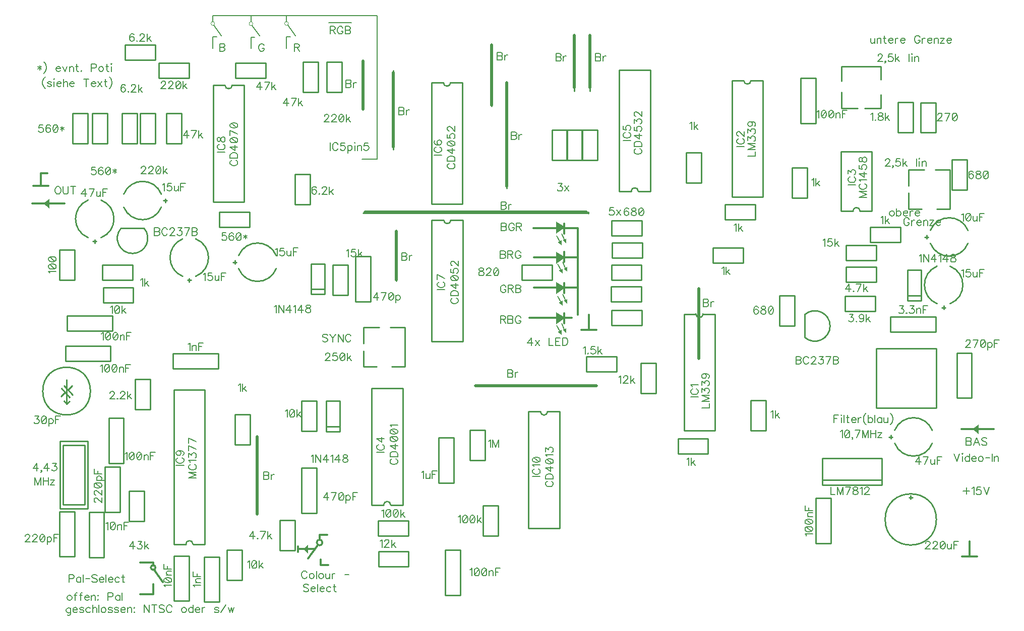
<source format=gbr>
G04 DipTrace 3.3.1.1*
G04 TopSilk.gbr*
%MOMM*%
G04 #@! TF.FileFunction,Legend,Top*
G04 #@! TF.Part,Single*
%ADD10C,0.25*%
%ADD17C,0.5*%
%ADD18C,0.2*%
%ADD19C,0.3*%
%ADD20C,0.15*%
%ADD21C,0.1*%
%ADD71C,0.19608*%
%FSLAX35Y35*%
G04*
G71*
G90*
G75*
G01*
G04 TopSilk*
%LPD*%
X7238877Y7431361D2*
D10*
Y6633639D1*
Y7431361D2*
Y6633639D1*
X9096250Y9923738D2*
Y8189392D1*
X4905250Y3970611D2*
Y2712516D1*
X8602139Y4873500D2*
X10606361D1*
X10232347Y10717488D2*
Y9824516D1*
X10489730Y10717488D2*
Y9824516D1*
X6683250Y10288861D2*
Y9538766D1*
X7191250Y10177738D2*
Y8840266D1*
X6681266Y7778627D2*
X10455568D1*
X10469457Y7792516D2*
Y7767941D1*
X8842250Y10558738D2*
Y9570516D1*
X15450150Y2625920D2*
G02X15450150Y2625920I430000J0D01*
G01*
X15850136Y2995892D2*
X15910164D1*
X15880150Y3025906D2*
Y2965878D1*
X14539377Y2223377D2*
X14289377D1*
X14539377Y2983377D2*
X14289377D1*
Y2223377D2*
Y2983377D1*
X14539377Y2223377D2*
Y2983377D1*
X15611512Y4126238D2*
G02X16241526Y4126238I315007J-131242D01*
G01*
X15611512Y3906228D2*
G03X16241526Y3906228I315008J123301D01*
G01*
X15546473Y3983757D2*
Y4043742D1*
X15516500Y4013750D2*
X15576519D1*
X16654750Y5428127D2*
X16904750D1*
X16654750Y4668127D2*
X16904750D1*
Y5428127D2*
Y4668127D1*
X16654750Y5428127D2*
Y4668127D1*
X15542500Y5780377D2*
Y6030377D1*
X16302500Y5780377D2*
Y6030377D1*
X15542500D2*
X16302500D1*
X15542500Y5780377D2*
X16302500D1*
X16320512Y6253138D2*
G02X16320512Y6883153I131242J315007D01*
G01*
X16540522Y6253138D2*
G03X16540522Y6883153I-123301J315007D01*
G01*
X16462993Y6188100D2*
X16403008D1*
X16433000Y6158127D2*
Y6218145D1*
X16210762Y7487738D2*
G02X16840776Y7487738I315007J-131242D01*
G01*
X16210762Y7267728D2*
G03X16840776Y7267728I315008J123301D01*
G01*
X16145723Y7345257D2*
Y7405242D1*
X16115750Y7375250D2*
X16175769D1*
X2664877Y3572750D2*
X2414877D1*
X2664877Y4332750D2*
X2414877D1*
Y3572750D2*
Y4332750D1*
X2664877Y3572750D2*
Y4332750D1*
X5653377Y3491377D2*
X5903377D1*
X5653377Y2731377D2*
X5903377D1*
Y3491377D2*
Y2731377D1*
X5653377Y3491377D2*
Y2731377D1*
X6808250Y6287377D2*
X6558250D1*
X6808250Y7047377D2*
X6558250D1*
Y6287377D2*
Y7047377D1*
X6808250Y6287377D2*
Y7047377D1*
X8205250Y3239377D2*
X7955250D1*
X8205250Y3999377D2*
X7955250D1*
Y3239377D2*
Y3999377D1*
X8205250Y3239377D2*
Y3999377D1*
X8316377Y1350250D2*
X8066377D1*
X8316377Y2110250D2*
X8066377D1*
Y1350250D2*
Y2110250D1*
X8316377Y1350250D2*
Y2110250D1*
X4268250Y1239127D2*
X4018250D1*
X4268250Y1999127D2*
X4018250D1*
Y1239127D2*
Y1999127D1*
X4268250Y1239127D2*
Y1999127D1*
X4594262Y7063115D2*
G02X5224276Y7063115I315007J-131242D01*
G01*
X4594262Y6843105D2*
G03X5224276Y6843105I315008J123301D01*
G01*
X4529223Y6920634D2*
Y6980619D1*
X4499250Y6950627D2*
X4559269D1*
X3295365Y7875012D2*
G02X2665350Y7875012I-315008J131242D01*
G01*
X3295365Y8095022D2*
G03X2665350Y8095022I-315007J-123301D01*
G01*
X3360404Y8017493D2*
Y7957508D1*
X3390377Y7987500D2*
X3330358D1*
X3652262Y6713512D2*
G02X3652262Y7343526I131242J315007D01*
G01*
X3872272Y6713512D2*
G03X3872272Y7343526I-123301J315007D01*
G01*
X3794743Y6648473D2*
X3734758D1*
X3764750Y6618500D2*
Y6678519D1*
X3760250Y1255000D2*
X3510250D1*
X3760250Y2015000D2*
X3510250D1*
Y1255000D2*
Y2015000D1*
X3760250Y1255000D2*
Y2015000D1*
X2064762Y7364388D2*
G02X2064762Y7994403I131242J315007D01*
G01*
X2284772Y7364388D2*
G03X2284772Y7994403I-123301J315007D01*
G01*
X2207243Y7299350D2*
X2147258D1*
X2177250Y7269377D2*
Y7329395D1*
X4253377Y5411250D2*
Y5161250D1*
X3493377Y5411250D2*
Y5161250D1*
X4253377D2*
X3493377D1*
X4253377Y5411250D2*
X3493377D1*
X2443627Y5538250D2*
Y5288250D1*
X1683627Y5538250D2*
Y5288250D1*
X2443627D2*
X1683627D1*
X2443627Y5538250D2*
X1683627D1*
X2475377Y6046250D2*
Y5796250D1*
X1715377Y6046250D2*
Y5796250D1*
X2475377D2*
X1715377D1*
X2475377Y6046250D2*
X1715377D1*
X14285377Y9287750D2*
X14035377D1*
X14285377Y10047750D2*
X14035377D1*
Y9287750D2*
Y10047750D1*
X14285377Y9287750D2*
Y10047750D1*
X2081500Y2745250D2*
X2331500D1*
X2081500Y1985250D2*
X2331500D1*
Y2745250D2*
Y1985250D1*
X2081500Y2745250D2*
Y1985250D1*
X1589377Y2761127D2*
X1839377D1*
X1589377Y2001127D2*
X1839377D1*
Y2761127D2*
Y2001127D1*
X1589377Y2761127D2*
Y2001127D1*
X2351377Y3507250D2*
X2601377D1*
X2351377Y2747250D2*
X2601377D1*
Y3507250D2*
Y2747250D1*
X2351377Y3507250D2*
Y2747250D1*
X1304467Y4784210D2*
G02X1304467Y4784210I400000J0D01*
G01*
X1802867Y4723650D2*
X1663667Y4875970D1*
X1755987Y4680770D2*
X1616707Y4833090D1*
X1727907Y4805650D2*
X1798227Y4869890D1*
X1681027Y4762770D2*
X1610707Y4698530D1*
X1701827Y4975410D2*
X1706067Y4570690D1*
X1663267Y4617490D1*
X1706067Y4570690D2*
X1752947Y4613490D1*
X16054373Y6307427D2*
X15824373D1*
Y6817827D1*
X16054373Y6392223D2*
X15824373D1*
X16054373Y6817827D2*
X15824373D1*
X16054373Y6307427D2*
Y6817827D1*
X6290677Y4105333D2*
X6060677D1*
Y4615733D1*
X6290677Y4190129D2*
X6060677D1*
X6290677Y4615733D2*
X6060677D1*
X6290677Y4105333D2*
Y4615733D1*
X6036283Y6416110D2*
X5806283D1*
Y6926510D1*
X6036283Y6500906D2*
X5806283D1*
X6036283Y6926510D2*
X5806283D1*
X6036283Y6416110D2*
Y6926510D1*
X16305270Y4503273D2*
X15305270D1*
Y5503356D1*
X16305270D1*
Y4503273D1*
X16065357Y7845500D2*
X15840377D1*
Y8115506D1*
Y8235494D2*
Y8505500D1*
X16105397D1*
X16290407D2*
X16540377D1*
Y8185532D1*
Y7845500D1*
X16320367D1*
X15379377Y9767563D2*
Y9542583D1*
X15109371D1*
X14989383D2*
X14719377D1*
Y9807603D1*
Y9992613D2*
Y10242583D1*
X15039345D1*
X15379377D1*
Y10022573D1*
X14100878Y6070792D2*
G02X14100878Y5686588I169075J-192102D01*
G01*
Y6070792D1*
X3004335Y7523092D2*
G02X2620132Y7523092I-192102J-169075D01*
G01*
X3004335D1*
X16823593Y8677436D2*
Y8170351D1*
X16569593D2*
X16823593D1*
X16569593Y8677436D2*
Y8170351D1*
Y8677436D2*
X16823593D1*
X15197164Y7540500D2*
X15704249D1*
Y7286500D2*
Y7540500D1*
X15197164Y7286500D2*
X15704249D1*
X15197164D2*
Y7540500D1*
X15302919Y6619750D2*
X14795834D1*
Y6873750D2*
Y6619750D1*
X15302919Y6873750D2*
X14795834D1*
X15302919D2*
Y6619750D1*
X15287043Y6127627D2*
X14779957D1*
Y6381627D2*
Y6127627D1*
X15287043Y6381627D2*
X14779957D1*
X15287043D2*
Y6127627D1*
X13933103Y6386193D2*
Y5879107D1*
X13679103D2*
X13933103D1*
X13679103Y6386193D2*
Y5879107D1*
Y6386193D2*
X13933103D1*
X11350500Y4746957D2*
Y5254043D1*
X11604500D2*
X11350500D1*
X11604500Y4746957D2*
Y5254043D1*
Y4746957D2*
X11350500D1*
X10430207Y5365627D2*
X10937293D1*
Y5111627D2*
Y5365627D1*
X10430207Y5111627D2*
X10937293D1*
X10430207D2*
Y5365627D1*
X11361943Y5890410D2*
X10854857D1*
Y6144410D2*
Y5890410D1*
X11361943Y6144410D2*
X10854857D1*
X11361943D2*
Y5890410D1*
X15302919Y6984877D2*
X14795834D1*
Y7238877D2*
Y6984877D1*
X15302919Y7238877D2*
X14795834D1*
X15302919D2*
Y6984877D1*
X16303500Y9635543D2*
Y9128457D1*
X16049500D2*
X16303500D1*
X16049500Y9635543D2*
Y9128457D1*
Y9635543D2*
X16303500D1*
X15668500Y9133101D2*
Y9640186D1*
X15922500D2*
X15668500D1*
X15922500Y9133101D2*
Y9640186D1*
Y9133101D2*
X15668500D1*
X12477169Y3730500D2*
X11970084D1*
Y3984500D2*
Y3730500D1*
X12477169Y3984500D2*
X11970084D1*
X12477169D2*
Y3730500D1*
X13445517Y4626903D2*
Y4119817D1*
X13191517D2*
X13445517D1*
X13191517Y4626903D2*
Y4119817D1*
Y4626903D2*
X13445517D1*
X12557457Y7191250D2*
X13064543D1*
Y6937250D2*
Y7191250D1*
X12557457Y6937250D2*
X13064543D1*
X12557457D2*
Y7191250D1*
X12112500Y8287084D2*
Y8794169D1*
X12366500D2*
X12112500D1*
X12366500Y8287084D2*
Y8794169D1*
Y8287084D2*
X12112500D1*
X13270919Y7667500D2*
X12763834D1*
Y7921500D2*
Y7667500D1*
X13270919Y7921500D2*
X12763834D1*
X13270919D2*
Y7667500D1*
X14144500Y8540169D2*
Y8033084D1*
X13890500D2*
X14144500D1*
X13890500Y8540169D2*
Y8033084D1*
Y8540169D2*
X14144500D1*
X11357179Y6284663D2*
X10850094D1*
Y6538663D2*
Y6284663D1*
X11357179Y6538663D2*
X10850094D1*
X11357179D2*
Y6284663D1*
X11359773Y6648267D2*
X10852687D1*
Y6902267D2*
Y6648267D1*
X11359773Y6902267D2*
X10852687D1*
X11359773D2*
Y6648267D1*
X11370949Y7020667D2*
X10863864D1*
Y7274667D2*
Y7020667D1*
X11370949Y7274667D2*
X10863864D1*
X11370949D2*
Y7020667D1*
X11366986Y7397263D2*
X10859901D1*
Y7651263D2*
Y7397263D1*
X11366986Y7651263D2*
X10859901D1*
X11366986D2*
Y7397263D1*
X10110197Y9173413D2*
Y8666327D1*
X9856197D2*
X10110197D1*
X9856197Y9173413D2*
Y8666327D1*
Y9173413D2*
X10110197D1*
X10359737Y9174309D2*
Y8667224D1*
X10105737D2*
X10359737D1*
X10105737Y9174309D2*
Y8667224D1*
Y9174309D2*
X10359737D1*
X10616730Y9174173D2*
Y8667087D1*
X10362730D2*
X10616730D1*
X10362730Y9174173D2*
Y8667087D1*
Y9174173D2*
X10616730D1*
X9350707Y6905500D2*
X9857793D1*
Y6651500D2*
Y6905500D1*
X9350707Y6651500D2*
X9857793D1*
X9350707D2*
Y6905500D1*
X5651377Y4111957D2*
Y4619043D1*
X5905377D2*
X5651377D1*
X5905377Y4111957D2*
Y4619043D1*
Y4111957D2*
X5651377D1*
X6175250Y6397957D2*
Y6905043D1*
X6429250D2*
X6175250D1*
X6429250Y6397957D2*
Y6905043D1*
Y6397957D2*
X6175250D1*
X6936124Y2608620D2*
X7443209D1*
Y2354620D2*
Y2608620D1*
X6936124Y2354620D2*
X7443209D1*
X6936124D2*
Y2608620D1*
X6941054Y2090723D2*
X7448139D1*
Y1836723D2*
Y2090723D1*
X6941054Y1836723D2*
X7448139D1*
X6941054D2*
Y2090723D1*
X8477127Y3619834D2*
Y4126919D1*
X8731127D2*
X8477127D1*
X8731127Y3619834D2*
Y4126919D1*
Y3619834D2*
X8477127D1*
X8953377Y2856919D2*
Y2349834D1*
X8699377D2*
X8953377D1*
X8699377Y2856919D2*
Y2349834D1*
Y2856919D2*
X8953377D1*
X3381250Y8947987D2*
Y9455073D1*
X3635250D2*
X3381250D1*
X3635250Y8947987D2*
Y9455073D1*
Y8947987D2*
X3381250D1*
X4544474Y10304870D2*
X5051559D1*
Y10050870D2*
Y10304870D1*
X4544474Y10050870D2*
X5051559D1*
X4544474D2*
Y10304870D1*
X5672977Y9810787D2*
Y10317873D1*
X5926977D2*
X5672977D1*
X5926977Y9810787D2*
Y10317873D1*
Y9810787D2*
X5672977D1*
X6076273D2*
Y10317873D1*
X6330273D2*
X6076273D1*
X6330273Y9810787D2*
Y10317873D1*
Y9810787D2*
X6076273D1*
X3761793Y10048750D2*
X3254707D1*
Y10302750D2*
Y10048750D1*
X3761793Y10302750D2*
X3254707D1*
X3761793D2*
Y10048750D1*
X2936750Y8947987D2*
Y9455073D1*
X3190750D2*
X2936750D1*
X3190750Y8947987D2*
Y9455073D1*
Y8947987D2*
X2936750D1*
X5797500Y8429906D2*
Y7922821D1*
X5543500D2*
X5797500D1*
X5543500Y8429906D2*
Y7922821D1*
Y8429906D2*
X5797500D1*
X3196026Y10351613D2*
X2688941D1*
Y10605613D2*
Y10351613D1*
X3196026Y10605613D2*
X2688941D1*
X3196026D2*
Y10351613D1*
X2635967Y8947987D2*
Y9455073D1*
X2889967D2*
X2635967D1*
X2889967Y8947987D2*
Y9455073D1*
Y8947987D2*
X2635967D1*
X2750650Y2597194D2*
Y3104279D1*
X3004650D2*
X2750650D1*
X3004650Y2597194D2*
Y3104279D1*
Y2597194D2*
X2750650D1*
X4651250Y2110796D2*
Y1603711D1*
X4397250D2*
X4651250D1*
X4397250Y2110796D2*
Y1603711D1*
Y2110796D2*
X4651250D1*
X5284823Y2103797D2*
Y2610883D1*
X5538823D2*
X5284823D1*
X5538823Y2103797D2*
Y2610883D1*
Y2103797D2*
X5284823D1*
X4785937Y4388459D2*
Y3881374D1*
X4531937D2*
X4785937D1*
X4531937Y4388459D2*
Y3881374D1*
Y4388459D2*
X4785937D1*
X2302207Y6905500D2*
X2809293D1*
Y6651500D2*
Y6905500D1*
X2302207Y6651500D2*
X2809293D1*
X2302207D2*
Y6905500D1*
X1587377Y6651957D2*
Y7159043D1*
X1841377D2*
X1587377D1*
X1841377Y6651957D2*
Y7159043D1*
Y6651957D2*
X1587377D1*
X2318084Y6524500D2*
X2825169D1*
Y6270500D2*
Y6524500D1*
X2318084Y6270500D2*
X2825169D1*
X2318084D2*
Y6524500D1*
X3111377Y4984169D2*
Y4477084D1*
X2857377D2*
X3111377D1*
X2857377Y4984169D2*
Y4477084D1*
Y4984169D2*
X3111377D1*
X4267407Y7793380D2*
X4774493D1*
Y7539380D2*
Y7793380D1*
X4267407Y7539380D2*
X4774493D1*
X4267407D2*
Y7793380D1*
X1804333Y8947987D2*
Y9455073D1*
X2058333D2*
X1804333D1*
X2058333Y8947987D2*
Y9455073D1*
Y8947987D2*
X1804333D1*
X2391187Y9455073D2*
Y8947987D1*
X2137187D2*
X2391187D1*
X2137187Y9455073D2*
Y8947987D1*
Y9455073D2*
X2391187D1*
X6912450Y5191707D2*
X6687470D1*
Y5461713D1*
Y5581701D2*
Y5851707D1*
X6952490D1*
X7137500D2*
X7387470D1*
Y5531739D1*
Y5191707D1*
X7167460D1*
X12592328Y6079723D2*
Y4119723D1*
X12072305D2*
X12592328D1*
X12072305Y6079723D2*
Y4119723D1*
Y6079723D2*
X12272307D1*
X12592328D2*
X12392326D1*
X12272307D2*
G03X12392326Y6079723I60010J34D01*
G01*
X13396858Y10004797D2*
Y8044797D1*
X12876835D2*
X13396858D1*
X12876835Y10004797D2*
Y8044797D1*
Y10004797D2*
X13076837D1*
X13396858D2*
X13196856D1*
X13076837D2*
G03X13196856Y10004797I60010J34D01*
G01*
X14708839Y7809773D2*
Y8809773D1*
X15228861D2*
X14708839D1*
X15228861Y7809773D2*
Y8809773D1*
Y7809773D2*
X15028860D1*
X14708839D2*
X14908840D1*
X15028860D2*
G03X14908840Y7809773I-60010J-10D01*
G01*
X6827825Y2868163D2*
Y4828163D1*
X7347848D2*
X6827825D1*
X7347848Y2868163D2*
Y4828163D1*
Y2868163D2*
X7147846D1*
X6827825D2*
X7027827D1*
X7147846D2*
G03X7027827Y2868163I-60010J-34D01*
G01*
X10985352Y8141967D2*
Y10181967D1*
X11505375D2*
X10985352D1*
X11505375Y8141967D2*
Y10181967D1*
Y8141967D2*
X11305373D1*
X10985352D2*
X11185354D1*
X11305373D2*
G03X11185354Y8141967I-60010J-34D01*
G01*
X8352148Y9970523D2*
Y7930523D1*
X7832125D2*
X8352148D1*
X7832125Y9970523D2*
Y7930523D1*
Y9970523D2*
X8032127D1*
X8352148D2*
X8152146D1*
X8032127D2*
G03X8152146Y9970523I60010J34D01*
G01*
X8356818Y7659860D2*
Y5619860D1*
X7836795D2*
X8356818D1*
X7836795Y7659860D2*
Y5619860D1*
Y7659860D2*
X8036797D1*
X8356818D2*
X8156816D1*
X8036797D2*
G03X8156816Y7659860I60010J34D01*
G01*
X4684451Y9926637D2*
Y7966637D1*
X4164429D2*
X4684451D1*
X4164429Y9926637D2*
Y7966637D1*
Y9926637D2*
X4364430D1*
X4684451D2*
X4484450D1*
X4364430D2*
G03X4484450Y9926637I60010J34D01*
G01*
X3506875Y2209130D2*
Y4809130D1*
X4026898D2*
X3506875D1*
X4026898Y2209130D2*
Y4809130D1*
Y2209130D2*
X3826896D1*
X3506875D2*
X3706877D1*
X3826896D2*
G03X3706877Y2209130I-60010J-210D01*
G01*
X9981748Y4440760D2*
Y2480760D1*
X9461725D2*
X9981748D1*
X9461725Y4440760D2*
Y2480760D1*
Y4440760D2*
X9661727D1*
X9981748D2*
X9781746D1*
X9661727D2*
G03X9781746Y4440760I60010J34D01*
G01*
X15393307Y3202110D2*
X14393307D1*
Y3652110D1*
X15393307D1*
Y3202110D1*
Y3292110D2*
X14393307D1*
X2058937Y3939263D2*
X1593937D1*
Y2804263D1*
X2058937D1*
Y3939263D1*
X2010670Y3877973D2*
X1640716D1*
Y2873044D1*
X2010670D1*
Y3877973D1*
X6683250Y10334500D2*
D17*
Y9524877D1*
X7191250Y10144000D2*
Y8889877D1*
X8842250Y10604377D2*
Y9588377D1*
X9096250Y9969377D2*
Y8223127D1*
X10232347Y10763127D2*
Y9890000D1*
X10489730Y10763127D2*
Y9890000D1*
X7238877Y7477000D2*
Y6651500D1*
X4905250Y4016250D2*
Y2714500D1*
X12318877Y6508627D2*
Y5333877D1*
X6714773Y7795530D2*
X10431023Y7794727D1*
X8572377Y4873500D2*
X10604377D1*
X6108757Y10980570D2*
D18*
X6489757D1*
X10350377Y5810127D2*
D19*
X10604377D1*
X10477377D2*
Y6064127D1*
X9477250Y6016500D2*
X10191627D1*
X9556623Y6524500D2*
X10271003D1*
X9556620Y7032500D2*
X10271000D1*
X9540743Y7524623D2*
X10286877Y7524627D1*
Y6064127D2*
Y7524627D1*
X10064623Y7429377D2*
Y7604000D1*
Y6953127D2*
Y7127750D1*
Y6429250D2*
Y6603873D1*
Y5921250D2*
Y6095873D1*
G36*
X9921750Y6111750D2*
Y5905377D1*
X10080500Y6016500D1*
X9921750Y6111750D1*
G37*
G36*
X9921753Y6619753D2*
Y6413373D1*
X10080497Y6524503D1*
X9921753Y6619753D1*
G37*
G36*
Y7127753D2*
Y6921373D1*
X10080497Y7032503D1*
X9921753Y7127753D1*
G37*
G36*
Y7635753D2*
Y7429373D1*
X10080497Y7540503D1*
X9921753Y7635753D1*
G37*
X9937627Y7397627D2*
D20*
X9985250Y7302377D1*
G36*
X9953500Y7286500D2*
X10017000Y7318250D1*
Y7238877D1*
X9953500Y7286500D1*
G37*
X10017000Y7429377D2*
D20*
X10064623Y7334127D1*
G36*
X10032873Y7318250D2*
X10096373Y7350000D1*
Y7270627D1*
X10032873Y7318250D1*
G37*
X9953500Y6921377D2*
D20*
X10001123Y6826127D1*
G36*
X9969377Y6810250D2*
X10032873Y6842000D1*
Y6762627D1*
X9969377Y6810250D1*
G37*
X10032873Y6953127D2*
D20*
X10080500Y6857877D1*
G36*
X10048750Y6842000D2*
X10112250Y6873750D1*
Y6794377D1*
X10048750Y6842000D1*
G37*
X9953500Y6381627D2*
D20*
X10001123Y6286377D1*
G36*
X9969377Y6270500D2*
X10032873Y6302250D1*
Y6222877D1*
X9969377Y6270500D1*
G37*
X10032873Y6413377D2*
D20*
X10080500Y6318127D1*
G36*
X10048750Y6302250D2*
X10112250Y6334000D1*
Y6254627D1*
X10048750Y6302250D1*
G37*
X9937627Y5889503D2*
D20*
X9985250Y5794253D1*
G36*
X9953500Y5778373D2*
X10017000Y5810123D1*
Y5730750D1*
X9953500Y5778373D1*
G37*
X10017000Y5921253D2*
D20*
X10064623Y5826003D1*
G36*
X10032873Y5810123D2*
X10096373Y5841873D1*
Y5762500D1*
X10032873Y5810123D1*
G37*
X16744117Y2002830D2*
D19*
X16998113D1*
X16871117D2*
Y2256827D1*
X1142877Y8239003D2*
X1396877D1*
X1269877D2*
Y8445377D1*
X1381003D1*
X1127000Y7937377D2*
X1666753D1*
G36*
X1317500D2*
X1412750Y8016750D1*
Y7858000D1*
X1317500Y7937377D1*
G37*
X16732127Y4143253D2*
D19*
X17271877D1*
G36*
X16922623D2*
X17017873Y4222623D1*
Y4063873D1*
X16922623Y4143253D1*
G37*
X2936750Y1904877D2*
D19*
X3159000D1*
X2936750Y1365127D2*
X3159000D1*
X3159283Y1536253D1*
X3159000Y1873127D2*
Y1904877D1*
X3118510Y1817563D2*
G02X3118510Y1817563I39688J0D01*
G01*
X3174877Y1777877D2*
X3317750Y1571500D1*
X5953000Y2365250D2*
X6080000D1*
X5968877Y1857250D2*
X6095873D1*
X5968873Y1857253D2*
X5968877Y1952500D1*
X5953000Y2301750D2*
Y2365250D1*
X5905377Y2238252D2*
G02X5905377Y2238252I47625J0D01*
G01*
X5921250Y2190627D2*
X5762500Y1968377D1*
X5603750Y2127127D2*
X5873627D1*
X5587873Y2079503D2*
X5587877Y2174750D1*
G36*
X5683127Y2127127D2*
X5762500Y2206500D1*
Y2047750D1*
X5683127Y2127127D1*
G37*
X6665917Y8680867D2*
D18*
X6915463D1*
X6917273Y8681373D2*
X6916177Y11097170D1*
X4160226Y11096338D2*
X6916520Y11097827D1*
X4159930Y10548420D2*
X4159983Y10738943D1*
X4223943Y10739516D2*
X4160748Y10739447D1*
X4160688Y11000533D2*
X4160479Y11094020D1*
X4128487Y10963570D2*
D21*
G02X4128487Y10963570I31750J0D01*
G01*
X4180063Y10932560D2*
D18*
X4307063Y10757935D1*
X4799093Y10545602D2*
X4799146Y10736125D1*
X4863106Y10736698D2*
X4799913Y10736628D1*
X4799849Y10997715D2*
X4799643Y11091202D1*
X4767649Y10960752D2*
D21*
G02X4767649Y10960752I31750J0D01*
G01*
X4819226Y10929742D2*
D18*
X4946226Y10755118D1*
X5396777Y10549688D2*
X5396831Y10740211D1*
X5460791Y10740784D2*
X5397597Y10740714D1*
X5397534Y11001801D2*
X5397327Y11095288D1*
X5365334Y10964838D2*
D21*
G02X5365334Y10964838I31750J0D01*
G01*
X5416911Y10933828D2*
D18*
X5543911Y10759204D1*
X16816112Y3161265D2*
D71*
Y3051905D1*
X16761502Y3106515D2*
X16870862D1*
X16910077Y3146033D2*
X16922291Y3152210D1*
X16940541Y3170320D1*
Y3042850D1*
X17052616Y3170320D2*
X16991970D1*
X16985933Y3115710D1*
X16991970Y3121746D1*
X17010220Y3127923D1*
X17028330D1*
X17046580Y3121746D1*
X17058793Y3109673D1*
X17064830Y3091423D1*
Y3079350D1*
X17058793Y3061100D1*
X17046580Y3048887D1*
X17028330Y3042850D1*
X17010220D1*
X16991970Y3048887D1*
X16985933Y3055064D1*
X16979756Y3067137D1*
X17104045Y3170460D2*
X17152618Y3042850D1*
X17201191Y3170460D1*
X4275383Y10624957D2*
Y10497347D1*
X4330133D1*
X4348383Y10503524D1*
X4354420Y10509560D1*
X4360457Y10521634D1*
Y10539884D1*
X4354420Y10552097D1*
X4348383Y10558134D1*
X4330133Y10564170D1*
X4348383Y10570347D1*
X4354420Y10576384D1*
X4360457Y10588457D1*
Y10600670D1*
X4354420Y10612743D1*
X4348383Y10618920D1*
X4330133Y10624957D1*
X4275383D1*
Y10564170D2*
X4330133D1*
X9005073Y7608467D2*
Y7480857D1*
X9059823D1*
X9078073Y7487034D1*
X9084110Y7493070D1*
X9090146Y7505144D1*
Y7523394D1*
X9084110Y7535607D1*
X9078073Y7541644D1*
X9059823Y7547680D1*
X9078073Y7553857D1*
X9084110Y7559894D1*
X9090146Y7571967D1*
Y7584180D1*
X9084110Y7596253D1*
X9078073Y7602430D1*
X9059823Y7608467D1*
X9005073D1*
Y7547680D2*
X9059823D1*
X9220471Y7578144D2*
X9214435Y7590217D1*
X9202221Y7602430D1*
X9190148Y7608467D1*
X9165862D1*
X9153648Y7602430D1*
X9141575Y7590217D1*
X9135398Y7578144D1*
X9129362Y7559894D1*
Y7529430D1*
X9135398Y7511320D1*
X9141575Y7499107D1*
X9153648Y7487034D1*
X9165862Y7480857D1*
X9190148D1*
X9202221Y7487034D1*
X9214435Y7499107D1*
X9220471Y7511320D1*
Y7529430D1*
X9190148D1*
X9259687Y7547680D2*
X9314297D1*
X9332547Y7553857D1*
X9338724Y7559894D1*
X9344760Y7571967D1*
Y7584180D1*
X9338724Y7596253D1*
X9332547Y7602430D1*
X9314297Y7608467D1*
X9259687D1*
Y7480857D1*
X9302224Y7547680D2*
X9344760Y7480857D1*
X8989213Y7142117D2*
Y7014507D1*
X9043963D1*
X9062213Y7020684D1*
X9068250Y7026720D1*
X9074286Y7038794D1*
Y7057044D1*
X9068250Y7069257D1*
X9062213Y7075294D1*
X9043963Y7081330D1*
X9062213Y7087507D1*
X9068250Y7093544D1*
X9074286Y7105617D1*
Y7117830D1*
X9068250Y7129903D1*
X9062213Y7136080D1*
X9043963Y7142117D1*
X8989213D1*
Y7081330D2*
X9043963D1*
X9113502D2*
X9168111D1*
X9186361Y7087507D1*
X9192538Y7093544D1*
X9198575Y7105617D1*
Y7117830D1*
X9192538Y7129903D1*
X9186361Y7136080D1*
X9168111Y7142117D1*
X9113502D1*
Y7014507D1*
X9156038Y7081330D2*
X9198575Y7014507D1*
X9328900Y7111794D2*
X9322864Y7123867D1*
X9310650Y7136080D1*
X9298577Y7142117D1*
X9274291D1*
X9262077Y7136080D1*
X9250004Y7123867D1*
X9243827Y7111794D1*
X9237791Y7093544D1*
Y7063080D1*
X9243827Y7044970D1*
X9250004Y7032757D1*
X9262077Y7020684D1*
X9274291Y7014507D1*
X9298577D1*
X9310650Y7020684D1*
X9322864Y7032757D1*
X9328900Y7044970D1*
Y7063080D1*
X9298577D1*
X16131229Y2227193D2*
Y2233230D1*
X16137266Y2245443D1*
X16143303Y2251480D1*
X16155516Y2257516D1*
X16179803D1*
X16191876Y2251480D1*
X16197912Y2245443D1*
X16204089Y2233230D1*
Y2221157D1*
X16197912Y2208943D1*
X16185839Y2190834D1*
X16125053Y2130047D1*
X16210126D1*
X16255518Y2227193D2*
Y2233230D1*
X16261555Y2245443D1*
X16267591Y2251480D1*
X16279805Y2257516D1*
X16304091D1*
X16316164Y2251480D1*
X16322201Y2245443D1*
X16328378Y2233230D1*
Y2221157D1*
X16322201Y2208943D1*
X16310128Y2190834D1*
X16249341Y2130047D1*
X16334414D1*
X16410130Y2257516D2*
X16391880Y2251480D1*
X16379667Y2233230D1*
X16373630Y2202907D1*
Y2184657D1*
X16379667Y2154334D1*
X16391880Y2136084D1*
X16410130Y2130047D1*
X16422203D1*
X16440453Y2136084D1*
X16452526Y2154334D1*
X16458703Y2184657D1*
Y2202907D1*
X16452526Y2233230D1*
X16440453Y2251480D1*
X16422203Y2257516D1*
X16410130D1*
X16452526Y2233230D2*
X16379667Y2154334D1*
X16497919Y2215120D2*
Y2154334D1*
X16503955Y2136224D1*
X16516169Y2130047D1*
X16534419D1*
X16546492Y2136224D1*
X16564742Y2154334D1*
Y2215120D2*
Y2130047D1*
X16682994Y2257657D2*
X16603958D1*
Y2130047D1*
Y2196870D2*
X16652531D1*
X14127817Y2351711D2*
X14121640Y2363924D1*
X14103530Y2382174D1*
X14231000D1*
X14103531Y2457890D2*
X14109567Y2439640D1*
X14127817Y2427427D1*
X14158140Y2421390D1*
X14176390D1*
X14206713Y2427427D1*
X14224963Y2439640D1*
X14231000Y2457890D1*
Y2469963D1*
X14224963Y2488213D1*
X14206713Y2500286D1*
X14176390Y2506463D1*
X14158140D1*
X14127817Y2500286D1*
X14109567Y2488213D1*
X14103531Y2469963D1*
Y2457890D1*
X14127817Y2500286D2*
X14206713Y2427427D1*
X14103531Y2582179D2*
X14109567Y2563929D1*
X14127817Y2551715D1*
X14158140Y2545679D1*
X14176390D1*
X14206713Y2551715D1*
X14224963Y2563929D1*
X14231000Y2582179D1*
Y2594252D1*
X14224963Y2612502D1*
X14206713Y2624575D1*
X14176390Y2630752D1*
X14158140D1*
X14127817Y2624575D1*
X14109567Y2612502D1*
X14103531Y2594252D1*
Y2582179D1*
X14127817Y2624575D2*
X14206713Y2551715D1*
X14145927Y2669967D2*
X14231000D1*
X14170213D2*
X14151963Y2688217D1*
X14145927Y2700431D1*
Y2718540D1*
X14151963Y2730754D1*
X14170213Y2736790D1*
X14231000D1*
X14103390Y2855043D2*
Y2776006D1*
X14231000D1*
X14164177D2*
Y2824579D1*
X16022815Y3553254D2*
Y3680723D1*
X15962029Y3595790D1*
X16053138D1*
X16116640Y3553254D2*
X16177427Y3680723D1*
X16092354D1*
X16216643Y3638327D2*
Y3577540D1*
X16222679Y3559431D1*
X16234893Y3553254D1*
X16253143D1*
X16265216Y3559431D1*
X16283466Y3577540D1*
Y3638327D2*
Y3553254D1*
X16401718Y3680863D2*
X16322681D1*
Y3553254D1*
Y3620077D2*
X16371255D1*
X16807491Y5616400D2*
Y5622436D1*
X16813528Y5634650D1*
X16819564Y5640686D1*
X16831778Y5646723D1*
X16856064D1*
X16868137Y5640686D1*
X16874174Y5634650D1*
X16880351Y5622436D1*
Y5610363D1*
X16874174Y5598150D1*
X16862101Y5580040D1*
X16801314Y5519254D1*
X16886387D1*
X16949889D2*
X17010676Y5646723D1*
X16925603D1*
X17086392D2*
X17068142Y5640686D1*
X17055928Y5622436D1*
X17049892Y5592113D1*
Y5573863D1*
X17055928Y5543540D1*
X17068142Y5525290D1*
X17086392Y5519254D1*
X17098465D1*
X17116715Y5525290D1*
X17128788Y5543540D1*
X17134965Y5573863D1*
Y5592113D1*
X17128788Y5622436D1*
X17116715Y5640686D1*
X17098465Y5646723D1*
X17086392D1*
X17128788Y5622436D2*
X17055928Y5543540D1*
X17174180Y5604327D2*
Y5476717D1*
Y5586077D2*
X17186394Y5598150D1*
X17198467Y5604327D1*
X17216717D1*
X17228930Y5598150D1*
X17241003Y5586077D1*
X17247180Y5567827D1*
Y5555613D1*
X17241003Y5537504D1*
X17228930Y5525290D1*
X17216717Y5519254D1*
X17198467D1*
X17186394Y5525290D1*
X17174180Y5537504D1*
X17365433Y5646863D2*
X17286396D1*
Y5519254D1*
Y5586077D2*
X17334969D1*
X15692172Y6216223D2*
X15758855D1*
X15722496Y6167650D1*
X15740746D1*
X15752819Y6161613D1*
X15758855Y6155577D1*
X15765032Y6137327D1*
Y6125254D1*
X15758855Y6107004D1*
X15746782Y6094790D1*
X15728532Y6088754D1*
X15710282D1*
X15692172Y6094790D1*
X15686136Y6100967D1*
X15679959Y6113040D1*
X15810284Y6100967D2*
X15804248Y6094790D1*
X15810284Y6088754D1*
X15816461Y6094790D1*
X15810284Y6100967D1*
X15867890Y6216223D2*
X15934573D1*
X15898213Y6167650D1*
X15916463D1*
X15928537Y6161613D1*
X15934573Y6155577D1*
X15940750Y6137327D1*
Y6125254D1*
X15934573Y6107004D1*
X15922500Y6094790D1*
X15904250Y6088754D1*
X15886000D1*
X15867890Y6094790D1*
X15861854Y6100967D1*
X15855677Y6113040D1*
X15979966Y6173827D2*
Y6088754D1*
Y6149540D2*
X15998216Y6167790D1*
X16010429Y6173827D1*
X16028539D1*
X16040752Y6167790D1*
X16046789Y6149540D1*
Y6088754D1*
X16165041Y6216363D2*
X16086004D1*
Y6088754D1*
Y6155577D2*
X16134578D1*
X16735602Y6809063D2*
X16747815Y6815240D1*
X16766065Y6833350D1*
Y6705880D1*
X16878140Y6833350D2*
X16817494D1*
X16811458Y6778740D1*
X16817494Y6784776D1*
X16835744Y6790953D1*
X16853854D1*
X16872104Y6784776D1*
X16884317Y6772703D1*
X16890354Y6754453D1*
Y6742380D1*
X16884317Y6724130D1*
X16872104Y6711917D1*
X16853854Y6705880D1*
X16835744D1*
X16817494Y6711917D1*
X16811458Y6718094D1*
X16805281Y6730167D1*
X16929570Y6790953D2*
Y6730167D1*
X16935606Y6712057D1*
X16947820Y6705880D1*
X16966070D1*
X16978143Y6712057D1*
X16996393Y6730167D1*
Y6790953D2*
Y6705880D1*
X17114645Y6833490D2*
X17035608D1*
Y6705880D1*
Y6772703D2*
X17084181D1*
X16734478Y7748186D2*
X16746692Y7754363D1*
X16764942Y7772473D1*
Y7645004D1*
X16840658Y7772473D2*
X16822408Y7766436D1*
X16810194Y7748186D1*
X16804158Y7717863D1*
Y7699613D1*
X16810194Y7669290D1*
X16822408Y7651040D1*
X16840658Y7645004D1*
X16852731D1*
X16870981Y7651040D1*
X16883054Y7669290D1*
X16889231Y7699613D1*
Y7717863D1*
X16883054Y7748186D1*
X16870981Y7766436D1*
X16852731Y7772473D1*
X16840658D1*
X16883054Y7748186D2*
X16810194Y7669290D1*
X16928446Y7730077D2*
Y7669290D1*
X16934483Y7651181D1*
X16946696Y7645004D1*
X16964946D1*
X16977019Y7651181D1*
X16995269Y7669290D1*
Y7730077D2*
Y7645004D1*
X17113522Y7772613D2*
X17034485D1*
Y7645004D1*
Y7711827D2*
X17083058D1*
X2687087Y3733310D2*
X2699301Y3739487D1*
X2717551Y3757596D1*
Y3630127D1*
X2793266Y3757596D2*
X2775016Y3751560D1*
X2762803Y3733310D1*
X2756766Y3702987D1*
Y3684737D1*
X2762803Y3654414D1*
X2775016Y3636164D1*
X2793266Y3630127D1*
X2805340D1*
X2823590Y3636164D1*
X2835663Y3654414D1*
X2841840Y3684737D1*
Y3702987D1*
X2835663Y3733310D1*
X2823590Y3751560D1*
X2805340Y3757596D1*
X2793266D1*
X2835663Y3733310D2*
X2762803Y3654414D1*
X2917555Y3757596D2*
X2899305Y3751560D1*
X2887092Y3733310D1*
X2881055Y3702987D1*
Y3684737D1*
X2887092Y3654414D1*
X2899305Y3636164D1*
X2917555Y3630127D1*
X2929628D1*
X2947878Y3636164D1*
X2959951Y3654414D1*
X2966128Y3684737D1*
Y3702987D1*
X2959951Y3733310D1*
X2947878Y3751560D1*
X2929628Y3757596D1*
X2917555D1*
X2959951Y3733310D2*
X2887092Y3654414D1*
X3005344Y3715200D2*
Y3630127D1*
Y3690914D2*
X3023594Y3709164D1*
X3035807Y3715200D1*
X3053917D1*
X3066131Y3709164D1*
X3072167Y3690914D1*
Y3630127D1*
X3190419Y3757737D2*
X3111383D1*
Y3630127D1*
Y3696950D2*
X3159956D1*
X6079962Y2947504D2*
Y3074973D1*
X6019176Y2990040D1*
X6110285D1*
X6173788Y2947504D2*
X6234574Y3074973D1*
X6149501D1*
X6310290D2*
X6292040Y3068936D1*
X6279826Y3050686D1*
X6273790Y3020363D1*
Y3002113D1*
X6279826Y2971790D1*
X6292040Y2953540D1*
X6310290Y2947504D1*
X6322363D1*
X6340613Y2953540D1*
X6352686Y2971790D1*
X6358863Y3002113D1*
Y3020363D1*
X6352686Y3050686D1*
X6340613Y3068936D1*
X6322363Y3074973D1*
X6310290D1*
X6352686Y3050686D2*
X6279826Y2971790D1*
X6398079Y3032577D2*
Y2904967D1*
Y3014327D2*
X6410292Y3026400D1*
X6422365Y3032577D1*
X6440615D1*
X6452829Y3026400D1*
X6464902Y3014327D1*
X6471079Y2996077D1*
Y2983863D1*
X6464902Y2965754D1*
X6452829Y2953540D1*
X6440615Y2947504D1*
X6422365D1*
X6410292Y2953540D1*
X6398079Y2965754D1*
X6589331Y3075113D2*
X6510294D1*
Y2947504D1*
Y3014327D2*
X6558867D1*
X6916958Y6313004D2*
Y6440473D1*
X6856172Y6355540D1*
X6947282D1*
X7010784Y6313004D2*
X7071570Y6440473D1*
X6986497D1*
X7147286D2*
X7129036Y6434436D1*
X7116823Y6416186D1*
X7110786Y6385863D1*
Y6367613D1*
X7116823Y6337290D1*
X7129036Y6319040D1*
X7147286Y6313004D1*
X7159359D1*
X7177609Y6319040D1*
X7189682Y6337290D1*
X7195859Y6367613D1*
Y6385863D1*
X7189682Y6416186D1*
X7177609Y6434436D1*
X7159359Y6440473D1*
X7147286D1*
X7189682Y6416186D2*
X7116823Y6337290D1*
X7235075Y6398077D2*
Y6270467D1*
Y6379827D2*
X7247288Y6391900D1*
X7259361Y6398077D1*
X7277611D1*
X7289825Y6391900D1*
X7301898Y6379827D1*
X7308075Y6361577D1*
Y6349363D1*
X7301898Y6331254D1*
X7289825Y6319040D1*
X7277611Y6313004D1*
X7259361D1*
X7247288Y6319040D1*
X7235075Y6331254D1*
X7669123Y3415810D2*
X7681336Y3421987D1*
X7699586Y3440096D1*
Y3312627D1*
X7738802Y3397700D2*
Y3336914D1*
X7744838Y3318804D1*
X7757052Y3312627D1*
X7775302D1*
X7787375Y3318804D1*
X7805625Y3336914D1*
Y3397700D2*
Y3312627D1*
X7923877Y3440237D2*
X7844841D1*
Y3312627D1*
Y3379450D2*
X7893414D1*
X8481461Y1780683D2*
X8493674Y1786860D1*
X8511924Y1804970D1*
Y1677500D1*
X8587640Y1804970D2*
X8569390Y1798933D1*
X8557176Y1780683D1*
X8551140Y1750360D1*
Y1732110D1*
X8557176Y1701787D1*
X8569390Y1683537D1*
X8587640Y1677500D1*
X8599713D1*
X8617963Y1683537D1*
X8630036Y1701787D1*
X8636213Y1732110D1*
Y1750360D1*
X8630036Y1780683D1*
X8617963Y1798933D1*
X8599713Y1804970D1*
X8587640D1*
X8630036Y1780683D2*
X8557176Y1701787D1*
X8711929Y1804970D2*
X8693679Y1798933D1*
X8681465Y1780683D1*
X8675429Y1750360D1*
Y1732110D1*
X8681465Y1701787D1*
X8693679Y1683537D1*
X8711929Y1677500D1*
X8724002D1*
X8742252Y1683537D1*
X8754325Y1701787D1*
X8760502Y1732110D1*
Y1750360D1*
X8754325Y1780683D1*
X8742252Y1798933D1*
X8724002Y1804970D1*
X8711929D1*
X8754325Y1780683D2*
X8681465Y1701787D1*
X8799717Y1762573D2*
Y1677500D1*
Y1738287D2*
X8817967Y1756537D1*
X8830181Y1762573D1*
X8848290D1*
X8860504Y1756537D1*
X8866540Y1738287D1*
Y1677500D1*
X8984793Y1805110D2*
X8905756D1*
Y1677500D1*
Y1744323D2*
X8954329D1*
X3856690Y1491750D2*
X3850513Y1503963D1*
X3832404Y1522213D1*
X3959873D1*
X3874800Y1561429D2*
X3959873D1*
X3899087D2*
X3880837Y1579679D1*
X3874800Y1591892D1*
Y1610002D1*
X3880837Y1622215D1*
X3899087Y1628252D1*
X3959873D1*
X3832264Y1746504D2*
Y1667468D1*
X3959873Y1667467D1*
X3893050D2*
Y1716040D1*
X5213228Y7164810D2*
X5225442Y7170987D1*
X5243692Y7189096D1*
Y7061627D1*
X5355767Y7189096D2*
X5295121D1*
X5289084Y7134487D1*
X5295121Y7140523D1*
X5313371Y7146700D1*
X5331481D1*
X5349731Y7140523D1*
X5361944Y7128450D1*
X5367981Y7110200D1*
Y7098127D1*
X5361944Y7079877D1*
X5349731Y7067664D1*
X5331481Y7061627D1*
X5313371D1*
X5295121Y7067664D1*
X5289084Y7073840D1*
X5282908Y7085914D1*
X5407196Y7146700D2*
Y7085914D1*
X5413233Y7067804D1*
X5425446Y7061627D1*
X5443696D1*
X5455769Y7067804D1*
X5474019Y7085914D1*
Y7146700D2*
Y7061627D1*
X5592272Y7189237D2*
X5513235D1*
Y7061627D1*
Y7128450D2*
X5561808D1*
X3319728Y8251658D2*
X3331941Y8257835D1*
X3350191Y8275944D1*
Y8148475D1*
X3462267Y8275944D2*
X3401620D1*
X3395584Y8221335D1*
X3401620Y8227371D1*
X3419870Y8233548D1*
X3437980D1*
X3456230Y8227371D1*
X3468443Y8215298D1*
X3474480Y8197048D1*
Y8184975D1*
X3468443Y8166725D1*
X3456230Y8154512D1*
X3437980Y8148475D1*
X3419870D1*
X3401620Y8154512D1*
X3395584Y8160689D1*
X3389407Y8172762D1*
X3513696Y8233548D2*
Y8172762D1*
X3519732Y8154652D1*
X3531946Y8148475D1*
X3550196D1*
X3562269Y8154652D1*
X3580519Y8172762D1*
Y8233548D2*
Y8148475D1*
X3698771Y8276085D2*
X3619734D1*
Y8148475D1*
Y8215298D2*
X3668307D1*
X4003852Y6745560D2*
X4016065Y6751737D1*
X4034315Y6769846D1*
Y6642377D1*
X4146390Y6769846D2*
X4085744D1*
X4079708Y6715237D1*
X4085744Y6721273D1*
X4103994Y6727450D1*
X4122104D1*
X4140354Y6721273D1*
X4152567Y6709200D1*
X4158604Y6690950D1*
Y6678877D1*
X4152567Y6660627D1*
X4140354Y6648414D1*
X4122104Y6642377D1*
X4103994D1*
X4085744Y6648414D1*
X4079708Y6654590D1*
X4073531Y6666664D1*
X4197820Y6727450D2*
Y6666664D1*
X4203856Y6648554D1*
X4216070Y6642377D1*
X4234320D1*
X4246393Y6648554D1*
X4264643Y6666664D1*
Y6727450D2*
Y6642377D1*
X4382895Y6769987D2*
X4303858D1*
Y6642377D1*
Y6709200D2*
X4352431D1*
X3364564Y1493102D2*
X3358387Y1505316D1*
X3340277Y1523566D1*
X3467746Y1523565D1*
X3340277Y1599281D2*
X3346314Y1581031D1*
X3364564Y1568818D1*
X3394887Y1562781D1*
X3413137D1*
X3443460Y1568818D1*
X3461710Y1581031D1*
X3467746Y1599281D1*
Y1611354D1*
X3461710Y1629604D1*
X3443460Y1641677D1*
X3413137Y1647854D1*
X3394887D1*
X3364564Y1641677D1*
X3346314Y1629604D1*
X3340277Y1611354D1*
Y1599281D1*
X3364564Y1641677D2*
X3443460Y1568818D1*
X3382673Y1687070D2*
X3467746D1*
X3406960D2*
X3388710Y1705320D1*
X3382673Y1717533D1*
Y1735643D1*
X3388710Y1747856D1*
X3406960Y1753893D1*
X3467746D1*
X3340137Y1872145D2*
Y1793108D1*
X3467746D1*
X3400923D2*
Y1841682D1*
X2013943Y8058494D2*
Y8185963D1*
X1953157Y8101031D1*
X2044266D1*
X2107769Y8058494D2*
X2168555Y8185963D1*
X2083482D1*
X2207771Y8143567D2*
Y8082781D1*
X2213807Y8064671D1*
X2226021Y8058494D1*
X2244271D1*
X2256344Y8064671D1*
X2274594Y8082781D1*
Y8143567D2*
Y8058494D1*
X2392846Y8186104D2*
X2313810D1*
Y8058494D1*
Y8125317D2*
X2362383D1*
X3745999Y5572810D2*
X3758213Y5578987D1*
X3776463Y5597096D1*
Y5469627D1*
X3815679Y5554700D2*
Y5469627D1*
Y5530414D2*
X3833929Y5548664D1*
X3846142Y5554700D1*
X3864252D1*
X3876465Y5548664D1*
X3882502Y5530414D1*
Y5469627D1*
X4000754Y5597237D2*
X3921717D1*
Y5469627D1*
Y5536450D2*
X3970290D1*
X2272334Y5207686D2*
X2284547Y5213863D1*
X2302797Y5231973D1*
Y5104504D1*
X2378513Y5231973D2*
X2360263Y5225936D1*
X2348050Y5207686D1*
X2342013Y5177363D1*
Y5159113D1*
X2348050Y5128790D1*
X2360263Y5110540D1*
X2378513Y5104504D1*
X2390586D1*
X2408836Y5110540D1*
X2420909Y5128790D1*
X2427086Y5159113D1*
Y5177363D1*
X2420909Y5207686D1*
X2408836Y5225936D1*
X2390586Y5231973D1*
X2378513D1*
X2420909Y5207686D2*
X2348050Y5128790D1*
X2502802Y5231973D2*
X2484552Y5225936D1*
X2472338Y5207686D1*
X2466302Y5177363D1*
Y5159113D1*
X2472338Y5128790D1*
X2484552Y5110540D1*
X2502802Y5104504D1*
X2514875D1*
X2533125Y5110540D1*
X2545198Y5128790D1*
X2551375Y5159113D1*
Y5177363D1*
X2545198Y5207686D1*
X2533125Y5225936D1*
X2514875Y5231973D1*
X2502802D1*
X2545198Y5207686D2*
X2472338Y5128790D1*
X2590591Y5189577D2*
Y5104504D1*
Y5165290D2*
X2608841Y5183540D1*
X2621054Y5189577D1*
X2639164D1*
X2651377Y5183540D1*
X2657414Y5165290D1*
Y5104504D1*
X2775666Y5232113D2*
X2696629D1*
Y5104504D1*
Y5171327D2*
X2745203D1*
X2288211Y5747433D2*
X2300424Y5753610D1*
X2318674Y5771720D1*
Y5644250D1*
X2394390Y5771720D2*
X2376140Y5765683D1*
X2363926Y5747433D1*
X2357890Y5717110D1*
Y5698860D1*
X2363926Y5668537D1*
X2376140Y5650287D1*
X2394390Y5644250D1*
X2406463D1*
X2424713Y5650287D1*
X2436786Y5668537D1*
X2442963Y5698860D1*
Y5717110D1*
X2436786Y5747433D1*
X2424713Y5765683D1*
X2406463Y5771720D1*
X2394390D1*
X2436786Y5747433D2*
X2363926Y5668537D1*
X2518679Y5771720D2*
X2500429Y5765683D1*
X2488215Y5747433D1*
X2482179Y5717110D1*
Y5698860D1*
X2488215Y5668537D1*
X2500429Y5650287D1*
X2518679Y5644250D1*
X2530752D1*
X2549002Y5650287D1*
X2561075Y5668537D1*
X2567252Y5698860D1*
Y5717110D1*
X2561075Y5747433D1*
X2549002Y5765683D1*
X2530752Y5771720D1*
X2518679D1*
X2561075Y5747433D2*
X2488215Y5668537D1*
X2606467Y5729323D2*
Y5644250D1*
Y5705037D2*
X2624717Y5723287D1*
X2636931Y5729323D1*
X2655040D1*
X2667254Y5723287D1*
X2673290Y5705037D1*
Y5644250D1*
X2791543Y5771860D2*
X2712506D1*
Y5644250D1*
Y5711073D2*
X2761079D1*
X14307587Y9480060D2*
X14319801Y9486237D1*
X14338051Y9504346D1*
Y9376877D1*
X14413766Y9504346D2*
X14395516Y9498310D1*
X14383303Y9480060D1*
X14377266Y9449737D1*
Y9431487D1*
X14383303Y9401164D1*
X14395516Y9382914D1*
X14413766Y9376877D1*
X14425840D1*
X14444090Y9382914D1*
X14456163Y9401164D1*
X14462340Y9431487D1*
Y9449737D1*
X14456163Y9480060D1*
X14444090Y9498310D1*
X14425840Y9504346D1*
X14413766D1*
X14456163Y9480060D2*
X14383303Y9401164D1*
X14538055Y9504346D2*
X14519805Y9498310D1*
X14507592Y9480060D1*
X14501555Y9449737D1*
Y9431487D1*
X14507592Y9401164D1*
X14519805Y9382914D1*
X14538055Y9376877D1*
X14550128D1*
X14568378Y9382914D1*
X14580451Y9401164D1*
X14586628Y9431487D1*
Y9449737D1*
X14580451Y9480060D1*
X14568378Y9498310D1*
X14550128Y9504346D1*
X14538055D1*
X14580451Y9480060D2*
X14507592Y9401164D1*
X14625844Y9461950D2*
Y9376877D1*
Y9437664D2*
X14644094Y9455914D1*
X14656307Y9461950D1*
X14674417D1*
X14686631Y9455914D1*
X14692667Y9437664D1*
Y9376877D1*
X14810919Y9504487D2*
X14731883D1*
Y9376877D1*
Y9443700D2*
X14780456D1*
X2368228Y2558560D2*
X2380442Y2564737D1*
X2398692Y2582846D1*
Y2455377D1*
X2474408Y2582846D2*
X2456158Y2576810D1*
X2443944Y2558560D1*
X2437908Y2528237D1*
Y2509987D1*
X2443944Y2479664D1*
X2456158Y2461414D1*
X2474408Y2455377D1*
X2486481D1*
X2504731Y2461414D1*
X2516804Y2479664D1*
X2522981Y2509987D1*
Y2528237D1*
X2516804Y2558560D1*
X2504731Y2576810D1*
X2486481Y2582846D1*
X2474408D1*
X2516804Y2558560D2*
X2443944Y2479664D1*
X2562196Y2540450D2*
Y2455377D1*
Y2516164D2*
X2580446Y2534414D1*
X2592660Y2540450D1*
X2610769D1*
X2622983Y2534414D1*
X2629019Y2516164D1*
Y2455377D1*
X2747272Y2582987D2*
X2668235D1*
Y2455377D1*
Y2522200D2*
X2716808D1*
X1011871Y2346150D2*
Y2352186D1*
X1017908Y2364400D1*
X1023944Y2370436D1*
X1036158Y2376473D1*
X1060444D1*
X1072517Y2370436D1*
X1078554Y2364400D1*
X1084731Y2352186D1*
Y2340113D1*
X1078554Y2327900D1*
X1066481Y2309790D1*
X1005694Y2249004D1*
X1090767D1*
X1136160Y2346150D2*
Y2352186D1*
X1142196Y2364400D1*
X1148233Y2370436D1*
X1160446Y2376473D1*
X1184733D1*
X1196806Y2370436D1*
X1202842Y2364400D1*
X1209019Y2352186D1*
Y2340113D1*
X1202842Y2327900D1*
X1190769Y2309790D1*
X1129983Y2249004D1*
X1215056D1*
X1290772Y2376473D2*
X1272522Y2370436D1*
X1260308Y2352186D1*
X1254272Y2321863D1*
Y2303613D1*
X1260308Y2273290D1*
X1272522Y2255040D1*
X1290772Y2249004D1*
X1302845D1*
X1321095Y2255040D1*
X1333168Y2273290D1*
X1339345Y2303613D1*
Y2321863D1*
X1333168Y2352186D1*
X1321095Y2370436D1*
X1302845Y2376473D1*
X1290772D1*
X1333168Y2352186D2*
X1260308Y2273290D1*
X1378560Y2334077D2*
Y2206467D1*
Y2315827D2*
X1390774Y2327900D1*
X1402847Y2334077D1*
X1421097D1*
X1433310Y2327900D1*
X1445383Y2315827D1*
X1451560Y2297577D1*
Y2285363D1*
X1445383Y2267254D1*
X1433310Y2255040D1*
X1421097Y2249004D1*
X1402847D1*
X1390774Y2255040D1*
X1378560Y2267254D1*
X1569813Y2376613D2*
X1490776D1*
Y2249004D1*
Y2315827D2*
X1539349D1*
X2195854Y2914868D2*
X2189817D1*
X2177604Y2920905D1*
X2171567Y2926941D1*
X2165530Y2939155D1*
X2165531Y2963441D1*
X2171567Y2975514D1*
X2177604Y2981551D1*
X2189817Y2987728D1*
X2201890D1*
X2214104Y2981551D1*
X2232213Y2969478D1*
X2293000Y2908691D1*
Y2993764D1*
X2195854Y3039157D2*
X2189817D1*
X2177604Y3045193D1*
X2171567Y3051230D1*
X2165531Y3063443D1*
Y3087730D1*
X2171567Y3099803D1*
X2177604Y3105839D1*
X2189817Y3112016D1*
X2201890D1*
X2214104Y3105839D1*
X2232213Y3093766D1*
X2293000Y3032980D1*
Y3118053D1*
X2165531Y3193768D2*
X2171567Y3175518D1*
X2189817Y3163305D1*
X2220140Y3157268D1*
X2238390D1*
X2268713Y3163305D1*
X2286963Y3175518D1*
X2293000Y3193768D1*
Y3205841D1*
X2286963Y3224091D1*
X2268713Y3236164D1*
X2238390Y3242341D1*
X2220140D1*
X2189817Y3236164D1*
X2171567Y3224091D1*
X2165531Y3205841D1*
Y3193768D1*
X2189817Y3236164D2*
X2268713Y3163305D1*
X2207927Y3281557D2*
X2335536D1*
X2226177D2*
X2214104Y3293771D1*
X2207927Y3305844D1*
Y3324094D1*
X2214104Y3336307D1*
X2226177Y3348380D1*
X2244427Y3354557D1*
X2256640D1*
X2274750Y3348380D1*
X2286963Y3336307D1*
X2293000Y3324094D1*
Y3305844D1*
X2286963Y3293771D1*
X2274750Y3281557D1*
X2165390Y3472809D2*
Y3393773D1*
X2293000D1*
X2226177D2*
Y3442346D1*
X16027758Y7057563D2*
X16039972Y7063740D1*
X16058222Y7081850D1*
Y6954380D1*
X16182510Y7081990D2*
Y6954380D1*
X16097437Y7081990D1*
Y6954380D1*
X16282513D2*
Y7081850D1*
X16221726Y6996917D1*
X16312836D1*
X16352051Y7057563D2*
X16364265Y7063740D1*
X16382515Y7081850D1*
Y6954380D1*
X16482517D2*
Y7081850D1*
X16421731Y6996917D1*
X16512840D1*
X16582379Y7081850D2*
X16564269Y7075813D1*
X16558092Y7063740D1*
Y7051526D1*
X16564269Y7039453D1*
X16576342Y7033276D1*
X16600629Y7027240D1*
X16618879Y7021203D1*
X16630952Y7008990D1*
X16636989Y6996917D1*
Y6978667D1*
X16630952Y6966594D1*
X16624915Y6960417D1*
X16606665Y6954380D1*
X16582379D1*
X16564269Y6960417D1*
X16558092Y6966594D1*
X16552056Y6978667D1*
Y6996917D1*
X16558092Y7008990D1*
X16570306Y7021203D1*
X16588415Y7027240D1*
X16612702Y7033276D1*
X16624915Y7039453D1*
X16630952Y7051526D1*
Y7063740D1*
X16624915Y7075813D1*
X16606665Y7081850D1*
X16582379D1*
X5817611Y3688803D2*
X5829825Y3694980D1*
X5848075Y3713090D1*
Y3585620D1*
X5972364Y3713230D2*
Y3585620D1*
X5887291Y3713230D1*
Y3585620D1*
X6072366D2*
Y3713090D1*
X6011579Y3628157D1*
X6102689D1*
X6141905Y3688803D2*
X6154118Y3694980D1*
X6172368Y3713090D1*
Y3585620D1*
X6272370D2*
Y3713090D1*
X6211584Y3628157D1*
X6302693D1*
X6372232Y3713090D2*
X6354123Y3707053D1*
X6347946Y3694980D1*
Y3682766D1*
X6354123Y3670693D1*
X6366196Y3664516D1*
X6390482Y3658480D1*
X6408732Y3652443D1*
X6420805Y3640230D1*
X6426842Y3628157D1*
Y3609907D1*
X6420805Y3597834D1*
X6414769Y3591657D1*
X6396519Y3585620D1*
X6372232D1*
X6354123Y3591657D1*
X6347946Y3597834D1*
X6341909Y3609907D1*
Y3628157D1*
X6347946Y3640230D1*
X6360159Y3652443D1*
X6378269Y3658480D1*
X6402555Y3664516D1*
X6414769Y3670693D1*
X6420805Y3682766D1*
Y3694980D1*
X6414769Y3707053D1*
X6396519Y3713090D1*
X6372232D1*
X5195751Y6206806D2*
X5207965Y6212983D1*
X5226215Y6231093D1*
Y6103624D1*
X5350504Y6231233D2*
Y6103624D1*
X5265431Y6231233D1*
Y6103624D1*
X5450506D2*
Y6231093D1*
X5389719Y6146160D1*
X5480829D1*
X5520045Y6206806D2*
X5532258Y6212983D1*
X5550508Y6231093D1*
Y6103624D1*
X5650510D2*
Y6231093D1*
X5589724Y6146160D1*
X5680833D1*
X5750372Y6231093D2*
X5732263Y6225056D1*
X5726086Y6212983D1*
Y6200770D1*
X5732263Y6188697D1*
X5744336Y6182520D1*
X5768622Y6176483D1*
X5786872Y6170447D1*
X5798945Y6158233D1*
X5804982Y6146160D1*
Y6127910D1*
X5798945Y6115837D1*
X5792909Y6109660D1*
X5774659Y6103624D1*
X5750372D1*
X5732263Y6109660D1*
X5726086Y6115837D1*
X5720049Y6127910D1*
Y6146160D1*
X5726086Y6158233D1*
X5738299Y6170447D1*
X5756409Y6176483D1*
X5780695Y6182520D1*
X5792909Y6188697D1*
X5798945Y6200770D1*
Y6212983D1*
X5792909Y6225056D1*
X5774659Y6231093D1*
X5750372D1*
X5021935Y10592830D2*
X5015898Y10604903D1*
X5003685Y10617117D1*
X4991612Y10623153D1*
X4967325D1*
X4955112Y10617117D1*
X4943039Y10604903D1*
X4936862Y10592830D1*
X4930825Y10574580D1*
Y10544117D1*
X4936862Y10526007D1*
X4943039Y10513794D1*
X4955112Y10501721D1*
X4967325Y10495544D1*
X4991612D1*
X5003685Y10501721D1*
X5015898Y10513794D1*
X5021935Y10526007D1*
Y10544117D1*
X4991612D1*
X9081776Y6536464D2*
X9075740Y6548537D1*
X9063526Y6560750D1*
X9051453Y6566787D1*
X9027166D1*
X9014953Y6560750D1*
X9002880Y6548537D1*
X8996703Y6536464D1*
X8990666Y6518214D1*
Y6487750D1*
X8996703Y6469640D1*
X9002880Y6457427D1*
X9014953Y6445354D1*
X9027166Y6439177D1*
X9051453D1*
X9063526Y6445354D1*
X9075740Y6457427D1*
X9081776Y6469640D1*
Y6487750D1*
X9051453D1*
X9120992Y6506000D2*
X9175601D1*
X9193851Y6512177D1*
X9200028Y6518214D1*
X9206065Y6530287D1*
Y6542500D1*
X9200028Y6554573D1*
X9193851Y6560750D1*
X9175601Y6566787D1*
X9120992D1*
Y6439177D1*
X9163528Y6506000D2*
X9206065Y6439177D1*
X9245280Y6566787D2*
Y6439177D1*
X9300030D1*
X9318280Y6445354D1*
X9324317Y6451390D1*
X9330354Y6463464D1*
Y6481714D1*
X9324317Y6493927D1*
X9318280Y6499964D1*
X9300030Y6506000D1*
X9318280Y6512177D1*
X9324317Y6518214D1*
X9330354Y6530287D1*
Y6542500D1*
X9324317Y6554573D1*
X9318280Y6560750D1*
X9300030Y6566787D1*
X9245280D1*
Y6506000D2*
X9300030D1*
X15456074Y8660961D2*
Y8666998D1*
X15462110Y8679211D1*
X15468147Y8685248D1*
X15480360Y8691285D1*
X15504647D1*
X15516720Y8685248D1*
X15522756Y8679211D1*
X15528933Y8666998D1*
Y8654925D1*
X15522756Y8642711D1*
X15510683Y8624602D1*
X15449897Y8563815D1*
X15534970D1*
X15586399Y8569852D2*
X15580222Y8563815D1*
X15574186Y8569852D1*
X15580222Y8576029D1*
X15586399Y8569852D1*
Y8557779D1*
X15580222Y8545565D1*
X15574186Y8539529D1*
X15698474Y8691285D2*
X15637828D1*
X15631792Y8636675D1*
X15637828Y8642711D1*
X15656078Y8648888D1*
X15674188D1*
X15692438Y8642711D1*
X15704651Y8630638D1*
X15710688Y8612388D1*
Y8600315D1*
X15704651Y8582065D1*
X15692438Y8569852D1*
X15674188Y8563815D1*
X15656078D1*
X15637828Y8569852D1*
X15631792Y8576029D1*
X15625615Y8588102D1*
X15749903Y8691425D2*
Y8563815D1*
X15810690Y8648888D2*
X15749903Y8588102D1*
X15774190Y8612388D2*
X15816727Y8563815D1*
X15979389Y8691425D2*
Y8563815D1*
X16018604Y8691425D2*
X16024641Y8685388D1*
X16030818Y8691425D1*
X16024641Y8697602D1*
X16018604Y8691425D1*
X16024641Y8648888D2*
Y8563815D1*
X16070033Y8648888D2*
Y8563815D1*
Y8624602D2*
X16088283Y8642852D1*
X16100497Y8648888D1*
X16118607D1*
X16130820Y8642852D1*
X16136857Y8624602D1*
Y8563815D1*
X6131300Y8958817D2*
Y8831207D1*
X6261625Y8928494D2*
X6255589Y8940567D1*
X6243375Y8952780D1*
X6231302Y8958817D1*
X6207016D1*
X6194802Y8952780D1*
X6182729Y8940567D1*
X6176552Y8928494D1*
X6170516Y8910244D1*
Y8879780D1*
X6176552Y8861670D1*
X6182729Y8849457D1*
X6194802Y8837384D1*
X6207016Y8831207D1*
X6231302D1*
X6243375Y8837384D1*
X6255589Y8849457D1*
X6261625Y8861670D1*
X6373701Y8958676D2*
X6313055D1*
X6307018Y8904067D1*
X6313055Y8910103D1*
X6331305Y8916280D1*
X6349414D1*
X6367664Y8910103D1*
X6379878Y8898030D1*
X6385914Y8879780D1*
Y8867707D1*
X6379878Y8849457D1*
X6367664Y8837244D1*
X6349414Y8831207D1*
X6331305D1*
X6313055Y8837244D1*
X6307018Y8843420D1*
X6300841Y8855494D1*
X6425130Y8916280D2*
Y8788670D1*
Y8898030D2*
X6437343Y8910103D1*
X6449416Y8916280D1*
X6467666D1*
X6479880Y8910103D1*
X6491953Y8898030D1*
X6498130Y8879780D1*
Y8867567D1*
X6491953Y8849457D1*
X6479880Y8837244D1*
X6467666Y8831207D1*
X6449416D1*
X6437343Y8837244D1*
X6425130Y8849457D1*
X6537346Y8958817D2*
X6543382Y8952780D1*
X6549559Y8958817D1*
X6543382Y8964994D1*
X6537346Y8958817D1*
X6543382Y8916280D2*
Y8831207D1*
X6588775Y8916280D2*
Y8831207D1*
Y8891994D2*
X6607025Y8910244D1*
X6619238Y8916280D1*
X6637348D1*
X6649561Y8910244D1*
X6655598Y8891994D1*
Y8831207D1*
X6767673Y8958676D2*
X6707027D1*
X6700990Y8904067D1*
X6707027Y8910103D1*
X6725277Y8916280D1*
X6743387D1*
X6761637Y8910103D1*
X6773850Y8898030D1*
X6779887Y8879780D1*
Y8867707D1*
X6773850Y8849457D1*
X6761637Y8837244D1*
X6743387Y8831207D1*
X6725277D1*
X6707027Y8837244D1*
X6700990Y8843420D1*
X6694813Y8855494D1*
X15331074Y10421045D2*
Y10427081D1*
X15337110Y10439295D1*
X15343147Y10445331D1*
X15355360Y10451368D1*
X15379647D1*
X15391720Y10445331D1*
X15397756Y10439295D1*
X15403933Y10427081D1*
Y10415008D1*
X15397756Y10402795D1*
X15385683Y10384685D1*
X15324897Y10323899D1*
X15409970D1*
X15461399Y10329935D2*
X15455222Y10323899D1*
X15449186Y10329935D1*
X15455222Y10336112D1*
X15461399Y10329935D1*
Y10317862D1*
X15455222Y10305649D1*
X15449186Y10299612D1*
X15573474Y10451368D2*
X15512828D1*
X15506792Y10396758D1*
X15512828Y10402795D1*
X15531078Y10408972D1*
X15549188D1*
X15567438Y10402795D1*
X15579651Y10390722D1*
X15585688Y10372472D1*
Y10360399D1*
X15579651Y10342149D1*
X15567438Y10329935D1*
X15549188Y10323899D1*
X15531078D1*
X15512828Y10329935D1*
X15506792Y10336112D1*
X15500615Y10348185D1*
X15624903Y10451508D2*
Y10323899D1*
X15685690Y10408972D2*
X15624903Y10348185D1*
X15649190Y10372472D2*
X15691727Y10323899D1*
X15854389Y10451508D2*
Y10323899D1*
X15893604Y10451508D2*
X15899641Y10445472D1*
X15905818Y10451508D1*
X15899641Y10457685D1*
X15893604Y10451508D1*
X15899641Y10408972D2*
Y10323899D1*
X15945033Y10408972D2*
Y10323899D1*
Y10384685D2*
X15963283Y10402935D1*
X15975497Y10408972D1*
X15993607D1*
X16005820Y10402935D1*
X16011857Y10384685D1*
Y10323899D1*
X1546265Y8223363D2*
X1534051Y8217327D1*
X1521978Y8205113D1*
X1515801Y8193040D1*
X1509765Y8174790D1*
Y8144327D1*
X1515801Y8126217D1*
X1521978Y8114004D1*
X1534051Y8101931D1*
X1546265Y8095754D1*
X1570551D1*
X1582624Y8101931D1*
X1594838Y8114004D1*
X1600874Y8126217D1*
X1606911Y8144327D1*
Y8174790D1*
X1600874Y8193040D1*
X1594838Y8205113D1*
X1582624Y8217327D1*
X1570551Y8223363D1*
X1546265D1*
X1646127D2*
Y8132254D1*
X1652163Y8114004D1*
X1664377Y8101931D1*
X1682627Y8095754D1*
X1694700D1*
X1712950Y8101931D1*
X1725163Y8114004D1*
X1731200Y8132254D1*
Y8223363D1*
X1812952D2*
Y8095754D1*
X1770415Y8223363D2*
X1855489D1*
X13950977Y5366177D2*
Y5238567D1*
X14005727D1*
X14023977Y5244744D1*
X14030013Y5250780D1*
X14036050Y5262854D1*
Y5281104D1*
X14030013Y5293317D1*
X14023977Y5299354D1*
X14005727Y5305390D1*
X14023977Y5311567D1*
X14030013Y5317604D1*
X14036050Y5329677D1*
Y5341890D1*
X14030013Y5353963D1*
X14023977Y5360140D1*
X14005727Y5366177D1*
X13950977D1*
Y5305390D2*
X14005727D1*
X14166375Y5335854D2*
X14160338Y5347927D1*
X14148125Y5360140D1*
X14136052Y5366177D1*
X14111765D1*
X14099552Y5360140D1*
X14087479Y5347927D1*
X14081302Y5335854D1*
X14075265Y5317604D1*
Y5287140D1*
X14081302Y5269030D1*
X14087479Y5256817D1*
X14099552Y5244744D1*
X14111765Y5238567D1*
X14136052D1*
X14148125Y5244744D1*
X14160338Y5256817D1*
X14166375Y5269030D1*
X14211768Y5335713D2*
Y5341750D1*
X14217804Y5353963D1*
X14223841Y5360000D1*
X14236054Y5366036D1*
X14260341D1*
X14272414Y5360000D1*
X14278450Y5353963D1*
X14284627Y5341750D1*
Y5329677D1*
X14278450Y5317463D1*
X14266377Y5299354D1*
X14205591Y5238567D1*
X14290664D1*
X14342093Y5366036D2*
X14408776D1*
X14372416Y5317463D1*
X14390666D1*
X14402739Y5311427D1*
X14408776Y5305390D1*
X14414953Y5287140D1*
Y5275067D1*
X14408776Y5256817D1*
X14396703Y5244604D1*
X14378453Y5238567D1*
X14360203D1*
X14342093Y5244604D1*
X14336056Y5250780D1*
X14329879Y5262854D1*
X14478455Y5238567D2*
X14539241Y5366036D1*
X14454168D1*
X14578457Y5366177D2*
Y5238567D1*
X14633207D1*
X14651457Y5244744D1*
X14657494Y5250780D1*
X14663530Y5262854D1*
Y5281104D1*
X14657494Y5293317D1*
X14651457Y5299354D1*
X14633207Y5305390D1*
X14651457Y5311567D1*
X14657494Y5317604D1*
X14663530Y5329677D1*
Y5341890D1*
X14657494Y5353963D1*
X14651457Y5360140D1*
X14633207Y5366177D1*
X14578457D1*
Y5305390D2*
X14633207D1*
X3181265Y7528374D2*
Y7400764D1*
X3236015D1*
X3254265Y7406941D1*
X3260301Y7412978D1*
X3266338Y7425051D1*
Y7443301D1*
X3260301Y7455514D1*
X3254265Y7461551D1*
X3236015Y7467587D1*
X3254265Y7473764D1*
X3260301Y7479801D1*
X3266338Y7491874D1*
Y7504087D1*
X3260301Y7516161D1*
X3254265Y7522337D1*
X3236015Y7528374D1*
X3181265D1*
Y7467587D2*
X3236015D1*
X3396663Y7498051D2*
X3390627Y7510124D1*
X3378413Y7522337D1*
X3366340Y7528374D1*
X3342054D1*
X3329840Y7522337D1*
X3317767Y7510124D1*
X3311590Y7498051D1*
X3305554Y7479801D1*
Y7449337D1*
X3311590Y7431228D1*
X3317767Y7419014D1*
X3329840Y7406941D1*
X3342054Y7400764D1*
X3366340D1*
X3378413Y7406941D1*
X3390627Y7419014D1*
X3396663Y7431228D1*
X3442056Y7497911D2*
Y7503947D1*
X3448092Y7516161D1*
X3454129Y7522197D1*
X3466342Y7528234D1*
X3490629D1*
X3502702Y7522197D1*
X3508738Y7516161D1*
X3514915Y7503947D1*
Y7491874D1*
X3508738Y7479661D1*
X3496665Y7461551D1*
X3435879Y7400764D1*
X3520952D1*
X3572381Y7528234D2*
X3639064D1*
X3602704Y7479661D1*
X3620954D1*
X3633027Y7473624D1*
X3639064Y7467587D1*
X3645241Y7449337D1*
Y7437264D1*
X3639064Y7419014D1*
X3626991Y7406801D1*
X3608741Y7400764D1*
X3590491D1*
X3572381Y7406801D1*
X3566345Y7412978D1*
X3560168Y7425051D1*
X3708743Y7400764D2*
X3769529Y7528234D1*
X3684456D1*
X3808745Y7528374D2*
Y7400764D1*
X3863495D1*
X3881745Y7406941D1*
X3887782Y7412978D1*
X3893818Y7425051D1*
Y7443301D1*
X3887782Y7455514D1*
X3881745Y7461551D1*
X3863495Y7467587D1*
X3881745Y7473764D1*
X3887782Y7479801D1*
X3893818Y7491874D1*
Y7504087D1*
X3887782Y7516161D1*
X3881745Y7522337D1*
X3863495Y7528374D1*
X3808745D1*
Y7467587D2*
X3863495D1*
X5528033Y10560660D2*
X5582643D1*
X5600893Y10566837D1*
X5607070Y10572874D1*
X5613107Y10584947D1*
Y10597160D1*
X5607070Y10609233D1*
X5600893Y10615410D1*
X5582643Y10621447D1*
X5528033D1*
Y10493837D1*
X5570570Y10560660D2*
X5613107Y10493837D1*
X16928770Y8466417D2*
X16922733Y8478490D1*
X16904483Y8484526D1*
X16892410D1*
X16874160Y8478490D1*
X16861947Y8460240D1*
X16855910Y8429917D1*
Y8399594D1*
X16861947Y8375307D1*
X16874160Y8363094D1*
X16892410Y8357057D1*
X16898447D1*
X16916556Y8363094D1*
X16928770Y8375307D1*
X16934806Y8393557D1*
Y8399594D1*
X16928770Y8417844D1*
X16916556Y8429917D1*
X16898447Y8435953D1*
X16892410D1*
X16874160Y8429917D1*
X16861947Y8417844D1*
X16855910Y8399594D1*
X17004345Y8484526D2*
X16986235Y8478490D1*
X16980058Y8466417D1*
Y8454203D1*
X16986235Y8442130D1*
X16998308Y8435953D1*
X17022595Y8429917D1*
X17040845Y8423880D1*
X17052918Y8411667D1*
X17058955Y8399594D1*
Y8381344D1*
X17052918Y8369270D1*
X17046881Y8363094D1*
X17028631Y8357057D1*
X17004345D1*
X16986235Y8363094D1*
X16980058Y8369270D1*
X16974022Y8381344D1*
Y8399594D1*
X16980058Y8411667D1*
X16992272Y8423880D1*
X17010381Y8429917D1*
X17034668Y8435953D1*
X17046881Y8442130D1*
X17052918Y8454203D1*
Y8466417D1*
X17046881Y8478490D1*
X17028631Y8484526D1*
X17004345D1*
X17134670D2*
X17116420Y8478490D1*
X17104207Y8460240D1*
X17098170Y8429917D1*
Y8411667D1*
X17104207Y8381344D1*
X17116420Y8363094D1*
X17134670Y8357057D1*
X17146743D1*
X17164993Y8363094D1*
X17177066Y8381344D1*
X17183243Y8411667D1*
Y8429917D1*
X17177066Y8460240D1*
X17164993Y8478490D1*
X17146743Y8484526D1*
X17134670D1*
X17177066Y8460240D2*
X17104207Y8381344D1*
X15382456Y7702060D2*
X15394669Y7708237D1*
X15412919Y7726346D1*
Y7598877D1*
X15452135Y7726487D2*
Y7598877D1*
X15512921Y7683950D2*
X15452135Y7623164D1*
X15476421Y7647450D2*
X15518958Y7598877D1*
X14844353Y6455877D2*
Y6583346D1*
X14783567Y6498414D1*
X14874676D1*
X14919929Y6468090D2*
X14913892Y6461914D1*
X14919929Y6455877D1*
X14926106Y6461914D1*
X14919929Y6468090D1*
X14989608Y6455877D2*
X15050394Y6583346D1*
X14965321D1*
X15089610Y6583487D2*
Y6455877D1*
X15150397Y6540950D2*
X15089610Y6480164D1*
X15113897Y6504450D2*
X15156433Y6455877D1*
X14849444Y6075346D2*
X14916126D1*
X14879767Y6026773D1*
X14898017D1*
X14910090Y6020737D1*
X14916126Y6014700D1*
X14922303Y5996450D1*
Y5984377D1*
X14916126Y5966127D1*
X14904053Y5953914D1*
X14885803Y5947877D1*
X14867553D1*
X14849444Y5953914D1*
X14843407Y5960090D1*
X14837230Y5972164D1*
X14967555Y5960090D2*
X14961519Y5953914D1*
X14967555Y5947877D1*
X14973732Y5953914D1*
X14967555Y5960090D1*
X15091985Y6032950D2*
X15085808Y6014700D1*
X15073735Y6002487D1*
X15055485Y5996450D1*
X15049448D1*
X15031198Y6002487D1*
X15019125Y6014700D1*
X15012948Y6032950D1*
Y6038987D1*
X15019125Y6057237D1*
X15031198Y6069310D1*
X15049448Y6075346D1*
X15055485D1*
X15073735Y6069310D1*
X15085808Y6057237D1*
X15091985Y6032950D1*
Y6002487D1*
X15085808Y5972164D1*
X15073735Y5953914D1*
X15055485Y5947877D1*
X15043411D1*
X15025161Y5953914D1*
X15019125Y5966127D1*
X15131200Y6075487D2*
Y5947877D1*
X15191987Y6032950D2*
X15131200Y5972164D1*
X15155487Y5996450D2*
X15198023Y5947877D1*
X13318423Y6189260D2*
X13312386Y6201333D1*
X13294136Y6207370D1*
X13282063D1*
X13263813Y6201333D1*
X13251600Y6183083D1*
X13245563Y6152760D1*
Y6122437D1*
X13251600Y6098150D1*
X13263813Y6085937D1*
X13282063Y6079900D1*
X13288100D1*
X13306210Y6085937D1*
X13318423Y6098150D1*
X13324460Y6116400D1*
Y6122437D1*
X13318423Y6140687D1*
X13306210Y6152760D1*
X13288100Y6158796D1*
X13282063D1*
X13263813Y6152760D1*
X13251600Y6140687D1*
X13245563Y6122437D1*
X13393998Y6207370D2*
X13375889Y6201333D1*
X13369712Y6189260D1*
Y6177046D1*
X13375889Y6164973D1*
X13387962Y6158796D1*
X13412248Y6152760D1*
X13430498Y6146723D1*
X13442571Y6134510D1*
X13448608Y6122437D1*
Y6104187D1*
X13442571Y6092114D1*
X13436535Y6085937D1*
X13418285Y6079900D1*
X13393998D1*
X13375889Y6085937D1*
X13369712Y6092114D1*
X13363675Y6104187D1*
Y6122437D1*
X13369712Y6134510D1*
X13381925Y6146723D1*
X13400035Y6152760D1*
X13424321Y6158796D1*
X13436535Y6164973D1*
X13442571Y6177046D1*
Y6189260D1*
X13436535Y6201333D1*
X13418285Y6207370D1*
X13393998D1*
X13524324D2*
X13506074Y6201333D1*
X13493860Y6183083D1*
X13487824Y6152760D1*
Y6134510D1*
X13493860Y6104187D1*
X13506074Y6085937D1*
X13524324Y6079900D1*
X13536397D1*
X13554647Y6085937D1*
X13566720Y6104187D1*
X13572897Y6134510D1*
Y6152760D1*
X13566720Y6183083D1*
X13554647Y6201333D1*
X13536397Y6207370D1*
X13524324D1*
X13566720Y6183083D2*
X13493860Y6104187D1*
X10981981Y5019183D2*
X10994195Y5025360D1*
X11012445Y5043470D1*
Y4916000D1*
X11057837Y5013146D2*
Y5019183D1*
X11063874Y5031396D1*
X11069910Y5037433D1*
X11082124Y5043470D1*
X11106410D1*
X11118483Y5037433D1*
X11124520Y5031396D1*
X11130697Y5019183D1*
Y5007110D1*
X11124520Y4994896D1*
X11112447Y4976787D1*
X11051660Y4916000D1*
X11136733D1*
X11175949Y5043610D2*
Y4916000D1*
X11236736Y5001073D2*
X11175949Y4940287D1*
X11200236Y4964573D2*
X11242772Y4916000D1*
X10384763Y5511313D2*
X10396977Y5517490D1*
X10415227Y5535600D1*
Y5408130D1*
X10460479Y5420344D2*
X10454442Y5414167D1*
X10460479Y5408130D1*
X10466656Y5414167D1*
X10460479Y5420344D1*
X10578731Y5535600D2*
X10518085D1*
X10512048Y5480990D1*
X10518085Y5487026D1*
X10536335Y5493203D1*
X10554445D1*
X10572695Y5487026D1*
X10584908Y5474953D1*
X10590945Y5456703D1*
Y5444630D1*
X10584908Y5426380D1*
X10572695Y5414167D1*
X10554445Y5408130D1*
X10536335D1*
X10518085Y5414167D1*
X10512048Y5420344D1*
X10505872Y5432417D1*
X10630160Y5535740D2*
Y5408130D1*
X10690947Y5493203D2*
X10630160Y5432417D1*
X10654447Y5456703D2*
X10696983Y5408130D1*
X14410981Y7321060D2*
X14423195Y7327237D1*
X14441445Y7345346D1*
Y7217877D1*
X14553520Y7345346D2*
X14492874D1*
X14486837Y7290737D1*
X14492874Y7296773D1*
X14511124Y7302950D1*
X14529233D1*
X14547483Y7296773D1*
X14559697Y7284700D1*
X14565733Y7266450D1*
Y7254377D1*
X14559697Y7236127D1*
X14547483Y7223914D1*
X14529233Y7217877D1*
X14511124D1*
X14492874Y7223914D1*
X14486837Y7230090D1*
X14480660Y7242164D1*
X14604949Y7345487D2*
Y7217877D1*
X14665736Y7302950D2*
X14604949Y7242164D1*
X14629236Y7266450D2*
X14671772Y7217877D1*
X16333352Y9426396D2*
Y9432433D1*
X16339388Y9444646D1*
X16345425Y9450683D1*
X16357638Y9456720D1*
X16381925D1*
X16393998Y9450683D1*
X16400034Y9444646D1*
X16406211Y9432433D1*
Y9420360D1*
X16400034Y9408146D1*
X16387961Y9390037D1*
X16327175Y9329250D1*
X16412248D1*
X16475750D2*
X16536537Y9456720D1*
X16451463D1*
X16612252D2*
X16594002Y9450683D1*
X16581789Y9432433D1*
X16575752Y9402110D1*
Y9383860D1*
X16581789Y9353537D1*
X16594002Y9335287D1*
X16612252Y9329250D1*
X16624325D1*
X16642575Y9335287D1*
X16654648Y9353537D1*
X16660825Y9383860D1*
Y9402110D1*
X16654648Y9432433D1*
X16642575Y9450683D1*
X16624325Y9456720D1*
X16612252D1*
X16654648Y9432433D2*
X16581789Y9353537D1*
X15210837Y9437076D2*
X15223050Y9443253D1*
X15241300Y9461363D1*
Y9333894D1*
X15286552Y9346107D2*
X15280516Y9339930D1*
X15286552Y9333894D1*
X15292729Y9339930D1*
X15286552Y9346107D1*
X15362268Y9461363D2*
X15344159Y9455326D1*
X15337982Y9443253D1*
Y9431040D1*
X15344159Y9418967D1*
X15356232Y9412790D1*
X15380518Y9406753D1*
X15398768Y9400717D1*
X15410841Y9388503D1*
X15416878Y9376430D1*
Y9358180D1*
X15410841Y9346107D1*
X15404805Y9339930D1*
X15386555Y9333894D1*
X15362268D1*
X15344159Y9339930D1*
X15337982Y9346107D1*
X15331945Y9358180D1*
Y9376430D1*
X15337982Y9388503D1*
X15350195Y9400717D1*
X15368305Y9406753D1*
X15392591Y9412790D1*
X15404805Y9418967D1*
X15410841Y9431040D1*
Y9443253D1*
X15404805Y9455326D1*
X15386555Y9461363D1*
X15362268D1*
X15456093Y9461503D2*
Y9333894D1*
X15516880Y9418967D2*
X15456093Y9358180D1*
X15480380Y9382467D2*
X15522917Y9333894D1*
X12123626Y3638060D2*
X12135839Y3644237D1*
X12154089Y3662346D1*
Y3534877D1*
X12193305Y3662487D2*
Y3534877D1*
X12254091Y3619950D2*
X12193305Y3559164D1*
X12217591Y3583450D2*
X12260128Y3534877D1*
X13536016Y4436496D2*
X13548229Y4442673D1*
X13566479Y4460783D1*
Y4333314D1*
X13605695Y4460923D2*
Y4333314D1*
X13666481Y4418387D2*
X13605695Y4357600D1*
X13629981Y4381887D2*
X13672518Y4333314D1*
X12710999Y6844810D2*
X12723212Y6850987D1*
X12741462Y6869096D1*
Y6741627D1*
X12780678Y6869237D2*
Y6741627D1*
X12841465Y6826700D2*
X12780678Y6765914D1*
X12804965Y6790200D2*
X12847501Y6741627D1*
X12171249Y9286386D2*
X12183462Y9292563D1*
X12201712Y9310673D1*
Y9183204D1*
X12240928Y9310813D2*
Y9183204D1*
X12301715Y9268277D2*
X12240928Y9207490D1*
X12265215Y9231777D2*
X12307751Y9183204D1*
X12917379Y7575060D2*
X12929592Y7581237D1*
X12947842Y7599346D1*
Y7471877D1*
X12987058Y7599487D2*
Y7471877D1*
X13047845Y7556950D2*
X12987058Y7496164D1*
X13011345Y7520450D2*
X13053881Y7471877D1*
X14219122Y8333886D2*
X14231336Y8340063D1*
X14249586Y8358173D1*
Y8230704D1*
X14288801Y8358313D2*
Y8230704D1*
X14349588Y8315777D2*
X14288801Y8254990D1*
X14313088Y8279277D2*
X14355624Y8230704D1*
X11141906Y7843297D2*
X11135870Y7855370D1*
X11117620Y7861406D1*
X11105547D1*
X11087297Y7855370D1*
X11075083Y7837120D1*
X11069047Y7806797D1*
Y7776474D1*
X11075083Y7752187D1*
X11087297Y7739974D1*
X11105547Y7733937D1*
X11111583D1*
X11129693Y7739974D1*
X11141906Y7752187D1*
X11147943Y7770437D1*
Y7776474D1*
X11141906Y7794724D1*
X11129693Y7806797D1*
X11111583Y7812833D1*
X11105547D1*
X11087297Y7806797D1*
X11075083Y7794724D1*
X11069047Y7776474D1*
X11217482Y7861406D2*
X11199372Y7855370D1*
X11193195Y7843297D1*
Y7831083D1*
X11199372Y7819010D1*
X11211445Y7812833D1*
X11235732Y7806797D1*
X11253982Y7800760D1*
X11266055Y7788547D1*
X11272091Y7776474D1*
Y7758224D1*
X11266055Y7746150D1*
X11260018Y7739974D1*
X11241768Y7733937D1*
X11217482D1*
X11199372Y7739974D1*
X11193195Y7746150D1*
X11187159Y7758224D1*
Y7776474D1*
X11193195Y7788547D1*
X11205409Y7800760D1*
X11223518Y7806797D1*
X11247805Y7812833D1*
X11260018Y7819010D1*
X11266055Y7831083D1*
Y7843297D1*
X11260018Y7855370D1*
X11241768Y7861406D1*
X11217482D1*
X11347807D2*
X11329557Y7855370D1*
X11317343Y7837120D1*
X11311307Y7806797D1*
Y7788547D1*
X11317343Y7758224D1*
X11329557Y7739974D1*
X11347807Y7733937D1*
X11359880D1*
X11378130Y7739974D1*
X11390203Y7758224D1*
X11396380Y7788547D1*
Y7806797D1*
X11390203Y7837120D1*
X11378130Y7855370D1*
X11359880Y7861406D1*
X11347807D1*
X11390203Y7837120D2*
X11317343Y7758224D1*
X8658195Y6853223D2*
X8640085Y6847186D1*
X8633908Y6835113D1*
Y6822900D1*
X8640085Y6810827D1*
X8652158Y6804650D1*
X8676445Y6798613D1*
X8694695Y6792577D1*
X8706768Y6780363D1*
X8712804Y6768290D1*
Y6750040D1*
X8706768Y6737967D1*
X8700731Y6731790D1*
X8682481Y6725754D1*
X8658195D1*
X8640085Y6731790D1*
X8633908Y6737967D1*
X8627872Y6750040D1*
Y6768290D1*
X8633908Y6780363D1*
X8646122Y6792577D1*
X8664231Y6798613D1*
X8688518Y6804650D1*
X8700731Y6810827D1*
X8706768Y6822900D1*
Y6835113D1*
X8700731Y6847186D1*
X8682481Y6853223D1*
X8658195D1*
X8758197Y6822900D2*
Y6828936D1*
X8764233Y6841150D1*
X8770270Y6847186D1*
X8782483Y6853223D1*
X8806770D1*
X8818843Y6847186D1*
X8824880Y6841150D1*
X8831056Y6828936D1*
Y6816863D1*
X8824880Y6804650D1*
X8812806Y6786540D1*
X8752020Y6725754D1*
X8837093D1*
X8912809Y6853223D2*
X8894559Y6847186D1*
X8882345Y6828936D1*
X8876309Y6798613D1*
Y6780363D1*
X8882345Y6750040D1*
X8894559Y6731790D1*
X8912809Y6725754D1*
X8924882D1*
X8943132Y6731790D1*
X8955205Y6750040D1*
X8961382Y6780363D1*
Y6798613D1*
X8955205Y6828936D1*
X8943132Y6847186D1*
X8924882Y6853223D1*
X8912809D1*
X8955205Y6828936D2*
X8882345Y6750040D1*
X5378108Y4447683D2*
X5390321Y4453860D1*
X5408571Y4471970D1*
Y4344500D1*
X5484287Y4471970D2*
X5466037Y4465933D1*
X5453824Y4447683D1*
X5447787Y4417360D1*
Y4399110D1*
X5453824Y4368787D1*
X5466037Y4350537D1*
X5484287Y4344500D1*
X5496360D1*
X5514610Y4350537D1*
X5526683Y4368787D1*
X5532860Y4399110D1*
Y4417360D1*
X5526683Y4447683D1*
X5514610Y4465933D1*
X5496360Y4471970D1*
X5484287D1*
X5526683Y4447683D2*
X5453824Y4368787D1*
X5572076Y4472110D2*
Y4344500D1*
X5632862Y4429573D2*
X5572076Y4368787D1*
X5596362Y4393073D2*
X5638899Y4344500D1*
X6409981Y7146433D2*
X6422195Y7152610D1*
X6440445Y7170720D1*
Y7043250D1*
X6552520Y7170720D2*
X6491874D1*
X6485837Y7116110D1*
X6491874Y7122146D1*
X6510124Y7128323D1*
X6528233D1*
X6546483Y7122146D1*
X6558697Y7110073D1*
X6564733Y7091823D1*
Y7079750D1*
X6558697Y7061500D1*
X6546483Y7049287D1*
X6528233Y7043250D1*
X6510124D1*
X6491874Y7049287D1*
X6485837Y7055464D1*
X6479660Y7067537D1*
X6603949Y7170860D2*
Y7043250D1*
X6664736Y7128323D2*
X6603949Y7067537D1*
X6628236Y7091823D2*
X6670772Y7043250D1*
X6997127Y2770180D2*
X7009340Y2776357D1*
X7027590Y2794466D1*
Y2666997D1*
X7103306Y2794466D2*
X7085056Y2788430D1*
X7072842Y2770180D1*
X7066806Y2739857D1*
Y2721607D1*
X7072842Y2691284D1*
X7085056Y2673034D1*
X7103306Y2666997D1*
X7115379D1*
X7133629Y2673034D1*
X7145702Y2691284D1*
X7151879Y2721607D1*
Y2739857D1*
X7145702Y2770180D1*
X7133629Y2788430D1*
X7115379Y2794466D1*
X7103306D1*
X7145702Y2770180D2*
X7072842Y2691284D1*
X7227595Y2794466D2*
X7209345Y2788430D1*
X7197131Y2770180D1*
X7191095Y2739857D1*
Y2721607D1*
X7197131Y2691284D1*
X7209345Y2673034D1*
X7227595Y2666997D1*
X7239668D1*
X7257918Y2673034D1*
X7269991Y2691284D1*
X7276168Y2721607D1*
Y2739857D1*
X7269991Y2770180D1*
X7257918Y2788430D1*
X7239668Y2794466D1*
X7227595D1*
X7269991Y2770180D2*
X7197131Y2691284D1*
X7315383Y2794607D2*
Y2666997D1*
X7376170Y2752070D2*
X7315383Y2691284D1*
X7339670Y2715570D2*
X7382207Y2666997D1*
X6969508Y2261753D2*
X6981721Y2267930D1*
X6999971Y2286040D1*
Y2158570D1*
X7045364Y2255716D2*
Y2261753D1*
X7051400Y2273966D1*
X7057437Y2280003D1*
X7069650Y2286040D1*
X7093937D1*
X7106010Y2280003D1*
X7112047Y2273966D1*
X7118224Y2261753D1*
Y2249680D1*
X7112047Y2237466D1*
X7099974Y2219357D1*
X7039187Y2158570D1*
X7124260D1*
X7163476Y2286180D2*
Y2158570D1*
X7224262Y2243643D2*
X7163476Y2182857D1*
X7187762Y2207143D2*
X7230299Y2158570D1*
X8790591Y3939686D2*
X8802804Y3945863D1*
X8821054Y3963973D1*
Y3836504D1*
X8957416D2*
Y3964113D1*
X8908843Y3836504D1*
X8860270Y3964113D1*
Y3836504D1*
X8284587Y2669686D2*
X8296800Y2675863D1*
X8315050Y2693973D1*
Y2566504D1*
X8390766Y2693973D2*
X8372516Y2687936D1*
X8360302Y2669686D1*
X8354266Y2639363D1*
Y2621113D1*
X8360302Y2590790D1*
X8372516Y2572540D1*
X8390766Y2566504D1*
X8402839D1*
X8421089Y2572540D1*
X8433162Y2590790D1*
X8439339Y2621113D1*
Y2639363D1*
X8433162Y2669686D1*
X8421089Y2687936D1*
X8402839Y2693973D1*
X8390766D1*
X8433162Y2669686D2*
X8360302Y2590790D1*
X8515055Y2693973D2*
X8496805Y2687936D1*
X8484591Y2669686D1*
X8478555Y2639363D1*
Y2621113D1*
X8484591Y2590790D1*
X8496805Y2572540D1*
X8515055Y2566504D1*
X8527128D1*
X8545378Y2572540D1*
X8557451Y2590790D1*
X8563628Y2621113D1*
Y2639363D1*
X8557451Y2669686D1*
X8545378Y2687936D1*
X8527128Y2693973D1*
X8515055D1*
X8557451Y2669686D2*
X8484591Y2590790D1*
X8602843Y2694113D2*
Y2566504D1*
X8663630Y2651577D2*
X8602843Y2590790D1*
X8627130Y2615077D2*
X8669667Y2566504D1*
X3729639Y9042330D2*
Y9169800D1*
X3668853Y9084867D1*
X3759962D1*
X3823465Y9042330D2*
X3884251Y9169800D1*
X3799178D1*
X3923467Y9169940D2*
Y9042330D1*
X3984253Y9127403D2*
X3923467Y9066617D1*
X3947753Y9090903D2*
X3990290Y9042330D1*
X4958488Y9852857D2*
Y9980326D1*
X4897701Y9895394D1*
X4988811D1*
X5052313Y9852857D2*
X5113100Y9980326D1*
X5028027D1*
X5152315Y9980467D2*
Y9852857D1*
X5213102Y9937930D2*
X5152315Y9877144D1*
X5176602Y9901430D2*
X5219139Y9852857D1*
X5407345Y9580177D2*
Y9707646D1*
X5346558Y9622714D1*
X5437668D1*
X5501170Y9580177D2*
X5561956Y9707646D1*
X5476883D1*
X5601172Y9707787D2*
Y9580177D1*
X5661959Y9665250D2*
X5601172Y9604464D1*
X5625459Y9628750D2*
X5667995Y9580177D1*
X6034772Y9406363D2*
Y9412400D1*
X6040809Y9424613D1*
X6046845Y9430650D1*
X6059059Y9436686D1*
X6083345D1*
X6095418Y9430650D1*
X6101455Y9424613D1*
X6107632Y9412400D1*
Y9400327D1*
X6101455Y9388113D1*
X6089382Y9370004D1*
X6028595Y9309217D1*
X6113668D1*
X6159061Y9406363D2*
Y9412400D1*
X6165098Y9424613D1*
X6171134Y9430650D1*
X6183348Y9436686D1*
X6207634D1*
X6219707Y9430650D1*
X6225744Y9424613D1*
X6231921Y9412400D1*
Y9400327D1*
X6225744Y9388113D1*
X6213671Y9370004D1*
X6152884Y9309217D1*
X6237957D1*
X6313673Y9436686D2*
X6295423Y9430650D1*
X6283209Y9412400D1*
X6277173Y9382077D1*
Y9363827D1*
X6283209Y9333504D1*
X6295423Y9315254D1*
X6313673Y9309217D1*
X6325746D1*
X6343996Y9315254D1*
X6356069Y9333504D1*
X6362246Y9363827D1*
Y9382077D1*
X6356069Y9412400D1*
X6343996Y9430650D1*
X6325746Y9436686D1*
X6313673D1*
X6356069Y9412400D2*
X6283209Y9333504D1*
X6401462Y9436827D2*
Y9309217D1*
X6462248Y9394290D2*
X6401462Y9333504D1*
X6425748Y9357790D2*
X6468285Y9309217D1*
X3294582Y9963513D2*
Y9969550D1*
X3300619Y9981763D1*
X3306655Y9987800D1*
X3318869Y9993836D1*
X3343155D1*
X3355228Y9987800D1*
X3361265Y9981763D1*
X3367442Y9969550D1*
Y9957477D1*
X3361265Y9945263D1*
X3349192Y9927154D1*
X3288405Y9866367D1*
X3373478D1*
X3418871Y9963513D2*
Y9969550D1*
X3424908Y9981763D1*
X3430944Y9987800D1*
X3443158Y9993836D1*
X3467444D1*
X3479517Y9987800D1*
X3485554Y9981763D1*
X3491731Y9969550D1*
Y9957477D1*
X3485554Y9945263D1*
X3473481Y9927154D1*
X3412694Y9866367D1*
X3497767D1*
X3573483Y9993836D2*
X3555233Y9987800D1*
X3543019Y9969550D1*
X3536983Y9939227D1*
Y9920977D1*
X3543019Y9890654D1*
X3555233Y9872404D1*
X3573483Y9866367D1*
X3585556D1*
X3603806Y9872404D1*
X3615879Y9890654D1*
X3622056Y9920977D1*
Y9939227D1*
X3615879Y9969550D1*
X3603806Y9987800D1*
X3585556Y9993836D1*
X3573483D1*
X3615879Y9969550D2*
X3543019Y9890654D1*
X3661272Y9993977D2*
Y9866367D1*
X3722058Y9951440D2*
X3661272Y9890654D1*
X3685558Y9914940D2*
X3728095Y9866367D1*
X2961209Y8531553D2*
Y8537590D1*
X2967245Y8549803D1*
X2973282Y8555840D1*
X2985495Y8561876D1*
X3009782D1*
X3021855Y8555840D1*
X3027892Y8549803D1*
X3034069Y8537590D1*
Y8525517D1*
X3027892Y8513303D1*
X3015819Y8495194D1*
X2955032Y8434407D1*
X3040105D1*
X3085498Y8531553D2*
Y8537590D1*
X3091534Y8549803D1*
X3097571Y8555840D1*
X3109784Y8561876D1*
X3134071D1*
X3146144Y8555840D1*
X3152180Y8549803D1*
X3158357Y8537590D1*
Y8525517D1*
X3152180Y8513303D1*
X3140107Y8495194D1*
X3079321Y8434407D1*
X3164394D1*
X3240110Y8561876D2*
X3221860Y8555840D1*
X3209646Y8537590D1*
X3203610Y8507267D1*
Y8489017D1*
X3209646Y8458694D1*
X3221860Y8440444D1*
X3240110Y8434407D1*
X3252183D1*
X3270433Y8440444D1*
X3282506Y8458694D1*
X3288683Y8489017D1*
Y8507267D1*
X3282506Y8537590D1*
X3270433Y8555840D1*
X3252183Y8561876D1*
X3240110D1*
X3282506Y8537590D2*
X3209646Y8458694D1*
X3327898Y8562017D2*
Y8434407D1*
X3388685Y8519480D2*
X3327898Y8458694D1*
X3352185Y8482980D2*
X3394721Y8434407D1*
X5897753Y8203237D2*
X5891717Y8215310D1*
X5873467Y8221346D1*
X5861394D1*
X5843144Y8215310D1*
X5830930Y8197060D1*
X5824894Y8166737D1*
Y8136414D1*
X5830930Y8112127D1*
X5843144Y8099914D1*
X5861394Y8093877D1*
X5867430D1*
X5885540Y8099914D1*
X5897753Y8112127D1*
X5903790Y8130377D1*
Y8136414D1*
X5897753Y8154664D1*
X5885540Y8166737D1*
X5867430Y8172773D1*
X5861394D1*
X5843144Y8166737D1*
X5830930Y8154664D1*
X5824894Y8136414D1*
X5949042Y8106090D2*
X5943005Y8099914D1*
X5949042Y8093877D1*
X5955219Y8099914D1*
X5949042Y8106090D1*
X6000611Y8191023D2*
Y8197060D1*
X6006648Y8209273D1*
X6012685Y8215310D1*
X6024898Y8221346D1*
X6049185D1*
X6061258Y8215310D1*
X6067294Y8209273D1*
X6073471Y8197060D1*
Y8184987D1*
X6067294Y8172773D1*
X6055221Y8154664D1*
X5994435Y8093877D1*
X6079508D1*
X6118723Y8221487D2*
Y8093877D1*
X6179510Y8178950D2*
X6118723Y8118164D1*
X6143010Y8142450D2*
X6185546Y8093877D1*
X2835017Y10773350D2*
X2828980Y10785423D1*
X2810730Y10791460D1*
X2798657D1*
X2780407Y10785423D1*
X2768193Y10767173D1*
X2762157Y10736850D1*
Y10706527D1*
X2768193Y10682240D1*
X2780407Y10670027D1*
X2798657Y10663990D1*
X2804693D1*
X2822803Y10670027D1*
X2835017Y10682240D1*
X2841053Y10700490D1*
Y10706527D1*
X2835017Y10724777D1*
X2822803Y10736850D1*
X2804693Y10742886D1*
X2798657D1*
X2780407Y10736850D1*
X2768193Y10724777D1*
X2762157Y10706527D1*
X2886305Y10676204D2*
X2880269Y10670027D1*
X2886305Y10663990D1*
X2892482Y10670027D1*
X2886305Y10676204D1*
X2937875Y10761136D2*
Y10767173D1*
X2943911Y10779386D1*
X2949948Y10785423D1*
X2962161Y10791460D1*
X2986448D1*
X2998521Y10785423D1*
X3004558Y10779386D1*
X3010734Y10767173D1*
Y10755100D1*
X3004558Y10742886D1*
X2992484Y10724777D1*
X2931698Y10663990D1*
X3016771D1*
X3055987Y10791600D2*
Y10663990D1*
X3116773Y10749063D2*
X3055987Y10688277D1*
X3080273Y10712563D2*
X3122810Y10663990D1*
X2689950Y9921320D2*
X2683913Y9933393D1*
X2665663Y9939430D1*
X2653590D1*
X2635340Y9933393D1*
X2623127Y9915143D1*
X2617090Y9884820D1*
Y9854497D1*
X2623127Y9830210D1*
X2635340Y9817997D1*
X2653590Y9811960D1*
X2659627D1*
X2677736Y9817997D1*
X2689950Y9830210D1*
X2695986Y9848460D1*
Y9854497D1*
X2689950Y9872747D1*
X2677736Y9884820D1*
X2659627Y9890856D1*
X2653590D1*
X2635340Y9884820D1*
X2623127Y9872747D1*
X2617090Y9854497D1*
X2741239Y9824174D2*
X2735202Y9817997D1*
X2741239Y9811960D1*
X2747415Y9817997D1*
X2741239Y9824174D1*
X2792808Y9909106D2*
Y9915143D1*
X2798845Y9927356D1*
X2804881Y9933393D1*
X2817095Y9939430D1*
X2841381D1*
X2853454Y9933393D1*
X2859491Y9927356D1*
X2865668Y9915143D1*
Y9903070D1*
X2859491Y9890856D1*
X2847418Y9872747D1*
X2786631Y9811960D1*
X2871704D1*
X2910920Y9939570D2*
Y9811960D1*
X2971706Y9897033D2*
X2910920Y9836247D1*
X2935206Y9860533D2*
X2977743Y9811960D1*
X2820865Y2127697D2*
Y2255166D1*
X2760078Y2170234D1*
X2851188D1*
X2902617Y2255166D2*
X2969300D1*
X2932940Y2206593D1*
X2951190D1*
X2963263Y2200557D1*
X2969300Y2194520D1*
X2975476Y2176270D1*
Y2164197D1*
X2969300Y2145947D1*
X2957226Y2133734D1*
X2938976Y2127697D1*
X2920726D1*
X2902617Y2133734D1*
X2896580Y2139910D1*
X2890403Y2151984D1*
X3014692Y2255307D2*
Y2127697D1*
X3075479Y2212770D2*
X3014692Y2151984D1*
X3038979Y2176270D2*
X3081515Y2127697D1*
X4743105Y1907686D2*
X4755318Y1913863D1*
X4773568Y1931973D1*
Y1804504D1*
X4849284Y1931973D2*
X4831034Y1925936D1*
X4818820Y1907686D1*
X4812784Y1877363D1*
Y1859113D1*
X4818820Y1828790D1*
X4831034Y1810540D1*
X4849284Y1804504D1*
X4861357D1*
X4879607Y1810540D1*
X4891680Y1828790D1*
X4897857Y1859113D1*
Y1877363D1*
X4891680Y1907686D1*
X4879607Y1925936D1*
X4861357Y1931973D1*
X4849284D1*
X4891680Y1907686D2*
X4818820Y1828790D1*
X4937072Y1932113D2*
Y1804504D1*
X4997859Y1889577D2*
X4937072Y1828790D1*
X4961359Y1853077D2*
X5003895Y1804504D1*
X4838320Y2298330D2*
Y2425800D1*
X4777534Y2340867D1*
X4868643D1*
X4913895Y2310544D2*
X4907859Y2304367D1*
X4913895Y2298330D1*
X4920072Y2304367D1*
X4913895Y2310544D1*
X4983575Y2298330D2*
X5044361Y2425800D1*
X4959288D1*
X5083577Y2425940D2*
Y2298330D1*
X5144363Y2383403D2*
X5083577Y2322617D1*
X5107863Y2346903D2*
X5150400Y2298330D1*
X4590686Y4880676D2*
X4602899Y4886853D1*
X4621149Y4904963D1*
Y4777494D1*
X4660365Y4905103D2*
Y4777494D1*
X4721151Y4862567D2*
X4660365Y4801780D1*
X4684651Y4826067D2*
X4727188Y4777494D1*
X2947872Y6654310D2*
X2960086Y6660487D1*
X2978336Y6678596D1*
Y6551127D1*
X3017551Y6678737D2*
Y6551127D1*
X3078338Y6636200D2*
X3017551Y6575414D1*
X3041838Y6599700D2*
X3084374Y6551127D1*
X1425817Y6765980D2*
X1419640Y6778193D1*
X1401530Y6796443D1*
X1529000D1*
X1401531Y6872159D2*
X1407567Y6853909D1*
X1425817Y6841695D1*
X1456140Y6835659D1*
X1474390D1*
X1504713Y6841695D1*
X1522963Y6853909D1*
X1529000Y6872159D1*
Y6884232D1*
X1522963Y6902482D1*
X1504713Y6914555D1*
X1474390Y6920732D1*
X1456140D1*
X1425817Y6914555D1*
X1407567Y6902482D1*
X1401531Y6884232D1*
Y6872159D1*
X1425817Y6914555D2*
X1504713Y6841695D1*
X1401531Y6996448D2*
X1407567Y6978198D1*
X1425817Y6965984D1*
X1456140Y6959948D1*
X1474390Y6959947D1*
X1504713Y6965984D1*
X1522963Y6978197D1*
X1529000Y6996447D1*
Y7008521D1*
X1522963Y7026771D1*
X1504713Y7038844D1*
X1474390Y7045021D1*
X1456140D1*
X1425817Y7038844D1*
X1407567Y7026771D1*
X1401531Y7008521D1*
Y6996448D1*
X1425817Y7038844D2*
X1504713Y6965984D1*
X2441231Y6193933D2*
X2453445Y6200110D1*
X2471695Y6218220D1*
Y6090750D1*
X2547410Y6218220D2*
X2529160Y6212183D1*
X2516947Y6193933D1*
X2510910Y6163610D1*
Y6145360D1*
X2516947Y6115037D1*
X2529160Y6096787D1*
X2547410Y6090750D1*
X2559483D1*
X2577733Y6096787D1*
X2589806Y6115037D1*
X2595983Y6145360D1*
Y6163610D1*
X2589806Y6193933D1*
X2577733Y6212183D1*
X2559483Y6218220D1*
X2547410D1*
X2589806Y6193933D2*
X2516947Y6115037D1*
X2635199Y6218360D2*
Y6090750D1*
X2695986Y6175823D2*
X2635199Y6115037D1*
X2659486Y6139323D2*
X2702022Y6090750D1*
X2434372Y4747510D2*
Y4753546D1*
X2440409Y4765760D1*
X2446445Y4771796D1*
X2458659Y4777833D1*
X2482945D1*
X2495018Y4771796D1*
X2501055Y4765760D1*
X2507232Y4753546D1*
Y4741473D1*
X2501055Y4729260D1*
X2488982Y4711150D1*
X2428195Y4650364D1*
X2513268D1*
X2558520Y4662577D2*
X2552484Y4656400D1*
X2558520Y4650364D1*
X2564697Y4656400D1*
X2558520Y4662577D1*
X2610090Y4747510D2*
Y4753546D1*
X2616126Y4765760D1*
X2622163Y4771796D1*
X2634376Y4777833D1*
X2658663D1*
X2670736Y4771796D1*
X2676773Y4765760D1*
X2682950Y4753546D1*
Y4741473D1*
X2676773Y4729260D1*
X2664700Y4711150D1*
X2603913Y4650364D1*
X2688986D1*
X2728202Y4777973D2*
Y4650364D1*
X2788988Y4735437D2*
X2728202Y4674650D1*
X2752488Y4698937D2*
X2795025Y4650364D1*
X4383012Y7444180D2*
X4322366D1*
X4316329Y7389570D1*
X4322366Y7395606D1*
X4340616Y7401783D1*
X4358725D1*
X4376975Y7395606D1*
X4389189Y7383533D1*
X4395225Y7365283D1*
Y7353210D1*
X4389189Y7334960D1*
X4376975Y7322747D1*
X4358725Y7316710D1*
X4340616D1*
X4322366Y7322747D1*
X4316329Y7328924D1*
X4310152Y7340997D1*
X4507300Y7426070D2*
X4501264Y7438143D1*
X4483014Y7444180D1*
X4470941D1*
X4452691Y7438143D1*
X4440477Y7419893D1*
X4434441Y7389570D1*
Y7359247D1*
X4440477Y7334960D1*
X4452691Y7322747D1*
X4470941Y7316710D1*
X4476977D1*
X4495087Y7322747D1*
X4507300Y7334960D1*
X4513337Y7353210D1*
Y7359247D1*
X4507300Y7377497D1*
X4495087Y7389570D1*
X4476977Y7395606D1*
X4470941D1*
X4452691Y7389570D1*
X4440477Y7377497D1*
X4434441Y7359247D1*
X4589053Y7444180D2*
X4570803Y7438143D1*
X4558589Y7419893D1*
X4552553Y7389570D1*
Y7371320D1*
X4558589Y7340997D1*
X4570803Y7322747D1*
X4589053Y7316710D1*
X4601126D1*
X4619376Y7322747D1*
X4631449Y7340997D1*
X4637626Y7371320D1*
Y7389570D1*
X4631449Y7419893D1*
X4619376Y7438143D1*
X4601126Y7444180D1*
X4589053D1*
X4631449Y7419893D2*
X4558589Y7340997D1*
X4707305Y7416875D2*
Y7344015D1*
X4676841Y7398765D2*
X4737628Y7362265D1*
Y7398765D2*
X4676841Y7362265D1*
X1304505Y9261260D2*
X1243859D1*
X1237822Y9206650D1*
X1243859Y9212686D1*
X1262109Y9218863D1*
X1280218D1*
X1298468Y9212686D1*
X1310682Y9200613D1*
X1316718Y9182363D1*
Y9170290D1*
X1310682Y9152040D1*
X1298468Y9139827D1*
X1280218Y9133790D1*
X1262109D1*
X1243859Y9139827D1*
X1237822Y9146004D1*
X1231645Y9158077D1*
X1428794Y9243150D2*
X1422757Y9255223D1*
X1404507Y9261260D1*
X1392434D1*
X1374184Y9255223D1*
X1361971Y9236973D1*
X1355934Y9206650D1*
Y9176327D1*
X1361971Y9152040D1*
X1374184Y9139827D1*
X1392434Y9133790D1*
X1398471D1*
X1416580Y9139827D1*
X1428794Y9152040D1*
X1434830Y9170290D1*
Y9176327D1*
X1428794Y9194577D1*
X1416580Y9206650D1*
X1398471Y9212686D1*
X1392434D1*
X1374184Y9206650D1*
X1361971Y9194577D1*
X1355934Y9176327D1*
X1510546Y9261260D2*
X1492296Y9255223D1*
X1480083Y9236973D1*
X1474046Y9206650D1*
Y9188400D1*
X1480083Y9158077D1*
X1492296Y9139827D1*
X1510546Y9133790D1*
X1522619D1*
X1540869Y9139827D1*
X1552942Y9158077D1*
X1559119Y9188400D1*
Y9206650D1*
X1552942Y9236973D1*
X1540869Y9255223D1*
X1522619Y9261260D1*
X1510546D1*
X1552942Y9236973D2*
X1480083Y9158077D1*
X1628798Y9233955D2*
Y9161095D1*
X1598335Y9215845D2*
X1659121Y9179345D1*
Y9215845D2*
X1598335Y9179345D1*
X2189995Y8548060D2*
X2129349D1*
X2123312Y8493450D1*
X2129349Y8499486D1*
X2147599Y8505663D1*
X2165708D1*
X2183958Y8499486D1*
X2196172Y8487413D1*
X2202208Y8469163D1*
Y8457090D1*
X2196172Y8438840D1*
X2183958Y8426627D1*
X2165708Y8420590D1*
X2147599D1*
X2129349Y8426627D1*
X2123312Y8432804D1*
X2117135Y8444877D1*
X2314284Y8529950D2*
X2308247Y8542023D1*
X2289997Y8548060D1*
X2277924D1*
X2259674Y8542023D1*
X2247461Y8523773D1*
X2241424Y8493450D1*
Y8463127D1*
X2247461Y8438840D1*
X2259674Y8426627D1*
X2277924Y8420590D1*
X2283961D1*
X2302070Y8426627D1*
X2314284Y8438840D1*
X2320320Y8457090D1*
Y8463127D1*
X2314284Y8481377D1*
X2302070Y8493450D1*
X2283961Y8499486D1*
X2277924D1*
X2259674Y8493450D1*
X2247461Y8481377D1*
X2241424Y8463127D1*
X2396036Y8548060D2*
X2377786Y8542023D1*
X2365573Y8523773D1*
X2359536Y8493450D1*
Y8475200D1*
X2365573Y8444877D1*
X2377786Y8426627D1*
X2396036Y8420590D1*
X2408109D1*
X2426359Y8426627D1*
X2438432Y8444877D1*
X2444609Y8475200D1*
Y8493450D1*
X2438432Y8523773D1*
X2426359Y8542023D1*
X2408109Y8548060D1*
X2396036D1*
X2438432Y8523773D2*
X2365573Y8444877D1*
X2514288Y8520755D2*
Y8447895D1*
X2483825Y8502645D2*
X2544611Y8466145D1*
Y8502645D2*
X2483825Y8466145D1*
X8991750Y5988197D2*
X9046359D1*
X9064609Y5994374D1*
X9070786Y6000410D1*
X9076823Y6012483D1*
Y6024697D1*
X9070786Y6036770D1*
X9064609Y6042947D1*
X9046359Y6048983D1*
X8991750D1*
Y5921374D1*
X9034286Y5988197D2*
X9076823Y5921374D1*
X9116039Y6048983D2*
Y5921374D1*
X9170789D1*
X9189039Y5927551D1*
X9195075Y5933587D1*
X9201112Y5945660D1*
Y5963910D1*
X9195075Y5976124D1*
X9189039Y5982160D1*
X9170789Y5988197D1*
X9189039Y5994374D1*
X9195075Y6000410D1*
X9201112Y6012483D1*
Y6024697D1*
X9195075Y6036770D1*
X9189039Y6042947D1*
X9170789Y6048983D1*
X9116039D1*
Y5988197D2*
X9170789D1*
X9331437Y6018660D2*
X9325400Y6030733D1*
X9313187Y6042947D1*
X9301114Y6048983D1*
X9276827D1*
X9264614Y6042947D1*
X9252541Y6030733D1*
X9246364Y6018660D1*
X9240327Y6000410D1*
Y5969947D1*
X9246364Y5951837D1*
X9252541Y5939624D1*
X9264614Y5927551D1*
X9276827Y5921374D1*
X9301114D1*
X9313187Y5927551D1*
X9325400Y5939624D1*
X9331437Y5951837D1*
Y5969947D1*
X9301114D1*
X6087685Y5722583D2*
X6075612Y5734797D1*
X6057362Y5740833D1*
X6033076D1*
X6014826Y5734797D1*
X6002612Y5722583D1*
Y5710510D1*
X6008789Y5698297D1*
X6014826Y5692260D1*
X6026899Y5686224D1*
X6063399Y5674010D1*
X6075612Y5667974D1*
X6081649Y5661797D1*
X6087685Y5649724D1*
Y5631474D1*
X6075612Y5619401D1*
X6057362Y5613224D1*
X6033076D1*
X6014826Y5619401D1*
X6002612Y5631474D1*
X6126901Y5740833D2*
X6175474Y5680047D1*
Y5613224D1*
X6224047Y5740833D2*
X6175474Y5680047D1*
X6348336Y5740833D2*
Y5613224D1*
X6263263Y5740833D1*
Y5613224D1*
X6478661Y5710510D2*
X6472625Y5722583D1*
X6460411Y5734797D1*
X6448338Y5740833D1*
X6424052D1*
X6411838Y5734797D1*
X6399765Y5722583D1*
X6393588Y5710510D1*
X6387552Y5692260D1*
Y5661797D1*
X6393588Y5643687D1*
X6399765Y5631474D1*
X6411838Y5619401D1*
X6424052Y5613224D1*
X6448338D1*
X6460411Y5619401D1*
X6472625Y5631474D1*
X6478661Y5643687D1*
X6053009Y5394195D2*
Y5400231D1*
X6059045Y5412445D1*
X6065082Y5418481D1*
X6077295Y5424518D1*
X6101582D1*
X6113655Y5418481D1*
X6119692Y5412445D1*
X6125869Y5400231D1*
Y5388158D1*
X6119692Y5375945D1*
X6107619Y5357835D1*
X6046832Y5297049D1*
X6131905D1*
X6243980Y5424518D2*
X6183334D1*
X6177298Y5369908D1*
X6183334Y5375945D1*
X6201584Y5382122D1*
X6219694D1*
X6237944Y5375945D1*
X6250157Y5363872D1*
X6256194Y5345622D1*
Y5333549D1*
X6250157Y5315299D1*
X6237944Y5303085D1*
X6219694Y5297049D1*
X6201584D1*
X6183334Y5303085D1*
X6177298Y5309262D1*
X6171121Y5321335D1*
X6331910Y5424518D2*
X6313660Y5418481D1*
X6301446Y5400231D1*
X6295410Y5369908D1*
Y5351658D1*
X6301446Y5321335D1*
X6313660Y5303085D1*
X6331910Y5297049D1*
X6343983D1*
X6362233Y5303085D1*
X6374306Y5321335D1*
X6380483Y5351658D1*
Y5369908D1*
X6374306Y5400231D1*
X6362233Y5418481D1*
X6343983Y5424518D1*
X6331910D1*
X6374306Y5400231D2*
X6301446Y5321335D1*
X6419698Y5424658D2*
Y5297049D1*
X6480485Y5382122D2*
X6419698Y5321335D1*
X6443985Y5345622D2*
X6486521Y5297049D1*
X14535743Y3171347D2*
Y3043737D1*
X14608603D1*
X14744965D2*
Y3171347D1*
X14696392Y3043737D1*
X14647819Y3171347D1*
Y3043737D1*
X14808467D2*
X14869254Y3171206D1*
X14784181D1*
X14938792D2*
X14920683Y3165170D1*
X14914506Y3153097D1*
Y3140883D1*
X14920683Y3128810D1*
X14932756Y3122633D1*
X14957042Y3116597D1*
X14975292Y3110560D1*
X14987365Y3098347D1*
X14993402Y3086274D1*
Y3068024D1*
X14987365Y3055950D1*
X14981329Y3049774D1*
X14963079Y3043737D1*
X14938792D1*
X14920683Y3049774D1*
X14914506Y3055950D1*
X14908469Y3068024D1*
Y3086274D1*
X14914506Y3098347D1*
X14926719Y3110560D1*
X14944829Y3116597D1*
X14969115Y3122633D1*
X14981329Y3128810D1*
X14987365Y3140883D1*
Y3153097D1*
X14981329Y3165170D1*
X14963079Y3171206D1*
X14938792D1*
X15032618Y3146920D2*
X15044831Y3153097D1*
X15063081Y3171206D1*
Y3043737D1*
X15108474Y3140883D2*
Y3146920D1*
X15114510Y3159133D1*
X15120547Y3165170D1*
X15132760Y3171206D1*
X15157047D1*
X15169120Y3165170D1*
X15175156Y3159133D1*
X15181333Y3146920D1*
Y3134847D1*
X15175156Y3122633D1*
X15163083Y3104524D1*
X15102297Y3043737D1*
X15187370D1*
X9960184Y8274858D2*
X10026867D1*
X9990507Y8226285D1*
X10008757D1*
X10020830Y8220248D1*
X10026867Y8214212D1*
X10033044Y8195962D1*
Y8183889D1*
X10026867Y8165639D1*
X10014794Y8153425D1*
X9996544Y8147389D1*
X9978294D1*
X9960184Y8153425D1*
X9954148Y8159602D1*
X9947971Y8171675D1*
X10072259Y8232462D2*
X10139082Y8147389D1*
Y8232462D2*
X10072259Y8147389D1*
X10890820Y7867318D2*
X10830174D1*
X10824138Y7812708D1*
X10830174Y7818745D1*
X10848424Y7824922D1*
X10866534D1*
X10884784Y7818745D1*
X10896997Y7806672D1*
X10903034Y7788422D1*
Y7776349D1*
X10896997Y7758099D1*
X10884784Y7745885D1*
X10866534Y7739849D1*
X10848424D1*
X10830174Y7745885D1*
X10824138Y7752062D1*
X10817961Y7764135D1*
X10942249Y7824922D2*
X11009072Y7739849D1*
Y7824922D2*
X10942249Y7739849D1*
X15208124Y10719068D2*
Y10658282D1*
X15214160Y10640172D1*
X15226374Y10633995D1*
X15244624D1*
X15256697Y10640172D1*
X15274947Y10658282D1*
Y10719068D2*
Y10633995D1*
X15314163Y10719068D2*
Y10633995D1*
Y10694782D2*
X15332413Y10713032D1*
X15344626Y10719068D1*
X15362736D1*
X15374949Y10713032D1*
X15380986Y10694782D1*
Y10633995D1*
X15438451Y10761605D2*
Y10658282D1*
X15444488Y10640172D1*
X15456701Y10633995D1*
X15468775D1*
X15420201Y10719068D2*
X15462738D1*
X15507990Y10682568D2*
X15580850D1*
Y10694782D1*
X15574813Y10706995D1*
X15568777Y10713032D1*
X15556563Y10719068D1*
X15538313D1*
X15526240Y10713032D1*
X15514027Y10700818D1*
X15507990Y10682568D1*
Y10670495D1*
X15514027Y10652245D1*
X15526240Y10640172D1*
X15538313Y10633995D1*
X15556563D1*
X15568777Y10640172D1*
X15580850Y10652245D1*
X15620066Y10719068D2*
Y10633995D1*
Y10682568D2*
X15626242Y10700818D1*
X15638316Y10713032D1*
X15650529Y10719068D1*
X15668779D1*
X15707995Y10682568D2*
X15780854D1*
Y10694782D1*
X15774818Y10706995D1*
X15768781Y10713032D1*
X15756568Y10719068D1*
X15738318D1*
X15726245Y10713032D1*
X15714031Y10700818D1*
X15707995Y10682568D1*
Y10670495D1*
X15714031Y10652245D1*
X15726245Y10640172D1*
X15738318Y10633995D1*
X15756568D1*
X15768781Y10640172D1*
X15780854Y10652245D1*
X16034626Y10731282D2*
X16028589Y10743355D1*
X16016376Y10755568D1*
X16004303Y10761605D1*
X15980016D1*
X15967803Y10755568D1*
X15955730Y10743355D1*
X15949553Y10731282D1*
X15943516Y10713032D1*
Y10682568D1*
X15949553Y10664459D1*
X15955730Y10652245D1*
X15967803Y10640172D1*
X15980016Y10633995D1*
X16004303D1*
X16016376Y10640172D1*
X16028589Y10652245D1*
X16034626Y10664459D1*
Y10682568D1*
X16004303D1*
X16073842Y10719068D2*
Y10633995D1*
Y10682568D2*
X16080019Y10700818D1*
X16092092Y10713032D1*
X16104305Y10719068D1*
X16122555D1*
X16161771Y10682568D2*
X16234630D1*
Y10694782D1*
X16228594Y10706995D1*
X16222557Y10713032D1*
X16210344Y10719068D1*
X16192094D1*
X16180021Y10713032D1*
X16167807Y10700818D1*
X16161771Y10682568D1*
Y10670495D1*
X16167807Y10652245D1*
X16180021Y10640172D1*
X16192094Y10633995D1*
X16210344D1*
X16222557Y10640172D1*
X16234630Y10652245D1*
X16273846Y10719068D2*
Y10633995D1*
Y10694782D2*
X16292096Y10713032D1*
X16304310Y10719068D1*
X16322419D1*
X16334633Y10713032D1*
X16340669Y10694782D1*
Y10633995D1*
X16379885Y10719068D2*
X16446708D1*
X16379885Y10633995D1*
X16446708D1*
X16485924Y10682568D2*
X16558783D1*
Y10694782D1*
X16552747Y10706995D1*
X16546710Y10713032D1*
X16534497Y10719068D1*
X16516247D1*
X16504174Y10713032D1*
X16491960Y10700818D1*
X16485924Y10682568D1*
Y10670495D1*
X16491960Y10652245D1*
X16504174Y10640172D1*
X16516247Y10633995D1*
X16534497D1*
X16546710Y10640172D1*
X16558783Y10652245D1*
X15555947Y7813942D2*
X15543874Y7807905D1*
X15531660Y7795692D1*
X15525624Y7777442D1*
Y7765369D1*
X15531660Y7747119D1*
X15543874Y7735046D1*
X15555947Y7728869D1*
X15574197D1*
X15586410Y7735046D1*
X15598484Y7747119D1*
X15604660Y7765369D1*
Y7777442D1*
X15598484Y7795692D1*
X15586410Y7807905D1*
X15574197Y7813942D1*
X15555947D1*
X15643876Y7856478D2*
Y7728869D1*
Y7795692D2*
X15656090Y7807905D1*
X15668163Y7813942D1*
X15686413D1*
X15698486Y7807905D1*
X15710699Y7795692D1*
X15716736Y7777442D1*
Y7765369D1*
X15710699Y7747119D1*
X15698486Y7735046D1*
X15686413Y7728869D1*
X15668163D1*
X15656090Y7735046D1*
X15643876Y7747119D1*
X15755951Y7777442D2*
X15828811D1*
Y7789655D1*
X15822775Y7801869D1*
X15816738Y7807905D1*
X15804525Y7813942D1*
X15786275D1*
X15774201Y7807905D1*
X15761988Y7795692D1*
X15755951Y7777442D1*
Y7765369D1*
X15761988Y7747119D1*
X15774201Y7735046D1*
X15786275Y7728869D1*
X15804525D1*
X15816738Y7735046D1*
X15828811Y7747119D1*
X15868027Y7813942D2*
Y7728869D1*
Y7777442D2*
X15874204Y7795692D1*
X15886277Y7807905D1*
X15898490Y7813942D1*
X15916740D1*
X15955956Y7777442D2*
X16028816D1*
Y7789655D1*
X16022779Y7801869D1*
X16016742Y7807905D1*
X16004529Y7813942D1*
X15986279D1*
X15974206Y7807905D1*
X15961992Y7795692D1*
X15955956Y7777442D1*
Y7765369D1*
X15961992Y7747119D1*
X15974206Y7735046D1*
X15986279Y7728869D1*
X16004529D1*
X16016742Y7735046D1*
X16028816Y7747119D1*
X15854860Y7667405D2*
X15848824Y7679478D1*
X15836610Y7691692D1*
X15824537Y7697728D1*
X15800251D1*
X15788037Y7691692D1*
X15775964Y7679478D1*
X15769787Y7667405D1*
X15763751Y7649155D1*
Y7618692D1*
X15769787Y7600582D1*
X15775964Y7588369D1*
X15788037Y7576296D1*
X15800251Y7570119D1*
X15824537D1*
X15836610Y7576296D1*
X15848824Y7588369D1*
X15854860Y7600582D1*
Y7618692D1*
X15824537D1*
X15894076Y7655192D2*
Y7570119D1*
Y7618692D2*
X15900253Y7636942D1*
X15912326Y7649155D1*
X15924539Y7655192D1*
X15942789D1*
X15982005Y7618692D2*
X16054865D1*
Y7630905D1*
X16048828Y7643119D1*
X16042792Y7649155D1*
X16030578Y7655192D1*
X16012328D1*
X16000255Y7649155D1*
X15988042Y7636942D1*
X15982005Y7618692D1*
Y7606619D1*
X15988042Y7588369D1*
X16000255Y7576296D1*
X16012328Y7570119D1*
X16030578D1*
X16042792Y7576296D1*
X16054865Y7588369D1*
X16094080Y7655192D2*
Y7570119D1*
Y7630905D2*
X16112330Y7649155D1*
X16124544Y7655192D1*
X16142653D1*
X16154867Y7649155D1*
X16160903Y7630905D1*
Y7570119D1*
X16200119Y7655192D2*
X16266942D1*
X16200119Y7570119D1*
X16266942D1*
X16306158Y7618692D2*
X16379017D1*
Y7630905D1*
X16372981Y7643119D1*
X16366944Y7649155D1*
X16354731Y7655192D1*
X16336481D1*
X16324408Y7649155D1*
X16312194Y7636942D1*
X16306158Y7618692D1*
Y7606619D1*
X16312194Y7588369D1*
X16324408Y7576296D1*
X16336481Y7570119D1*
X16354731D1*
X16366944Y7576296D1*
X16379017Y7588369D1*
X5742484Y1730155D2*
X5736447Y1742228D1*
X5724234Y1754442D1*
X5712160Y1760478D1*
X5687874D1*
X5675660Y1754442D1*
X5663587Y1742228D1*
X5657410Y1730155D1*
X5651374Y1711905D1*
Y1681442D1*
X5657410Y1663332D1*
X5663587Y1651119D1*
X5675660Y1639046D1*
X5687874Y1632869D1*
X5712160D1*
X5724234Y1639046D1*
X5736447Y1651119D1*
X5742484Y1663332D1*
X5812022Y1717942D2*
X5799949Y1711905D1*
X5787736Y1699692D1*
X5781699Y1681442D1*
Y1669369D1*
X5787736Y1651119D1*
X5799949Y1639046D1*
X5812022Y1632869D1*
X5830272D1*
X5842486Y1639046D1*
X5854559Y1651119D1*
X5860736Y1669369D1*
Y1681442D1*
X5854559Y1699692D1*
X5842486Y1711905D1*
X5830272Y1717942D1*
X5812022D1*
X5899951Y1760478D2*
Y1632869D1*
X5969490Y1717942D2*
X5957417Y1711905D1*
X5945204Y1699692D1*
X5939167Y1681442D1*
Y1669369D1*
X5945204Y1651119D1*
X5957417Y1639046D1*
X5969490Y1632869D1*
X5987740D1*
X5999954Y1639046D1*
X6012027Y1651119D1*
X6018204Y1669369D1*
Y1681442D1*
X6012027Y1699692D1*
X5999954Y1711905D1*
X5987740Y1717942D1*
X5969490D1*
X6057419D2*
Y1657155D1*
X6063456Y1639046D1*
X6075669Y1632869D1*
X6093919D1*
X6105992Y1639046D1*
X6124242Y1657155D1*
Y1717942D2*
Y1632869D1*
X6163458Y1717942D2*
Y1632869D1*
Y1681442D2*
X6169635Y1699692D1*
X6181708Y1711905D1*
X6193922Y1717942D1*
X6212172D1*
X6374834Y1696603D2*
X6445026D1*
X5768197Y1519978D2*
X5756124Y1532192D1*
X5737874Y1538228D1*
X5713587D1*
X5695337Y1532192D1*
X5683124Y1519978D1*
Y1507905D1*
X5689301Y1495692D1*
X5695337Y1489655D1*
X5707410Y1483619D1*
X5743910Y1471405D1*
X5756124Y1465369D1*
X5762160Y1459192D1*
X5768197Y1447119D1*
Y1428869D1*
X5756124Y1416796D1*
X5737874Y1410619D1*
X5713587D1*
X5695337Y1416796D1*
X5683124Y1428869D1*
X5807413Y1459192D2*
X5880272D1*
Y1471405D1*
X5874236Y1483619D1*
X5868199Y1489655D1*
X5855986Y1495692D1*
X5837736D1*
X5825663Y1489655D1*
X5813449Y1477442D1*
X5807413Y1459192D1*
Y1447119D1*
X5813449Y1428869D1*
X5825663Y1416796D1*
X5837736Y1410619D1*
X5855986D1*
X5868199Y1416796D1*
X5880272Y1428869D1*
X5919488Y1538228D2*
Y1410619D1*
X5958704Y1459192D2*
X6031563D1*
Y1471405D1*
X6025527Y1483619D1*
X6019490Y1489655D1*
X6007277Y1495692D1*
X5989027D1*
X5976954Y1489655D1*
X5964740Y1477442D1*
X5958704Y1459192D1*
Y1447119D1*
X5964740Y1428869D1*
X5976954Y1416796D1*
X5989027Y1410619D1*
X6007277D1*
X6019490Y1416796D1*
X6031563Y1428869D1*
X6143779Y1477442D2*
X6131566Y1489655D1*
X6119352Y1495692D1*
X6101242D1*
X6089029Y1489655D1*
X6076956Y1477442D1*
X6070779Y1459192D1*
Y1447119D1*
X6076956Y1428869D1*
X6089029Y1416796D1*
X6101242Y1410619D1*
X6119352D1*
X6131566Y1416796D1*
X6143779Y1428869D1*
X6201245Y1538228D2*
Y1434905D1*
X6207281Y1416796D1*
X6219495Y1410619D1*
X6231568D1*
X6182995Y1495692D2*
X6225531D1*
X1746124Y1630155D2*
X1800874D1*
X1818984Y1636192D1*
X1825160Y1642369D1*
X1831197Y1654442D1*
Y1672692D1*
X1825160Y1684765D1*
X1818984Y1690942D1*
X1800874Y1696978D1*
X1746124D1*
Y1569369D1*
X1943272Y1654442D2*
Y1569369D1*
Y1636192D2*
X1931199Y1648405D1*
X1918986Y1654442D1*
X1900876D1*
X1888663Y1648405D1*
X1876590Y1636192D1*
X1870413Y1617942D1*
Y1605869D1*
X1876590Y1587619D1*
X1888663Y1575546D1*
X1900876Y1569369D1*
X1918986D1*
X1931199Y1575546D1*
X1943272Y1587619D1*
X1982488Y1696978D2*
Y1569369D1*
X2021704Y1633103D2*
X2091896D1*
X2216185Y1678728D2*
X2204112Y1690942D1*
X2185862Y1696978D1*
X2161575D1*
X2143325Y1690942D1*
X2131112Y1678728D1*
Y1666655D1*
X2137289Y1654442D1*
X2143325Y1648405D1*
X2155398Y1642369D1*
X2191898Y1630155D1*
X2204112Y1624119D1*
X2210148Y1617942D1*
X2216185Y1605869D1*
Y1587619D1*
X2204112Y1575546D1*
X2185862Y1569369D1*
X2161575D1*
X2143325Y1575546D1*
X2131112Y1587619D1*
X2255400Y1617942D2*
X2328260D1*
Y1630155D1*
X2322224Y1642369D1*
X2316187Y1648405D1*
X2303974Y1654442D1*
X2285724D1*
X2273650Y1648405D1*
X2261437Y1636192D1*
X2255400Y1617942D1*
Y1605869D1*
X2261437Y1587619D1*
X2273650Y1575546D1*
X2285724Y1569369D1*
X2303974D1*
X2316187Y1575546D1*
X2328260Y1587619D1*
X2367476Y1696978D2*
Y1569369D1*
X2406691Y1617942D2*
X2479551D1*
Y1630155D1*
X2473514Y1642369D1*
X2467478Y1648405D1*
X2455264Y1654442D1*
X2437014D1*
X2424941Y1648405D1*
X2412728Y1636192D1*
X2406691Y1617942D1*
Y1605869D1*
X2412728Y1587619D1*
X2424941Y1575546D1*
X2437014Y1569369D1*
X2455264D1*
X2467478Y1575546D1*
X2479551Y1587619D1*
X2591767Y1636192D2*
X2579553Y1648405D1*
X2567340Y1654442D1*
X2549230D1*
X2537017Y1648405D1*
X2524944Y1636192D1*
X2518767Y1617942D1*
Y1605869D1*
X2524944Y1587619D1*
X2537017Y1575546D1*
X2549230Y1569369D1*
X2567340D1*
X2579553Y1575546D1*
X2591767Y1587619D1*
X2649232Y1696978D2*
Y1593655D1*
X2655269Y1575546D1*
X2667482Y1569369D1*
X2679555D1*
X2630982Y1654442D2*
X2673519D1*
X1744697Y1352818D2*
X1732624Y1346782D1*
X1720410Y1334568D1*
X1714374Y1316318D1*
Y1304245D1*
X1720410Y1285995D1*
X1732624Y1273922D1*
X1744697Y1267745D1*
X1762947D1*
X1775160Y1273922D1*
X1787234Y1285995D1*
X1793410Y1304245D1*
Y1316318D1*
X1787234Y1334568D1*
X1775160Y1346782D1*
X1762947Y1352818D1*
X1744697D1*
X1881199Y1395355D2*
X1869126D1*
X1856913Y1389318D1*
X1850876Y1371068D1*
Y1267745D1*
X1832626Y1352818D2*
X1875163D1*
X1968988Y1395355D2*
X1956915D1*
X1944701Y1389318D1*
X1938665Y1371068D1*
Y1267745D1*
X1920415Y1352818D2*
X1962951D1*
X2008204Y1316318D2*
X2081063D1*
Y1328532D1*
X2075027Y1340745D1*
X2068990Y1346782D1*
X2056777Y1352818D1*
X2038527D1*
X2026454Y1346782D1*
X2014240Y1334568D1*
X2008204Y1316318D1*
Y1304245D1*
X2014240Y1285995D1*
X2026454Y1273922D1*
X2038527Y1267745D1*
X2056777D1*
X2068990Y1273922D1*
X2081063Y1285995D1*
X2120279Y1352818D2*
Y1267745D1*
Y1328532D2*
X2138529Y1346782D1*
X2150742Y1352818D1*
X2168852D1*
X2181066Y1346782D1*
X2187102Y1328532D1*
Y1267745D1*
X2232495Y1352818D2*
X2226318Y1346641D1*
X2232495Y1340605D1*
X2238531Y1346641D1*
X2232495Y1352818D1*
Y1279959D2*
X2226318Y1273782D1*
X2232495Y1267745D1*
X2238531Y1273782D1*
X2232495Y1279959D1*
X2401193Y1328532D2*
X2455943D1*
X2474053Y1334568D1*
X2480230Y1340745D1*
X2486266Y1352818D1*
Y1371068D1*
X2480230Y1383141D1*
X2474053Y1389318D1*
X2455943Y1395355D1*
X2401193D1*
Y1267745D1*
X2598342Y1352818D2*
Y1267745D1*
Y1334568D2*
X2586269Y1346782D1*
X2574055Y1352818D1*
X2555946D1*
X2543732Y1346782D1*
X2531659Y1334568D1*
X2525482Y1316318D1*
Y1304245D1*
X2531659Y1285995D1*
X2543732Y1273922D1*
X2555946Y1267745D1*
X2574055D1*
X2586269Y1273922D1*
X2598342Y1285995D1*
X2637557Y1395355D2*
Y1267745D1*
X1771360Y1140405D2*
Y1043119D1*
X1765324Y1025009D1*
X1759287Y1018832D1*
X1747074Y1012796D1*
X1728824D1*
X1716751Y1018832D1*
X1771360Y1122155D2*
X1759287Y1134228D1*
X1747074Y1140405D1*
X1728824D1*
X1716751Y1134228D1*
X1704537Y1122155D1*
X1698501Y1103905D1*
Y1091692D1*
X1704537Y1073582D1*
X1716751Y1061369D1*
X1728824Y1055332D1*
X1747074D1*
X1759287Y1061369D1*
X1771360Y1073582D1*
X1810576Y1109942D2*
X1883436D1*
Y1122155D1*
X1877399Y1134369D1*
X1871362Y1140405D1*
X1859149Y1146442D1*
X1840899D1*
X1828826Y1140405D1*
X1816612Y1128192D1*
X1810576Y1109942D1*
Y1097869D1*
X1816612Y1079619D1*
X1828826Y1067546D1*
X1840899Y1061369D1*
X1859149D1*
X1871362Y1067546D1*
X1883436Y1079619D1*
X1989474Y1128192D2*
X1983438Y1140405D1*
X1965188Y1146442D1*
X1946938D1*
X1928688Y1140405D1*
X1922651Y1128192D1*
X1928688Y1116119D1*
X1940901Y1109942D1*
X1971224Y1103905D1*
X1983438Y1097869D1*
X1989474Y1085655D1*
Y1079619D1*
X1983438Y1067546D1*
X1965188Y1061369D1*
X1946938D1*
X1928688Y1067546D1*
X1922651Y1079619D1*
X2101690Y1128192D2*
X2089476Y1140405D1*
X2077263Y1146442D1*
X2059153D1*
X2046940Y1140405D1*
X2034867Y1128192D1*
X2028690Y1109942D1*
Y1097869D1*
X2034867Y1079619D1*
X2046940Y1067546D1*
X2059153Y1061369D1*
X2077263D1*
X2089476Y1067546D1*
X2101690Y1079619D1*
X2140906Y1188978D2*
Y1061369D1*
Y1122155D2*
X2159156Y1140405D1*
X2171369Y1146442D1*
X2189619D1*
X2201692Y1140405D1*
X2207729Y1122155D1*
Y1061369D1*
X2246944Y1188978D2*
Y1061369D1*
X2316483Y1146442D2*
X2304410Y1140405D1*
X2292197Y1128192D1*
X2286160Y1109942D1*
Y1097869D1*
X2292197Y1079619D1*
X2304410Y1067546D1*
X2316483Y1061369D1*
X2334733D1*
X2346947Y1067546D1*
X2359020Y1079619D1*
X2365197Y1097869D1*
Y1109942D1*
X2359020Y1128192D1*
X2346947Y1140405D1*
X2334733Y1146442D1*
X2316483D1*
X2471235Y1128192D2*
X2465199Y1140405D1*
X2446949Y1146442D1*
X2428699D1*
X2410449Y1140405D1*
X2404412Y1128192D1*
X2410449Y1116119D1*
X2422662Y1109942D1*
X2452985Y1103905D1*
X2465199Y1097869D1*
X2471235Y1085655D1*
Y1079619D1*
X2465199Y1067546D1*
X2446949Y1061369D1*
X2428699D1*
X2410449Y1067546D1*
X2404412Y1079619D1*
X2577274Y1128192D2*
X2571238Y1140405D1*
X2552988Y1146442D1*
X2534738D1*
X2516488Y1140405D1*
X2510451Y1128192D1*
X2516488Y1116119D1*
X2528701Y1109942D1*
X2559024Y1103905D1*
X2571238Y1097869D1*
X2577274Y1085655D1*
Y1079619D1*
X2571238Y1067546D1*
X2552988Y1061369D1*
X2534738D1*
X2516488Y1067546D1*
X2510451Y1079619D1*
X2616490Y1109942D2*
X2689349D1*
Y1122155D1*
X2683313Y1134369D1*
X2677276Y1140405D1*
X2665063Y1146442D1*
X2646813D1*
X2634740Y1140405D1*
X2622526Y1128192D1*
X2616490Y1109942D1*
Y1097869D1*
X2622526Y1079619D1*
X2634740Y1067546D1*
X2646813Y1061369D1*
X2665063D1*
X2677276Y1067546D1*
X2689349Y1079619D1*
X2728565Y1146442D2*
Y1061369D1*
Y1122155D2*
X2746815Y1140405D1*
X2759029Y1146442D1*
X2777138D1*
X2789352Y1140405D1*
X2795388Y1122155D1*
Y1061369D1*
X2840781Y1146442D2*
X2834604Y1140265D1*
X2840781Y1134228D1*
X2846817Y1140265D1*
X2840781Y1146442D1*
Y1073582D2*
X2834604Y1067405D1*
X2840781Y1061369D1*
X2846817Y1067405D1*
X2840781Y1073582D1*
X3094553Y1188978D2*
Y1061369D1*
X3009480Y1188978D1*
Y1061369D1*
X3176305Y1188978D2*
Y1061369D1*
X3133768Y1188978D2*
X3218841D1*
X3343130Y1170728D2*
X3331057Y1182942D1*
X3312807Y1188978D1*
X3288520D1*
X3270270Y1182942D1*
X3258057Y1170728D1*
Y1158655D1*
X3264234Y1146442D1*
X3270270Y1140405D1*
X3282344Y1134369D1*
X3318844Y1122155D1*
X3331057Y1116119D1*
X3337094Y1109942D1*
X3343130Y1097869D1*
Y1079619D1*
X3331057Y1067546D1*
X3312807Y1061369D1*
X3288520D1*
X3270270Y1067546D1*
X3258057Y1079619D1*
X3473455Y1158655D2*
X3467419Y1170728D1*
X3455205Y1182942D1*
X3443132Y1188978D1*
X3418846D1*
X3406632Y1182942D1*
X3394559Y1170728D1*
X3388382Y1158655D1*
X3382346Y1140405D1*
Y1109942D1*
X3388382Y1091832D1*
X3394559Y1079619D1*
X3406632Y1067546D1*
X3418846Y1061369D1*
X3443132D1*
X3455205Y1067546D1*
X3467419Y1079619D1*
X3473455Y1091832D1*
X3666441Y1146442D2*
X3654368Y1140405D1*
X3642154Y1128192D1*
X3636118Y1109942D1*
Y1097869D1*
X3642154Y1079619D1*
X3654368Y1067546D1*
X3666441Y1061369D1*
X3684691D1*
X3696904Y1067546D1*
X3708977Y1079619D1*
X3715154Y1097869D1*
Y1109942D1*
X3708977Y1128192D1*
X3696904Y1140405D1*
X3684691Y1146442D1*
X3666441D1*
X3827229Y1188978D2*
Y1061369D1*
Y1128192D2*
X3815156Y1140405D1*
X3802943Y1146442D1*
X3784693D1*
X3772620Y1140405D1*
X3760406Y1128192D1*
X3754370Y1109942D1*
Y1097869D1*
X3760406Y1079619D1*
X3772620Y1067546D1*
X3784693Y1061369D1*
X3802943D1*
X3815156Y1067546D1*
X3827229Y1079619D1*
X3866445Y1109942D2*
X3939305D1*
Y1122155D1*
X3933268Y1134369D1*
X3927232Y1140405D1*
X3915018Y1146442D1*
X3896768D1*
X3884695Y1140405D1*
X3872482Y1128192D1*
X3866445Y1109942D1*
Y1097869D1*
X3872482Y1079619D1*
X3884695Y1067546D1*
X3896768Y1061369D1*
X3915018D1*
X3927232Y1067546D1*
X3939305Y1079619D1*
X3978520Y1146442D2*
Y1061369D1*
Y1109942D2*
X3984697Y1128192D1*
X3996770Y1140405D1*
X4008984Y1146442D1*
X4027234D1*
X4256719Y1128192D2*
X4250683Y1140405D1*
X4232433Y1146442D1*
X4214183D1*
X4195933Y1140405D1*
X4189896Y1128192D1*
X4195933Y1116119D1*
X4208146Y1109942D1*
X4238469Y1103905D1*
X4250683Y1097869D1*
X4256719Y1085655D1*
Y1079619D1*
X4250683Y1067546D1*
X4232433Y1061369D1*
X4214183D1*
X4195933Y1067546D1*
X4189896Y1079619D1*
X4295935Y1061369D2*
X4381008Y1188838D1*
X4420224Y1146442D2*
X4444510Y1061369D1*
X4468797Y1146442D1*
X4493083Y1061369D1*
X4517370Y1146442D1*
X1203660Y3442619D2*
Y3570088D1*
X1142874Y3485155D1*
X1233984D1*
X1285413Y3448655D2*
X1279236Y3442619D1*
X1273199Y3448655D1*
X1279236Y3454832D1*
X1285413Y3448655D1*
Y3436582D1*
X1279236Y3424369D1*
X1273199Y3418332D1*
X1385415Y3442619D2*
Y3570088D1*
X1324628Y3485155D1*
X1415738D1*
X1467167Y3570088D2*
X1533850D1*
X1497490Y3521515D1*
X1515740D1*
X1527813Y3515478D1*
X1533850Y3509442D1*
X1540027Y3491192D1*
Y3479119D1*
X1533850Y3460869D1*
X1521777Y3448655D1*
X1503527Y3442619D1*
X1485277D1*
X1467167Y3448655D1*
X1461131Y3454832D1*
X1454954Y3466905D1*
X1271770Y3204495D2*
Y3332105D1*
X1223197Y3204495D1*
X1174624Y3332105D1*
Y3204495D1*
X1310986Y3332105D2*
Y3204495D1*
X1396059Y3332105D2*
Y3204495D1*
X1310986Y3271318D2*
X1396059D1*
X1435275Y3289568D2*
X1502098D1*
X1435275Y3204495D1*
X1502098D1*
X1170964Y4363838D2*
X1237647D1*
X1201287Y4315265D1*
X1219537D1*
X1231610Y4309228D1*
X1237647Y4303192D1*
X1243824Y4284942D1*
Y4272869D1*
X1237647Y4254619D1*
X1225574Y4242405D1*
X1207324Y4236369D1*
X1189074D1*
X1170964Y4242405D1*
X1164928Y4248582D1*
X1158751Y4260655D1*
X1319539Y4363838D2*
X1301289Y4357801D1*
X1289076Y4339551D1*
X1283039Y4309228D1*
Y4290978D1*
X1289076Y4260655D1*
X1301289Y4242405D1*
X1319539Y4236369D1*
X1331612D1*
X1349862Y4242405D1*
X1361936Y4260655D1*
X1368112Y4290978D1*
Y4309228D1*
X1361936Y4339551D1*
X1349862Y4357801D1*
X1331612Y4363838D1*
X1319539D1*
X1361936Y4339551D2*
X1289076Y4260655D1*
X1407328Y4321442D2*
Y4193832D1*
Y4303192D2*
X1419542Y4315265D1*
X1431615Y4321442D1*
X1449865D1*
X1462078Y4315265D1*
X1474151Y4303192D1*
X1480328Y4284942D1*
Y4272728D1*
X1474151Y4254619D1*
X1462078Y4242405D1*
X1449865Y4236369D1*
X1431615D1*
X1419542Y4242405D1*
X1407328Y4254619D1*
X1598580Y4363978D2*
X1519544D1*
Y4236369D1*
Y4303192D2*
X1568117D1*
X1252714Y10257910D2*
Y10185050D1*
X1222251Y10239800D2*
X1283037Y10203300D1*
Y10239800D2*
X1222251Y10203300D1*
X1322253Y10318626D2*
X1334466Y10306553D1*
X1346539Y10288303D1*
X1358753Y10264016D1*
X1364789Y10233553D1*
Y10209266D1*
X1358753Y10178943D1*
X1346539Y10154657D1*
X1334466Y10136407D1*
X1322253Y10124334D1*
X1527451Y10206318D2*
X1600311D1*
Y10218532D1*
X1594275Y10230745D1*
X1588238Y10236782D1*
X1576025Y10242818D1*
X1557775D1*
X1545701Y10236782D1*
X1533488Y10224568D1*
X1527451Y10206318D1*
Y10194245D1*
X1533488Y10175995D1*
X1545701Y10163922D1*
X1557775Y10157745D1*
X1576025D1*
X1588238Y10163922D1*
X1600311Y10175995D1*
X1639527Y10242818D2*
X1676027Y10157745D1*
X1712386Y10242818D1*
X1751602D2*
Y10157745D1*
Y10218532D2*
X1769852Y10236782D1*
X1782066Y10242818D1*
X1800175D1*
X1812389Y10236782D1*
X1818425Y10218532D1*
Y10157745D1*
X1875891Y10285355D2*
Y10182032D1*
X1881927Y10163922D1*
X1894141Y10157745D1*
X1906214D1*
X1857641Y10242818D2*
X1900177D1*
X1951466Y10169959D2*
X1945430Y10163782D1*
X1951466Y10157745D1*
X1957643Y10163782D1*
X1951466Y10169959D1*
X2120305Y10218532D2*
X2175055D1*
X2193165Y10224568D1*
X2199342Y10230745D1*
X2205378Y10242818D1*
Y10261068D1*
X2199342Y10273141D1*
X2193165Y10279318D1*
X2175055Y10285355D1*
X2120305D1*
Y10157745D1*
X2274917Y10242818D2*
X2262844Y10236782D1*
X2250631Y10224568D1*
X2244594Y10206318D1*
Y10194245D1*
X2250631Y10175995D1*
X2262844Y10163922D1*
X2274917Y10157745D1*
X2293167D1*
X2305381Y10163922D1*
X2317454Y10175995D1*
X2323631Y10194245D1*
Y10206318D1*
X2317454Y10224568D1*
X2305381Y10236782D1*
X2293167Y10242818D1*
X2274917D1*
X2381096Y10285355D2*
Y10182032D1*
X2387133Y10163922D1*
X2399346Y10157745D1*
X2411419D1*
X2362846Y10242818D2*
X2405383D1*
X2450635Y10285355D2*
X2456672Y10279318D1*
X2462848Y10285355D1*
X2456672Y10291532D1*
X2450635Y10285355D1*
X2456672Y10242818D2*
Y10157745D1*
X1344160Y10064626D2*
X1331947Y10052553D1*
X1319874Y10034303D1*
X1307660Y10010016D1*
X1301624Y9979553D1*
Y9955266D1*
X1307660Y9924943D1*
X1319874Y9900657D1*
X1331947Y9882407D1*
X1344160Y9870334D1*
X1450199Y9970568D2*
X1444163Y9982782D1*
X1425913Y9988818D1*
X1407663D1*
X1389413Y9982782D1*
X1383376Y9970568D1*
X1389413Y9958495D1*
X1401626Y9952318D1*
X1431949Y9946282D1*
X1444163Y9940245D1*
X1450199Y9928032D1*
Y9921995D1*
X1444163Y9909922D1*
X1425913Y9903745D1*
X1407663D1*
X1389413Y9909922D1*
X1383376Y9921995D1*
X1489415Y10031355D2*
X1495451Y10025318D1*
X1501628Y10031355D1*
X1495451Y10037532D1*
X1489415Y10031355D1*
X1495451Y9988818D2*
Y9903745D1*
X1540844Y9952318D2*
X1613704D1*
Y9964532D1*
X1607667Y9976745D1*
X1601631Y9982782D1*
X1589417Y9988818D1*
X1571167D1*
X1559094Y9982782D1*
X1546881Y9970568D1*
X1540844Y9952318D1*
Y9940245D1*
X1546881Y9921995D1*
X1559094Y9909922D1*
X1571167Y9903745D1*
X1589417D1*
X1601631Y9909922D1*
X1613704Y9921995D1*
X1652919Y10031355D2*
Y9903745D1*
Y9964532D2*
X1671169Y9982782D1*
X1683383Y9988818D1*
X1701633D1*
X1713706Y9982782D1*
X1719742Y9964532D1*
Y9903745D1*
X1758958Y9952318D2*
X1831818D1*
Y9964532D1*
X1825781Y9976745D1*
X1819745Y9982782D1*
X1807531Y9988818D1*
X1789281D1*
X1777208Y9982782D1*
X1764995Y9970568D1*
X1758958Y9952318D1*
Y9940245D1*
X1764995Y9921995D1*
X1777208Y9909922D1*
X1789281Y9903745D1*
X1807531D1*
X1819745Y9909922D1*
X1831818Y9921995D1*
X2037016Y10031355D2*
Y9903745D1*
X1994480Y10031355D2*
X2079553D1*
X2118769Y9952318D2*
X2191628D1*
Y9964532D1*
X2185592Y9976745D1*
X2179555Y9982782D1*
X2167342Y9988818D1*
X2149092D1*
X2137019Y9982782D1*
X2124805Y9970568D1*
X2118769Y9952318D1*
Y9940245D1*
X2124805Y9921995D1*
X2137019Y9909922D1*
X2149092Y9903745D1*
X2167342D1*
X2179555Y9909922D1*
X2191628Y9921995D1*
X2230844Y9988818D2*
X2297667Y9903745D1*
Y9988818D2*
X2230844Y9903745D1*
X2355133Y10031355D2*
Y9928032D1*
X2361169Y9909922D1*
X2373383Y9903745D1*
X2385456D1*
X2336883Y9988818D2*
X2379419D1*
X2424671Y10064626D2*
X2436885Y10052553D1*
X2448958Y10034303D1*
X2461171Y10010016D1*
X2467208Y9979553D1*
Y9955266D1*
X2461171Y9924943D1*
X2448958Y9900657D1*
X2436885Y9882407D1*
X2424671Y9870334D1*
X6129414Y10854762D2*
X6184024D1*
X6202274Y10860939D1*
X6208450Y10866975D1*
X6214487Y10879048D1*
Y10891262D1*
X6208450Y10903335D1*
X6202274Y10909512D1*
X6184024Y10915548D1*
X6129414D1*
Y10787939D1*
X6171950Y10854762D2*
X6214487Y10787939D1*
X6344812Y10885225D2*
X6338776Y10897298D1*
X6326562Y10909512D1*
X6314489Y10915548D1*
X6290203D1*
X6277989Y10909512D1*
X6265916Y10897298D1*
X6259739Y10885225D1*
X6253703Y10866975D1*
Y10836512D1*
X6259739Y10818402D1*
X6265916Y10806189D1*
X6277989Y10794116D1*
X6290203Y10787939D1*
X6314489D1*
X6326562Y10794116D1*
X6338776Y10806189D1*
X6344812Y10818402D1*
Y10836512D1*
X6314489D1*
X6384028Y10915548D2*
Y10787939D1*
X6438778D1*
X6457028Y10794116D1*
X6463065Y10800152D1*
X6469101Y10812225D1*
Y10830475D1*
X6463065Y10842689D1*
X6457028Y10848725D1*
X6438778Y10854762D1*
X6457028Y10860939D1*
X6463065Y10866975D1*
X6469101Y10879048D1*
Y10891262D1*
X6463065Y10903335D1*
X6457028Y10909512D1*
X6438778Y10915548D1*
X6384028D1*
Y10854762D2*
X6438778D1*
X6397501Y10015478D2*
Y9887869D1*
X6452251D1*
X6470501Y9894046D1*
X6476537Y9900082D1*
X6482574Y9912155D1*
Y9930405D1*
X6476537Y9942619D1*
X6470501Y9948655D1*
X6452251Y9954692D1*
X6470501Y9960869D1*
X6476537Y9966905D1*
X6482574Y9978978D1*
Y9991192D1*
X6476537Y10003265D1*
X6470501Y10009442D1*
X6452251Y10015478D1*
X6397501D1*
Y9954692D2*
X6452251D1*
X6521789Y9972942D2*
Y9887869D1*
Y9936442D2*
X6527966Y9954692D1*
X6540039Y9966905D1*
X6552253Y9972942D1*
X6570503D1*
X7286501Y9555105D2*
Y9427495D1*
X7341251D1*
X7359501Y9433672D1*
X7365537Y9439709D1*
X7371574Y9451782D1*
Y9470032D1*
X7365537Y9482245D1*
X7359501Y9488282D1*
X7341251Y9494318D1*
X7359501Y9500495D1*
X7365537Y9506532D1*
X7371574Y9518605D1*
Y9530818D1*
X7365537Y9542891D1*
X7359501Y9549068D1*
X7341251Y9555105D1*
X7286501D1*
Y9494318D2*
X7341251D1*
X7410789Y9512568D2*
Y9427495D1*
Y9476068D2*
X7416966Y9494318D1*
X7429039Y9506532D1*
X7441253Y9512568D1*
X7459503D1*
X8937501Y10475855D2*
Y10348245D1*
X8992251D1*
X9010501Y10354422D1*
X9016537Y10360459D1*
X9022574Y10372532D1*
Y10390782D1*
X9016537Y10402995D1*
X9010501Y10409032D1*
X8992251Y10415068D1*
X9010501Y10421245D1*
X9016537Y10427282D1*
X9022574Y10439355D1*
Y10451568D1*
X9016537Y10463641D1*
X9010501Y10469818D1*
X8992251Y10475855D1*
X8937501D1*
Y10415068D2*
X8992251D1*
X9061789Y10433318D2*
Y10348245D1*
Y10396818D2*
X9067966Y10415068D1*
X9080039Y10427282D1*
X9092253Y10433318D1*
X9110503D1*
X9175627Y9142355D2*
Y9014745D1*
X9230377D1*
X9248627Y9020922D1*
X9254664Y9026959D1*
X9260700Y9039032D1*
Y9057282D1*
X9254664Y9069495D1*
X9248627Y9075532D1*
X9230377Y9081568D1*
X9248627Y9087745D1*
X9254664Y9093782D1*
X9260700Y9105855D1*
Y9118068D1*
X9254664Y9130141D1*
X9248627Y9136318D1*
X9230377Y9142355D1*
X9175627D1*
Y9081568D2*
X9230377D1*
X9299916Y9099818D2*
Y9014745D1*
Y9063318D2*
X9306093Y9081568D1*
X9318166Y9093782D1*
X9330379Y9099818D1*
X9348629D1*
X9921751Y10459978D2*
Y10332369D1*
X9976501D1*
X9994751Y10338546D1*
X10000787Y10344582D1*
X10006824Y10356655D1*
Y10374905D1*
X10000787Y10387119D1*
X9994751Y10393155D1*
X9976501Y10399192D1*
X9994751Y10405369D1*
X10000787Y10411405D1*
X10006824Y10423478D1*
Y10435692D1*
X10000787Y10447765D1*
X9994751Y10453942D1*
X9976501Y10459978D1*
X9921751D1*
Y10399192D2*
X9976501D1*
X10046039Y10417442D2*
Y10332369D1*
Y10380942D2*
X10052216Y10399192D1*
X10064289Y10411405D1*
X10076503Y10417442D1*
X10094753D1*
X10588501Y10459978D2*
Y10332369D1*
X10643251D1*
X10661501Y10338546D1*
X10667537Y10344582D1*
X10673574Y10356655D1*
Y10374905D1*
X10667537Y10387119D1*
X10661501Y10393155D1*
X10643251Y10399192D1*
X10661501Y10405369D1*
X10667537Y10411405D1*
X10673574Y10423478D1*
Y10435692D1*
X10667537Y10447765D1*
X10661501Y10453942D1*
X10643251Y10459978D1*
X10588501D1*
Y10399192D2*
X10643251D1*
X10712789Y10417442D2*
Y10332369D1*
Y10380942D2*
X10718966Y10399192D1*
X10731039Y10411405D1*
X10743253Y10417442D1*
X10761503D1*
X7334127Y7110355D2*
Y6982745D1*
X7388877D1*
X7407127Y6988922D1*
X7413164Y6994959D1*
X7419200Y7007032D1*
Y7025282D1*
X7413164Y7037495D1*
X7407127Y7043532D1*
X7388877Y7049568D1*
X7407127Y7055745D1*
X7413164Y7061782D1*
X7419200Y7073855D1*
Y7086068D1*
X7413164Y7098141D1*
X7407127Y7104318D1*
X7388877Y7110355D1*
X7334127D1*
Y7049568D2*
X7388877D1*
X7458416Y7067818D2*
Y6982745D1*
Y7031318D2*
X7464593Y7049568D1*
X7476666Y7061782D1*
X7488879Y7067818D1*
X7507129D1*
X9112131Y5141858D2*
Y5014249D1*
X9166881D1*
X9185131Y5020426D1*
X9191167Y5026462D1*
X9197204Y5038535D1*
Y5056785D1*
X9191167Y5068999D1*
X9185131Y5075035D1*
X9166881Y5081072D1*
X9185131Y5087249D1*
X9191167Y5093285D1*
X9197204Y5105358D1*
Y5117572D1*
X9191167Y5129645D1*
X9185131Y5135822D1*
X9166881Y5141858D1*
X9112131D1*
Y5081072D2*
X9166881D1*
X9236419Y5099322D2*
Y5014249D1*
Y5062822D2*
X9242596Y5081072D1*
X9254669Y5093285D1*
X9266883Y5099322D1*
X9285133D1*
X5016381Y3427358D2*
Y3299749D1*
X5071131D1*
X5089381Y3305926D1*
X5095417Y3311962D1*
X5101454Y3324035D1*
Y3342285D1*
X5095417Y3354499D1*
X5089381Y3360535D1*
X5071131Y3366572D1*
X5089381Y3372749D1*
X5095417Y3378785D1*
X5101454Y3390858D1*
Y3403072D1*
X5095417Y3415145D1*
X5089381Y3421322D1*
X5071131Y3427358D1*
X5016381D1*
Y3366572D2*
X5071131D1*
X5140669Y3384822D2*
Y3299749D1*
Y3348322D2*
X5146846Y3366572D1*
X5158919Y3378785D1*
X5171133Y3384822D1*
X5189383D1*
X9001007Y7967608D2*
Y7839999D1*
X9055757D1*
X9074007Y7846176D1*
X9080044Y7852212D1*
X9086080Y7864285D1*
Y7882535D1*
X9080044Y7894749D1*
X9074007Y7900785D1*
X9055757Y7906822D1*
X9074007Y7912999D1*
X9080044Y7919035D1*
X9086080Y7931108D1*
Y7943322D1*
X9080044Y7955395D1*
X9074007Y7961572D1*
X9055757Y7967608D1*
X9001007D1*
Y7906822D2*
X9055757D1*
X9125296Y7925072D2*
Y7839999D1*
Y7888572D2*
X9131473Y7906822D1*
X9143546Y7919035D1*
X9155759Y7925072D1*
X9174009D1*
X12398257Y6332485D2*
Y6204875D1*
X12453007D1*
X12471257Y6211052D1*
X12477294Y6217089D1*
X12483330Y6229162D1*
Y6247412D1*
X12477294Y6259625D1*
X12471257Y6265662D1*
X12453007Y6271698D1*
X12471257Y6277875D1*
X12477294Y6283912D1*
X12483330Y6295985D1*
Y6308198D1*
X12477294Y6320271D1*
X12471257Y6326448D1*
X12453007Y6332485D1*
X12398257D1*
Y6271698D2*
X12453007D1*
X12522546Y6289948D2*
Y6204875D1*
Y6253448D2*
X12528723Y6271698D1*
X12540796Y6283912D1*
X12553009Y6289948D1*
X12571259D1*
X9506287Y5553995D2*
Y5681465D1*
X9445501Y5596532D1*
X9536610D1*
X9575826Y5639068D2*
X9642649Y5553995D1*
Y5639068D2*
X9575826Y5553995D1*
X9805311Y5681605D2*
Y5553995D1*
X9878171D1*
X9996283Y5681605D2*
X9917386D1*
Y5553995D1*
X9996283D1*
X9917386Y5620818D2*
X9965959D1*
X10035498Y5681605D2*
Y5553995D1*
X10078035D1*
X10096285Y5560172D1*
X10108498Y5572245D1*
X10114535Y5584459D1*
X10120571Y5602568D1*
Y5633032D1*
X10114535Y5651282D1*
X10108498Y5663355D1*
X10096285Y5675568D1*
X10078035Y5681605D1*
X10035498D1*
X14668037Y4379855D2*
X14589001D1*
Y4252245D1*
Y4319068D2*
X14637574D1*
X14707253Y4379855D2*
X14713289Y4373818D1*
X14719466Y4379855D1*
X14713289Y4386032D1*
X14707253Y4379855D1*
X14713289Y4337318D2*
Y4252245D1*
X14758682Y4379855D2*
Y4252245D1*
X14816148Y4379855D2*
Y4276532D1*
X14822184Y4258422D1*
X14834398Y4252245D1*
X14846471D1*
X14797898Y4337318D2*
X14840434D1*
X14885686Y4300818D2*
X14958546D1*
Y4313032D1*
X14952509Y4325245D1*
X14946473Y4331282D1*
X14934259Y4337318D1*
X14916009D1*
X14903936Y4331282D1*
X14891723Y4319068D1*
X14885686Y4300818D1*
Y4288745D1*
X14891723Y4270495D1*
X14903936Y4258422D1*
X14916009Y4252245D1*
X14934259D1*
X14946473Y4258422D1*
X14958546Y4270495D1*
X14997762Y4337318D2*
Y4252245D1*
Y4300818D2*
X15003939Y4319068D1*
X15016012Y4331282D1*
X15028225Y4337318D1*
X15046475D1*
X15128227Y4413126D2*
X15116014Y4401053D1*
X15103941Y4382803D1*
X15091727Y4358516D1*
X15085691Y4328053D1*
Y4303766D1*
X15091727Y4273443D1*
X15103941Y4249157D1*
X15116014Y4230907D1*
X15128227Y4218834D1*
X15167443Y4379855D2*
Y4252245D1*
Y4319068D2*
X15179657Y4331282D1*
X15191730Y4337318D1*
X15209980D1*
X15222053Y4331282D1*
X15234266Y4319068D1*
X15240303Y4300818D1*
Y4288745D1*
X15234266Y4270495D1*
X15222053Y4258422D1*
X15209980Y4252245D1*
X15191730D1*
X15179657Y4258422D1*
X15167443Y4270495D1*
X15279518Y4379855D2*
Y4252245D1*
X15391594Y4337318D2*
Y4252245D1*
Y4319068D2*
X15379521Y4331282D1*
X15367307Y4337318D1*
X15349198D1*
X15336984Y4331282D1*
X15324911Y4319068D1*
X15318734Y4300818D1*
Y4288745D1*
X15324911Y4270495D1*
X15336984Y4258422D1*
X15349198Y4252245D1*
X15367307D1*
X15379521Y4258422D1*
X15391594Y4270495D1*
X15430809Y4337318D2*
Y4276532D1*
X15436846Y4258422D1*
X15449059Y4252245D1*
X15467309D1*
X15479382Y4258422D1*
X15497632Y4276532D1*
Y4337318D2*
Y4252245D1*
X15536848Y4413126D2*
X15549062Y4401053D1*
X15561135Y4382803D1*
X15573348Y4358516D1*
X15579385Y4328053D1*
Y4303766D1*
X15573348Y4273443D1*
X15561135Y4249157D1*
X15549062Y4230907D1*
X15536848Y4218834D1*
X14700124Y4101428D2*
X14712337Y4107605D1*
X14730587Y4125715D1*
Y3998245D1*
X14806303Y4125715D2*
X14788053Y4119678D1*
X14775840Y4101428D1*
X14769803Y4071105D1*
Y4052855D1*
X14775840Y4022532D1*
X14788053Y4004282D1*
X14806303Y3998245D1*
X14818376D1*
X14836626Y4004282D1*
X14848699Y4022532D1*
X14854876Y4052855D1*
Y4071105D1*
X14848699Y4101428D1*
X14836626Y4119678D1*
X14818376Y4125715D1*
X14806303D1*
X14848699Y4101428D2*
X14775840Y4022532D1*
X14906305Y4004282D2*
X14900128Y3998245D1*
X14894092Y4004282D1*
X14900128Y4010459D1*
X14906305Y4004282D1*
Y3992209D1*
X14900128Y3979995D1*
X14894092Y3973959D1*
X14969808Y3998245D2*
X15030594Y4125715D1*
X14945521D1*
X15166956Y3998245D2*
Y4125855D1*
X15118383Y3998245D1*
X15069810Y4125855D1*
Y3998245D1*
X15206172Y4125855D2*
Y3998245D1*
X15291245Y4125855D2*
Y3998245D1*
X15206172Y4065068D2*
X15291245D1*
X15330460Y4083318D2*
X15397283D1*
X15330460Y3998245D1*
X15397283D1*
X16811501Y3998855D2*
Y3871245D1*
X16866251D1*
X16884501Y3877422D1*
X16890537Y3883459D1*
X16896574Y3895532D1*
Y3913782D1*
X16890537Y3925995D1*
X16884501Y3932032D1*
X16866251Y3938068D1*
X16884501Y3944245D1*
X16890537Y3950282D1*
X16896574Y3962355D1*
Y3974568D1*
X16890537Y3986641D1*
X16884501Y3992818D1*
X16866251Y3998855D1*
X16811501D1*
Y3938068D2*
X16866251D1*
X17033076Y3871245D2*
X16984362Y3998855D1*
X16935789Y3871245D1*
X16954039Y3913782D2*
X17014826D1*
X17157365Y3980605D2*
X17145292Y3992818D1*
X17127042Y3998855D1*
X17102755D1*
X17084505Y3992818D1*
X17072292Y3980605D1*
Y3968532D1*
X17078468Y3956318D1*
X17084505Y3950282D1*
X17096578Y3944245D1*
X17133078Y3932032D1*
X17145292Y3925995D1*
X17151328Y3919818D1*
X17157365Y3907745D1*
Y3889495D1*
X17145292Y3877422D1*
X17127042Y3871245D1*
X17102755D1*
X17084505Y3877422D1*
X17072292Y3889495D1*
X16605124Y3728978D2*
X16653697Y3601369D1*
X16702270Y3728978D1*
X16741486D2*
X16747522Y3722942D1*
X16753699Y3728978D1*
X16747522Y3735155D1*
X16741486Y3728978D1*
X16747522Y3686442D2*
Y3601369D1*
X16865775Y3728978D2*
Y3601369D1*
Y3668192D2*
X16853701Y3680405D1*
X16841488Y3686442D1*
X16823238D1*
X16811165Y3680405D1*
X16798951Y3668192D1*
X16792915Y3649942D1*
Y3637869D1*
X16798951Y3619619D1*
X16811165Y3607546D1*
X16823238Y3601369D1*
X16841488D1*
X16853701Y3607546D1*
X16865775Y3619619D1*
X16904990Y3649942D2*
X16977850D1*
Y3662155D1*
X16971813Y3674369D1*
X16965777Y3680405D1*
X16953563Y3686442D1*
X16935313D1*
X16923240Y3680405D1*
X16911027Y3668192D1*
X16904990Y3649942D1*
Y3637869D1*
X16911027Y3619619D1*
X16923240Y3607546D1*
X16935313Y3601369D1*
X16953563D1*
X16965777Y3607546D1*
X16977850Y3619619D1*
X17047389Y3686442D2*
X17035316Y3680405D1*
X17023102Y3668192D1*
X17017066Y3649942D1*
Y3637869D1*
X17023102Y3619619D1*
X17035316Y3607546D1*
X17047389Y3601369D1*
X17065639D1*
X17077852Y3607546D1*
X17089925Y3619619D1*
X17096102Y3637869D1*
Y3649942D1*
X17089925Y3668192D1*
X17077852Y3680405D1*
X17065639Y3686442D1*
X17047389D1*
X17135318Y3665103D2*
X17205510D1*
X17244726Y3728978D2*
Y3601369D1*
X17283941Y3686442D2*
Y3601369D1*
Y3662155D2*
X17302191Y3680405D1*
X17314405Y3686442D1*
X17332514D1*
X17344728Y3680405D1*
X17350764Y3662155D1*
Y3601369D1*
X3545208Y3533238D2*
X3672818D1*
X3575532Y3663563D2*
X3563459Y3657526D1*
X3551245Y3645313D1*
X3545209Y3633240D1*
Y3608953D1*
X3551245Y3596740D1*
X3563459Y3584667D1*
X3575532Y3578490D1*
X3593782Y3572453D1*
X3624245D1*
X3642355Y3578490D1*
X3654568Y3584667D1*
X3666641Y3596740D1*
X3672818Y3608953D1*
Y3633240D1*
X3666641Y3645313D1*
X3654568Y3657526D1*
X3642355Y3663563D1*
X3587745Y3781815D2*
X3605995Y3775638D1*
X3618209Y3763565D1*
X3624245Y3745315D1*
Y3739278D1*
X3618209Y3721028D1*
X3605995Y3708955D1*
X3587745Y3702778D1*
X3581709D1*
X3563459Y3708955D1*
X3551385Y3721028D1*
X3545349Y3739278D1*
Y3745315D1*
X3551385Y3763565D1*
X3563459Y3775638D1*
X3587745Y3781815D1*
X3618209D1*
X3648532Y3775638D1*
X3666782Y3763565D1*
X3672818Y3745315D1*
Y3733242D1*
X3666782Y3714992D1*
X3654568Y3708955D1*
X3883538Y3419660D2*
X3755929D1*
X3883538Y3371087D1*
X3755928Y3322514D1*
X3883538D1*
X3786252Y3549985D2*
X3774179Y3543949D1*
X3761965Y3531736D1*
X3755929Y3519662D1*
Y3495376D1*
X3761965Y3483162D1*
X3774179Y3471089D1*
X3786252Y3464912D1*
X3804502Y3458876D1*
X3834965D1*
X3853075Y3464912D1*
X3865288Y3471089D1*
X3877361Y3483162D1*
X3883538Y3495376D1*
Y3519662D1*
X3877361Y3531735D1*
X3865288Y3543949D1*
X3853075Y3549985D1*
X3780355Y3589201D2*
X3774179Y3601415D1*
X3756069Y3619665D1*
X3883538D1*
X3756069Y3671094D2*
Y3737776D1*
X3804642Y3701417D1*
Y3719667D1*
X3810678Y3731740D1*
X3816715Y3737776D1*
X3834965Y3743953D1*
X3847038D1*
X3865288Y3737776D1*
X3877502Y3725703D1*
X3883538Y3707453D1*
Y3689203D1*
X3877502Y3671094D1*
X3871325Y3665057D1*
X3859252Y3658880D1*
X3883538Y3807456D2*
X3756069Y3868242D1*
Y3783169D1*
X3883538Y3931744D2*
X3756069Y3992531D1*
Y3907458D1*
X4238368Y8802851D2*
X4365978D1*
X4268692Y8933176D2*
X4256619Y8927140D1*
X4244405Y8914926D1*
X4238369Y8902853D1*
Y8878567D1*
X4244405Y8866353D1*
X4256619Y8854280D1*
X4268692Y8848103D1*
X4286942Y8842067D1*
X4317405D1*
X4335515Y8848103D1*
X4347728Y8854280D1*
X4359801Y8866353D1*
X4365978Y8878566D1*
Y8902853D1*
X4359801Y8914926D1*
X4347728Y8927139D1*
X4335515Y8933176D1*
X4238509Y9002715D2*
X4244545Y8984605D1*
X4256619Y8978428D1*
X4268832D1*
X4280905Y8984605D1*
X4287082Y8996678D1*
X4293119Y9020965D1*
X4299155Y9039215D1*
X4311369Y9051288D1*
X4323442Y9057324D1*
X4341692D1*
X4353765Y9051288D1*
X4359942Y9045251D1*
X4365978Y9027001D1*
Y9002715D1*
X4359942Y8984605D1*
X4353765Y8978428D1*
X4341692Y8972392D1*
X4323442D1*
X4311369Y8978428D1*
X4299155Y8990642D1*
X4293119Y9008751D1*
X4287082Y9033038D1*
X4280905Y9045251D1*
X4268832Y9051288D1*
X4256619D1*
X4244545Y9045251D1*
X4238509Y9027001D1*
Y9002715D1*
X4480848Y8665274D2*
X4468775Y8659237D1*
X4456562Y8647024D1*
X4450525Y8634951D1*
Y8610664D1*
X4456562Y8598451D1*
X4468775Y8586378D1*
X4480848Y8580201D1*
X4499098Y8574164D1*
X4529562D1*
X4547671Y8580201D1*
X4559885Y8586378D1*
X4571958Y8598451D1*
X4578135Y8610664D1*
Y8634951D1*
X4571958Y8647024D1*
X4559885Y8659237D1*
X4547671Y8665274D1*
X4450525Y8704489D2*
X4578135D1*
Y8747026D1*
X4571958Y8765276D1*
X4559885Y8777489D1*
X4547671Y8783526D1*
X4529562Y8789562D1*
X4499098D1*
X4480848Y8783526D1*
X4468775Y8777489D1*
X4456562Y8765276D1*
X4450525Y8747026D1*
Y8704489D1*
X4578135Y8889565D2*
X4450666D1*
X4535598Y8828778D1*
Y8919888D1*
X4450666Y8995603D2*
X4456702Y8977353D1*
X4474952Y8965140D1*
X4505275Y8959103D1*
X4523525D1*
X4553848Y8965140D1*
X4572098Y8977353D1*
X4578135Y8995603D1*
Y9007676D1*
X4572098Y9025926D1*
X4553848Y9037999D1*
X4523525Y9044176D1*
X4505275D1*
X4474952Y9037999D1*
X4456702Y9025926D1*
X4450666Y9007676D1*
Y8995603D1*
X4474952Y9037999D2*
X4553848Y8965140D1*
X4578135Y9107679D2*
X4450666Y9168465D1*
Y9083392D1*
Y9244181D2*
X4456702Y9225931D1*
X4474952Y9213717D1*
X4505275Y9207681D1*
X4523525D1*
X4553848Y9213717D1*
X4572098Y9225931D1*
X4578135Y9244181D1*
Y9256254D1*
X4572098Y9274504D1*
X4553848Y9286577D1*
X4523525Y9292754D1*
X4505275D1*
X4474952Y9286577D1*
X4456702Y9274504D1*
X4450666Y9256254D1*
Y9244181D1*
X4474952Y9286577D2*
X4553848Y9213717D1*
X7876195Y8755004D2*
X8003805D1*
X7906518Y8885329D2*
X7894445Y8879293D1*
X7882232Y8867079D1*
X7876195Y8855006D1*
Y8830720D1*
X7882232Y8818506D1*
X7894445Y8806433D1*
X7906518Y8800256D1*
X7924768Y8794220D1*
X7955232D1*
X7973341Y8800256D1*
X7985555Y8806433D1*
X7997628Y8818506D1*
X8003805Y8830720D1*
Y8855006D1*
X7997628Y8867079D1*
X7985555Y8879293D1*
X7973341Y8885329D1*
X7894445Y8997405D2*
X7882372Y8991368D1*
X7876336Y8973118D1*
Y8961045D1*
X7882372Y8942795D1*
X7900622Y8930582D1*
X7930945Y8924545D1*
X7961268D1*
X7985555Y8930581D1*
X7997768Y8942795D1*
X8003805Y8961045D1*
Y8967081D1*
X7997768Y8985191D1*
X7985555Y8997405D1*
X7967305Y9003441D1*
X7961268D1*
X7943018Y8997405D1*
X7930945Y8985191D1*
X7924909Y8967082D1*
Y8961045D1*
X7930945Y8942795D1*
X7943018Y8930582D1*
X7961268Y8924545D1*
X8129842Y8611037D2*
X8117769Y8605001D1*
X8105555Y8592787D1*
X8099519Y8580714D1*
X8099518Y8556428D1*
X8105555Y8544214D1*
X8117768Y8532141D1*
X8129841Y8525964D1*
X8148091Y8519928D1*
X8178555D1*
X8196665Y8525964D1*
X8208878Y8532141D1*
X8220951Y8544214D1*
X8227128Y8556427D1*
Y8580714D1*
X8220951Y8592787D1*
X8208878Y8605000D1*
X8196665Y8611037D1*
X8099519Y8650253D2*
X8227128D1*
Y8692789D1*
X8220951Y8711039D1*
X8208878Y8723253D1*
X8196665Y8729289D1*
X8178555Y8735326D1*
X8148092D1*
X8129842Y8729289D1*
X8117769Y8723253D1*
X8105555Y8711039D1*
X8099519Y8692789D1*
Y8650253D1*
X8227128Y8835328D2*
X8099659D1*
X8184592Y8774541D1*
Y8865651D1*
X8099659Y8941367D2*
X8105695Y8923117D1*
X8123945Y8910903D1*
X8154269Y8904867D1*
X8172518D1*
X8202842Y8910903D1*
X8221092Y8923117D1*
X8227128Y8941367D1*
Y8953440D1*
X8221092Y8971690D1*
X8202842Y8983763D1*
X8172518Y8989940D1*
X8154268D1*
X8123945Y8983763D1*
X8105695Y8971690D1*
X8099659Y8953440D1*
Y8941367D1*
X8123945Y8983763D2*
X8202842Y8910903D1*
X8099659Y9102015D2*
Y9041369D1*
X8154268Y9035332D1*
X8148232Y9041369D1*
X8142055Y9059619D1*
Y9077728D1*
X8148232Y9095978D1*
X8160305Y9108192D1*
X8178555Y9114228D1*
X8190628D1*
X8208878Y9108192D1*
X8221092Y9095978D1*
X8227128Y9077728D1*
Y9059619D1*
X8221092Y9041369D1*
X8214915Y9035332D1*
X8202842Y9029155D1*
X8129982Y9159621D2*
X8123945D1*
X8111732Y9165658D1*
X8105695Y9171694D1*
X8099659Y9183908D1*
Y9208194D1*
X8105695Y9220267D1*
X8111732Y9226304D1*
X8123945Y9232481D1*
X8136018D1*
X8148232Y9226304D1*
X8166342Y9214231D1*
X8227128Y9153444D1*
Y9238517D1*
X11050778Y8999101D2*
X11178388D1*
X11081102Y9129426D2*
X11069029Y9123390D1*
X11056815Y9111176D1*
X11050779Y9099103D1*
Y9074817D1*
X11056815Y9062603D1*
X11069029Y9050530D1*
X11081102Y9044353D1*
X11099352Y9038317D1*
X11129815D1*
X11147925Y9044353D1*
X11160138Y9050530D1*
X11172211Y9062603D1*
X11178388Y9074816D1*
Y9099103D1*
X11172211Y9111176D1*
X11160138Y9123389D1*
X11147925Y9129426D1*
X11050919Y9241501D2*
Y9180855D1*
X11105529Y9174819D1*
X11099492Y9180855D1*
X11093315Y9199105D1*
Y9217215D1*
X11099492Y9235465D1*
X11111565Y9247678D1*
X11129815Y9253715D1*
X11141888D1*
X11160138Y9247678D1*
X11172352Y9235465D1*
X11178388Y9217215D1*
Y9199105D1*
X11172352Y9180855D1*
X11166175Y9174819D1*
X11154102Y9168642D1*
X11265298Y8858224D2*
X11253225Y8852187D1*
X11241012Y8839974D1*
X11234975Y8827901D1*
Y8803614D1*
X11241012Y8791401D1*
X11253225Y8779328D1*
X11265298Y8773151D1*
X11283548Y8767114D1*
X11314012D1*
X11332121Y8773151D1*
X11344335Y8779328D1*
X11356408Y8791401D1*
X11362585Y8803614D1*
Y8827901D1*
X11356408Y8839974D1*
X11344335Y8852187D1*
X11332121Y8858224D1*
X11234975Y8897439D2*
X11362585D1*
Y8939976D1*
X11356408Y8958226D1*
X11344335Y8970439D1*
X11332121Y8976476D1*
X11314012Y8982512D1*
X11283548D1*
X11265298Y8976476D1*
X11253225Y8970439D1*
X11241012Y8958226D1*
X11234975Y8939976D1*
Y8897439D1*
X11362585Y9082515D2*
X11235116D1*
X11320048Y9021728D1*
Y9112838D1*
X11235116Y9224913D2*
Y9164267D1*
X11289725Y9158230D1*
X11283689Y9164267D1*
X11277512Y9182517D1*
Y9200626D1*
X11283689Y9218876D1*
X11295762Y9231090D1*
X11314012Y9237126D1*
X11326085D1*
X11344335Y9231090D1*
X11356548Y9218876D1*
X11362585Y9200626D1*
Y9182517D1*
X11356548Y9164267D1*
X11350371Y9158230D1*
X11338298Y9152053D1*
X11235116Y9288556D2*
Y9355238D1*
X11283689Y9318879D1*
Y9337129D1*
X11289725Y9349202D1*
X11295762Y9355238D1*
X11314012Y9361415D1*
X11326085D1*
X11344335Y9355238D1*
X11356548Y9343165D1*
X11362585Y9324915D1*
Y9306665D1*
X11356548Y9288556D1*
X11350371Y9282519D1*
X11338298Y9276342D1*
X11265439Y9406808D2*
X11259402D1*
X11247189Y9412844D1*
X11241152Y9418881D1*
X11235116Y9431094D1*
Y9455381D1*
X11241152Y9467454D1*
X11247189Y9473490D1*
X11259402Y9479667D1*
X11271475D1*
X11283689Y9473490D1*
X11301798Y9461417D1*
X11362585Y9400631D1*
Y9485704D1*
X7930432Y6487238D2*
X8058041D1*
X7960755Y6617563D2*
X7948682Y6611526D1*
X7936468Y6599313D1*
X7930432Y6587240D1*
Y6562953D1*
X7936468Y6550740D1*
X7948682Y6538667D1*
X7960755Y6532490D1*
X7979005Y6526453D1*
X8009468D1*
X8027578Y6532490D1*
X8039792Y6538667D1*
X8051865Y6550740D1*
X8058042Y6562953D1*
X8058041Y6587240D1*
X8051865Y6599313D1*
X8039791Y6611526D1*
X8027578Y6617563D1*
X8058041Y6681065D2*
X7930572Y6741851D1*
Y6656778D1*
X8184078Y6346360D2*
X8172005Y6340324D1*
X8159792Y6328110D1*
X8153755Y6316037D1*
Y6291751D1*
X8159792Y6279537D1*
X8172005Y6267464D1*
X8184078Y6261287D1*
X8202328Y6255251D1*
X8232792D1*
X8250901Y6261287D1*
X8263115Y6267464D1*
X8275188Y6279537D1*
X8281365Y6291751D1*
Y6316037D1*
X8275188Y6328110D1*
X8263115Y6340324D1*
X8250901Y6346360D1*
X8153755Y6385576D2*
X8281365D1*
Y6428112D1*
X8275188Y6446362D1*
X8263115Y6458576D1*
X8250901Y6464612D1*
X8232792Y6470649D1*
X8202328D1*
X8184078Y6464613D1*
X8172005Y6458576D1*
X8159792Y6446363D1*
X8153755Y6428113D1*
Y6385576D1*
X8281365Y6570651D2*
X8153896D1*
X8238828Y6509865D1*
Y6600974D1*
X8153896Y6676690D2*
X8159932Y6658440D1*
X8178182Y6646227D1*
X8208505Y6640190D1*
X8226755D1*
X8257078Y6646227D1*
X8275328Y6658440D1*
X8281365Y6676690D1*
Y6688763D1*
X8275328Y6707013D1*
X8257078Y6719086D1*
X8226755Y6725263D1*
X8208505D1*
X8178182Y6719086D1*
X8159932Y6707013D1*
X8153896Y6688763D1*
Y6676690D1*
X8178182Y6719086D2*
X8257078Y6646227D1*
X8153896Y6837338D2*
Y6776692D1*
X8208505Y6770656D1*
X8202469Y6776692D1*
X8196292Y6794942D1*
Y6813052D1*
X8202469Y6831302D1*
X8214542Y6843515D1*
X8232792Y6849552D1*
X8244865D1*
X8263115Y6843515D1*
X8275328Y6831302D1*
X8281365Y6813052D1*
Y6794942D1*
X8275328Y6776692D1*
X8269151Y6770656D1*
X8257078Y6764479D1*
X8184219Y6894944D2*
X8178182D1*
X8165969Y6900981D1*
X8159932Y6907018D1*
X8153896Y6919231D1*
Y6943518D1*
X8159932Y6955591D1*
X8165969Y6961627D1*
X8178182Y6967804D1*
X8190255D1*
X8202469Y6961627D1*
X8220578Y6949554D1*
X8281365Y6888767D1*
Y6973841D1*
X6912942Y3753501D2*
X7040551D1*
X6943265Y3883826D2*
X6931192Y3877790D1*
X6918978Y3865576D1*
X6912942Y3853503D1*
Y3829217D1*
X6918978Y3817003D1*
X6931192Y3804930D1*
X6943265Y3798753D1*
X6961515Y3792717D1*
X6991978D1*
X7010088Y3798753D1*
X7022302Y3804930D1*
X7034375Y3817003D1*
X7040552Y3829216D1*
X7040551Y3853503D1*
X7034375Y3865576D1*
X7022301Y3877789D1*
X7010088Y3883826D1*
X7040551Y3983828D2*
X6913082D1*
X6998015Y3923042D1*
Y4014151D1*
X7166588Y3642944D2*
X7154515Y3636907D1*
X7142302Y3624694D1*
X7136265Y3612621D1*
Y3588334D1*
X7142302Y3576121D1*
X7154515Y3564048D1*
X7166588Y3557871D1*
X7184838Y3551834D1*
X7215302D1*
X7233411Y3557871D1*
X7245625Y3564048D1*
X7257698Y3576121D1*
X7263875Y3588334D1*
Y3612621D1*
X7257698Y3624694D1*
X7245625Y3636907D1*
X7233411Y3642944D1*
X7136265Y3682159D2*
X7263875D1*
Y3724696D1*
X7257698Y3742946D1*
X7245625Y3755159D1*
X7233411Y3761196D1*
X7215302Y3767232D1*
X7184838D1*
X7166588Y3761196D1*
X7154515Y3755159D1*
X7142302Y3742946D1*
X7136265Y3724696D1*
Y3682159D1*
X7263875Y3867235D2*
X7136406D1*
X7221338Y3806448D1*
Y3897558D1*
X7136406Y3973273D2*
X7142442Y3955023D1*
X7160692Y3942810D1*
X7191015Y3936773D1*
X7209265D1*
X7239588Y3942810D1*
X7257838Y3955023D1*
X7263875Y3973273D1*
Y3985346D1*
X7257838Y4003596D1*
X7239588Y4015669D1*
X7209265Y4021846D1*
X7191015D1*
X7160692Y4015669D1*
X7142442Y4003596D1*
X7136406Y3985346D1*
Y3973273D1*
X7160692Y4015669D2*
X7239588Y3942810D1*
X7136406Y4097562D2*
X7142442Y4079312D1*
X7160692Y4067099D1*
X7191015Y4061062D1*
X7209265D1*
X7239588Y4067099D1*
X7257838Y4079312D1*
X7263875Y4097562D1*
Y4109635D1*
X7257838Y4127885D1*
X7239588Y4139958D1*
X7209265Y4146135D1*
X7191015D1*
X7160692Y4139958D1*
X7142442Y4127885D1*
X7136406Y4109635D1*
Y4097562D1*
X7160692Y4139958D2*
X7239588Y4067099D1*
X7160692Y4185351D2*
X7154515Y4197564D1*
X7136406Y4215814D1*
X7263875D1*
X9530395Y3347008D2*
X9658005D1*
X9560718Y3477333D2*
X9548645Y3471296D1*
X9536432Y3459083D1*
X9530395Y3447010D1*
Y3422723D1*
X9536432Y3410510D1*
X9548645Y3398437D1*
X9560718Y3392260D1*
X9578968Y3386223D1*
X9609432D1*
X9627541Y3392260D1*
X9639755Y3398437D1*
X9651828Y3410510D1*
X9658005Y3422723D1*
Y3447010D1*
X9651828Y3459083D1*
X9639755Y3471296D1*
X9627541Y3477333D1*
X9554822Y3516548D2*
X9548645Y3528762D1*
X9530536Y3547012D1*
X9658005D1*
X9530536Y3622727D2*
X9536572Y3604477D1*
X9554822Y3592264D1*
X9585145Y3586227D1*
X9603395D1*
X9633718Y3592264D1*
X9651968Y3604477D1*
X9658005Y3622727D1*
Y3634800D1*
X9651968Y3653050D1*
X9633718Y3665124D1*
X9603395Y3671300D1*
X9585145Y3671301D1*
X9554822Y3665124D1*
X9536572Y3653051D1*
X9530536Y3634801D1*
Y3622727D1*
X9554822Y3665124D2*
X9633718Y3592264D1*
X9778835Y3268274D2*
X9766762Y3262237D1*
X9754548Y3250024D1*
X9748512Y3237951D1*
Y3213664D1*
X9754548Y3201451D1*
X9766762Y3189378D1*
X9778835Y3183201D1*
X9797085Y3177164D1*
X9827548D1*
X9845658Y3183201D1*
X9857871Y3189378D1*
X9869945Y3201451D1*
X9876122Y3213664D1*
Y3237951D1*
X9869945Y3250024D1*
X9857872Y3262237D1*
X9845658Y3268274D1*
X9748512Y3307489D2*
X9876121D1*
Y3350026D1*
X9869945Y3368276D1*
X9857871Y3380489D1*
X9845658Y3386526D1*
X9827548Y3392562D1*
X9797085D1*
X9778835Y3386526D1*
X9766762Y3380489D1*
X9754548Y3368276D1*
X9748512Y3350026D1*
Y3307489D1*
X9876121Y3492565D2*
X9748652D1*
X9833585Y3431778D1*
Y3522888D1*
X9748652Y3598603D2*
X9754689Y3580353D1*
X9772939Y3568140D1*
X9803262Y3562103D1*
X9821512D1*
X9851835Y3568140D1*
X9870085Y3580353D1*
X9876121Y3598603D1*
Y3610676D1*
X9870085Y3628926D1*
X9851835Y3640999D1*
X9821512Y3647176D1*
X9803262D1*
X9772939Y3640999D1*
X9754689Y3628926D1*
X9748652Y3610676D1*
Y3598603D1*
X9772939Y3640999D2*
X9851835Y3568140D1*
X9772939Y3686392D2*
X9766762Y3698606D1*
X9748652Y3716856D1*
X9876121D1*
X9748652Y3768285D2*
Y3834967D1*
X9797225Y3798608D1*
Y3816858D1*
X9803262Y3828931D1*
X9809298Y3834967D1*
X9827548Y3841144D1*
X9839621D1*
X9857871Y3834967D1*
X9870085Y3822894D1*
X9876121Y3804644D1*
Y3786394D1*
X9870085Y3768285D1*
X9863908Y3762248D1*
X9851835Y3756071D1*
X12959535Y8896981D2*
X13087145D1*
X12989858Y9027306D2*
X12977785Y9021270D1*
X12965572Y9009056D1*
X12959535Y8996983D1*
Y8972697D1*
X12965572Y8960483D1*
X12977785Y8948410D1*
X12989858Y8942233D1*
X13008108Y8936197D1*
X13038572D1*
X13056681Y8942233D1*
X13068895Y8948410D1*
X13080968Y8960483D1*
X13087145Y8972696D1*
Y8996983D1*
X13080968Y9009056D1*
X13068895Y9021269D1*
X13056681Y9027306D1*
X12989999Y9072699D2*
X12983962D1*
X12971749Y9078735D1*
X12965712Y9084772D1*
X12959676Y9096985D1*
Y9121272D1*
X12965712Y9133345D1*
X12971749Y9139381D1*
X12983962Y9145558D1*
X12996035D1*
X13008249Y9139381D1*
X13026358Y9127308D1*
X13087145Y9066522D1*
Y9151595D1*
X13143732Y8736261D2*
X13271341D1*
X13271342Y8809120D1*
X13271341Y8945482D2*
X13143732D1*
X13271341Y8896909D1*
X13143732Y8848336D1*
X13271341D1*
X13143872Y8996911D2*
Y9063594D1*
X13192445Y9027234D1*
Y9045484D1*
X13198482Y9057557D1*
X13204518Y9063594D1*
X13222768Y9069771D1*
X13234841D1*
X13253091Y9063594D1*
X13265305Y9051521D1*
X13271341Y9033271D1*
Y9015021D1*
X13265305Y8996911D1*
X13259128Y8990875D1*
X13247055Y8984698D1*
X13143872Y9121200D2*
Y9187883D1*
X13192445Y9151523D1*
Y9169773D1*
X13198482Y9181846D1*
X13204518Y9187883D1*
X13222768Y9194060D1*
X13234841D1*
X13253091Y9187883D1*
X13265305Y9175810D1*
X13271341Y9157560D1*
Y9139310D1*
X13265305Y9121200D1*
X13259128Y9115163D1*
X13247055Y9108987D1*
X13186268Y9312312D2*
X13204518Y9306135D1*
X13216732Y9294062D1*
X13222768Y9275812D1*
Y9269775D1*
X13216732Y9251525D1*
X13204518Y9239452D1*
X13186268Y9233275D1*
X13180232D1*
X13161982Y9239452D1*
X13149909Y9251525D1*
X13143872Y9269775D1*
Y9275812D1*
X13149909Y9294062D1*
X13161982Y9306135D1*
X13186268Y9312312D1*
X13216732D1*
X13247055Y9306135D1*
X13265305Y9294062D1*
X13271341Y9275812D1*
Y9263739D1*
X13265305Y9245489D1*
X13253091Y9239452D1*
X12185712Y4688598D2*
X12313321D1*
X12216035Y4818923D2*
X12203962Y4812886D1*
X12191748Y4800673D1*
X12185712Y4788600D1*
Y4764313D1*
X12191748Y4752100D1*
X12203962Y4740027D1*
X12216035Y4733850D1*
X12234285Y4727813D1*
X12264748D1*
X12282858Y4733850D1*
X12295072Y4740027D1*
X12307145Y4752100D1*
X12313322Y4764313D1*
X12313321Y4788600D1*
X12307145Y4800673D1*
X12295071Y4812886D1*
X12282858Y4818923D1*
X12210139Y4858138D2*
X12203962Y4870352D1*
X12185852Y4888602D1*
X12313321D1*
X12369908Y4500574D2*
X12497518D1*
Y4573434D1*
Y4709795D2*
X12369909Y4709796D1*
X12497518Y4661222D1*
X12369909Y4612649D1*
X12497518D1*
X12370049Y4761225D2*
Y4827907D1*
X12418622Y4791548D1*
Y4809798D1*
X12424659Y4821871D1*
X12430695Y4827907D1*
X12448945Y4834084D1*
X12461018D1*
X12479268Y4827907D1*
X12491482Y4815834D1*
X12497518Y4797584D1*
Y4779334D1*
X12491482Y4761225D1*
X12485305Y4755188D1*
X12473232Y4749011D1*
X12370049Y4885513D2*
Y4952196D1*
X12418622Y4915836D1*
Y4934086D1*
X12424658Y4946159D1*
X12430695Y4952196D1*
X12448945Y4958373D1*
X12461018D1*
X12479268Y4952196D1*
X12491482Y4940123D1*
X12497518Y4921873D1*
Y4903623D1*
X12491482Y4885513D1*
X12485305Y4879477D1*
X12473232Y4873300D1*
X12412445Y5076625D2*
X12430695Y5070448D1*
X12442908Y5058375D1*
X12448945Y5040125D1*
Y5034089D1*
X12442908Y5015839D1*
X12430695Y5003766D1*
X12412445Y4997589D1*
X12406408D1*
X12388159Y5003766D1*
X12376085Y5015839D1*
X12370049Y5034089D1*
Y5040125D1*
X12376085Y5058375D1*
X12388158Y5070448D1*
X12412445Y5076625D1*
X12442908D1*
X12473232Y5070448D1*
X12491482Y5058375D1*
X12497518Y5040125D1*
Y5028052D1*
X12491482Y5009802D1*
X12479268Y5003766D1*
X14827792Y8252911D2*
X14955401D1*
X14858115Y8383236D2*
X14846042Y8377200D1*
X14833828Y8364986D1*
X14827792Y8352913D1*
Y8328627D1*
X14833828Y8316413D1*
X14846042Y8304340D1*
X14858115Y8298163D1*
X14876365Y8292127D1*
X14906828D1*
X14924938Y8298163D1*
X14937152Y8304340D1*
X14949225Y8316413D1*
X14955402Y8328626D1*
X14955401Y8352913D1*
X14949225Y8364986D1*
X14937151Y8377199D1*
X14924938Y8383236D1*
X14827932Y8434665D2*
Y8501348D1*
X14876505Y8464988D1*
Y8483238D1*
X14882542Y8495311D1*
X14888578Y8501348D1*
X14906828Y8507525D1*
X14918901D1*
X14937151Y8501348D1*
X14949365Y8489275D1*
X14955401Y8471025D1*
Y8452775D1*
X14949365Y8434665D1*
X14943188Y8428629D1*
X14931115Y8422452D1*
X15139598Y8139410D2*
X15011989D1*
X15139598Y8090837D1*
X15011988Y8042264D1*
X15139598D1*
X15042312Y8269735D2*
X15030239Y8263699D1*
X15018025Y8251486D1*
X15011989Y8239412D1*
Y8215126D1*
X15018025Y8202912D1*
X15030239Y8190839D1*
X15042312Y8184662D1*
X15060562Y8178626D1*
X15091025D1*
X15109135Y8184662D1*
X15121348Y8190839D1*
X15133421Y8202912D1*
X15139598Y8215126D1*
Y8239412D1*
X15133421Y8251485D1*
X15121348Y8263699D1*
X15109135Y8269735D1*
X15036415Y8308951D2*
X15030239Y8321165D1*
X15012129Y8339415D1*
X15139598D1*
Y8439417D2*
X15012129D1*
X15097062Y8378630D1*
Y8469740D1*
X15012129Y8581815D2*
Y8521169D1*
X15066738Y8515132D1*
X15060702Y8521169D1*
X15054525Y8539419D1*
Y8557529D1*
X15060702Y8575779D1*
X15072775Y8587992D1*
X15091025Y8594029D1*
X15103098D1*
X15121348Y8587992D1*
X15133562Y8575779D1*
X15139598Y8557529D1*
Y8539419D1*
X15133562Y8521169D1*
X15127385Y8515132D1*
X15115312Y8508956D1*
X15012129Y8663567D2*
X15018165Y8645458D1*
X15030238Y8639281D1*
X15042452D1*
X15054525Y8645458D1*
X15060702Y8657531D1*
X15066738Y8681817D1*
X15072775Y8700067D1*
X15084988Y8712140D1*
X15097062Y8718177D1*
X15115312D1*
X15127385Y8712140D1*
X15133562Y8706104D1*
X15139598Y8687854D1*
Y8663567D1*
X15133562Y8645458D1*
X15127385Y8639281D1*
X15115312Y8633244D1*
X15097062D1*
X15084988Y8639281D1*
X15072775Y8651494D1*
X15066738Y8669604D1*
X15060702Y8693890D1*
X15054525Y8706104D1*
X15042452Y8712140D1*
X15030238D1*
X15018165Y8706104D1*
X15012129Y8687854D1*
Y8663567D1*
M02*

</source>
